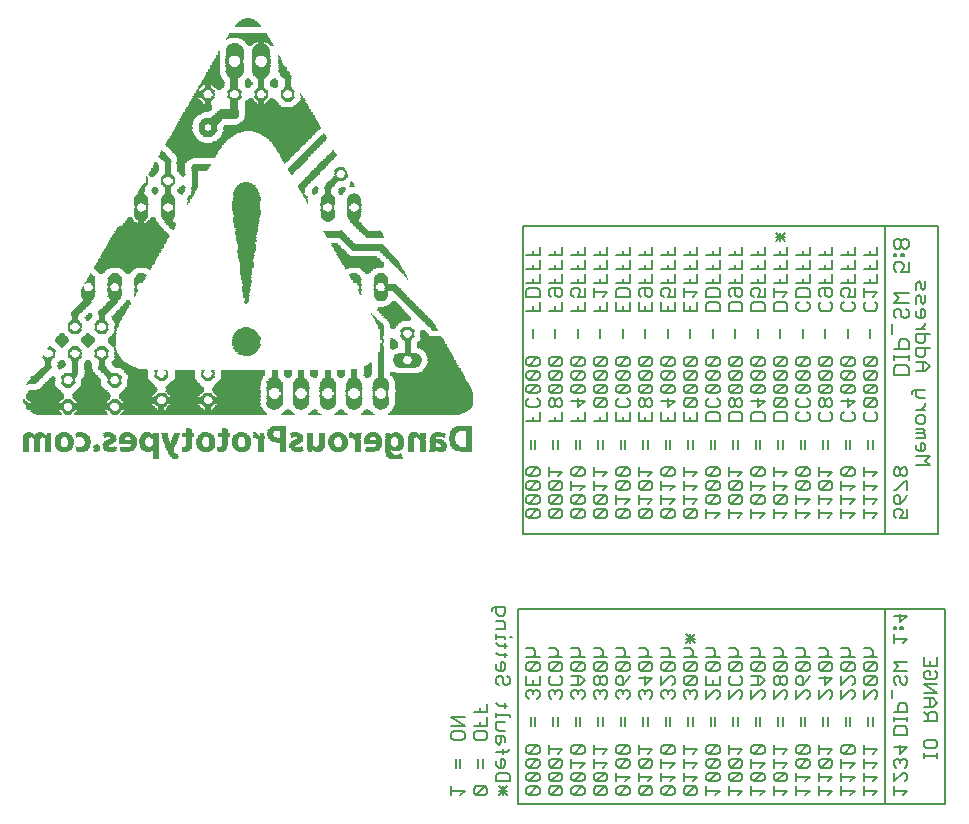
<source format=gbo>
G75*
G70*
%OFA0B0*%
%FSLAX24Y24*%
%IPPOS*%
%LPD*%
%AMOC8*
5,1,8,0,0,1.08239X$1,22.5*
%
%ADD10C,0.0060*%
%ADD11C,0.0070*%
%ADD12C,0.0050*%
%ADD13R,0.0440X0.0010*%
%ADD14R,0.0180X0.0010*%
%ADD15R,0.0210X0.0010*%
%ADD16R,0.0470X0.0010*%
%ADD17R,0.0220X0.0010*%
%ADD18R,0.0240X0.0010*%
%ADD19R,0.0480X0.0010*%
%ADD20R,0.0260X0.0010*%
%ADD21R,0.0490X0.0010*%
%ADD22R,0.0270X0.0010*%
%ADD23R,0.0500X0.0010*%
%ADD24R,0.0510X0.0010*%
%ADD25R,0.0280X0.0010*%
%ADD26R,0.0120X0.0010*%
%ADD27R,0.0250X0.0010*%
%ADD28R,0.0060X0.0010*%
%ADD29R,0.0230X0.0010*%
%ADD30R,0.0030X0.0010*%
%ADD31R,0.0200X0.0010*%
%ADD32R,0.0190X0.0010*%
%ADD33R,0.0130X0.0010*%
%ADD34R,0.0140X0.0010*%
%ADD35R,0.0170X0.0010*%
%ADD36R,0.0150X0.0010*%
%ADD37R,0.0160X0.0010*%
%ADD38R,0.0090X0.0010*%
%ADD39R,0.0100X0.0010*%
%ADD40R,0.0410X0.0010*%
%ADD41R,0.0300X0.0010*%
%ADD42R,0.0290X0.0010*%
%ADD43R,0.0380X0.0010*%
%ADD44R,0.0340X0.0010*%
%ADD45R,0.0310X0.0010*%
%ADD46R,0.0350X0.0010*%
%ADD47R,0.0320X0.0010*%
%ADD48R,0.0400X0.0010*%
%ADD49R,0.0360X0.0010*%
%ADD50R,0.0330X0.0010*%
%ADD51R,0.0370X0.0010*%
%ADD52R,0.0530X0.0010*%
%ADD53R,0.0390X0.0010*%
%ADD54R,0.0560X0.0010*%
%ADD55R,0.0450X0.0010*%
%ADD56R,0.0430X0.0010*%
%ADD57R,0.0540X0.0010*%
%ADD58R,0.0520X0.0010*%
%ADD59R,0.0550X0.0010*%
%ADD60R,0.0460X0.0010*%
%ADD61R,0.0590X0.0010*%
%ADD62R,0.0420X0.0010*%
%ADD63R,0.0600X0.0010*%
%ADD64R,0.0570X0.0010*%
%ADD65R,0.0610X0.0010*%
%ADD66R,0.0580X0.0010*%
%ADD67R,0.0630X0.0010*%
%ADD68R,0.0640X0.0010*%
%ADD69R,0.0650X0.0010*%
%ADD70R,0.0660X0.0010*%
%ADD71R,0.0110X0.0010*%
%ADD72R,0.0050X0.0010*%
%ADD73R,0.0070X0.0010*%
%ADD74R,0.0040X0.0010*%
%ADD75R,0.0020X0.0010*%
%ADD76R,0.0010X0.0010*%
%ADD77R,0.0910X0.0010*%
%ADD78R,0.0900X0.0010*%
%ADD79R,0.0080X0.0010*%
%ADD80R,0.0680X0.0010*%
%ADD81R,0.0620X0.0010*%
%ADD82R,0.2340X0.0010*%
%ADD83R,0.4900X0.0010*%
%ADD84R,0.1140X0.0010*%
%ADD85R,0.0800X0.0010*%
%ADD86R,0.2370X0.0010*%
%ADD87R,0.4860X0.0010*%
%ADD88R,0.1120X0.0010*%
%ADD89R,0.0840X0.0010*%
%ADD90R,0.2380X0.0010*%
%ADD91R,0.4850X0.0010*%
%ADD92R,0.1100X0.0010*%
%ADD93R,0.2400X0.0010*%
%ADD94R,0.4810X0.0010*%
%ADD95R,0.1080X0.0010*%
%ADD96R,0.0870X0.0010*%
%ADD97R,0.2430X0.0010*%
%ADD98R,0.4790X0.0010*%
%ADD99R,0.1060X0.0010*%
%ADD100R,0.4770X0.0010*%
%ADD101R,0.1040X0.0010*%
%ADD102R,0.2440X0.0010*%
%ADD103R,0.4750X0.0010*%
%ADD104R,0.1020X0.0010*%
%ADD105R,0.0930X0.0010*%
%ADD106R,0.2490X0.0010*%
%ADD107R,0.4730X0.0010*%
%ADD108R,0.1010X0.0010*%
%ADD109R,0.0960X0.0010*%
%ADD110R,0.1000X0.0010*%
%ADD111R,0.2500X0.0010*%
%ADD112R,0.0990X0.0010*%
%ADD113R,0.0980X0.0010*%
%ADD114R,0.2520X0.0010*%
%ADD115R,0.4680X0.0010*%
%ADD116R,0.0940X0.0010*%
%ADD117R,0.0950X0.0010*%
%ADD118R,0.0920X0.0010*%
%ADD119R,0.4670X0.0010*%
%ADD120R,0.2530X0.0010*%
%ADD121R,0.4650X0.0010*%
%ADD122R,0.2540X0.0010*%
%ADD123R,0.2570X0.0010*%
%ADD124R,0.1700X0.0010*%
%ADD125R,0.1290X0.0010*%
%ADD126R,0.1300X0.0010*%
%ADD127R,0.1350X0.0010*%
%ADD128R,0.1260X0.0010*%
%ADD129R,0.2550X0.0010*%
%ADD130R,0.1670X0.0010*%
%ADD131R,0.1280X0.0010*%
%ADD132R,0.1320X0.0010*%
%ADD133R,0.1250X0.0010*%
%ADD134R,0.1660X0.0010*%
%ADD135R,0.1310X0.0010*%
%ADD136R,0.1650X0.0010*%
%ADD137R,0.1230X0.0010*%
%ADD138R,0.1270X0.0010*%
%ADD139R,0.1640X0.0010*%
%ADD140R,0.1200X0.0010*%
%ADD141R,0.1240X0.0010*%
%ADD142R,0.2560X0.0010*%
%ADD143R,0.1620X0.0010*%
%ADD144R,0.1190X0.0010*%
%ADD145R,0.1600X0.0010*%
%ADD146R,0.1180X0.0010*%
%ADD147R,0.2590X0.0010*%
%ADD148R,0.1580X0.0010*%
%ADD149R,0.1160X0.0010*%
%ADD150R,0.1570X0.0010*%
%ADD151R,0.2580X0.0010*%
%ADD152R,0.1550X0.0010*%
%ADD153R,0.1540X0.0010*%
%ADD154R,0.1520X0.0010*%
%ADD155R,0.1510X0.0010*%
%ADD156R,0.1170X0.0010*%
%ADD157R,0.1500X0.0010*%
%ADD158R,0.1150X0.0010*%
%ADD159R,0.1490X0.0010*%
%ADD160R,0.1480X0.0010*%
%ADD161R,0.1460X0.0010*%
%ADD162R,0.1450X0.0010*%
%ADD163R,0.1130X0.0010*%
%ADD164R,0.1440X0.0010*%
%ADD165R,0.1430X0.0010*%
%ADD166R,0.1330X0.0010*%
%ADD167R,0.1340X0.0010*%
%ADD168R,0.1630X0.0010*%
%ADD169R,0.1610X0.0010*%
%ADD170R,0.0970X0.0010*%
%ADD171R,0.1030X0.0010*%
%ADD172R,0.1590X0.0010*%
%ADD173R,0.1050X0.0010*%
%ADD174R,0.1090X0.0010*%
%ADD175R,0.1110X0.0010*%
%ADD176R,0.1210X0.0010*%
%ADD177R,0.1220X0.0010*%
%ADD178R,0.1470X0.0010*%
%ADD179R,0.1070X0.0010*%
%ADD180R,0.1530X0.0010*%
%ADD181R,0.1560X0.0010*%
%ADD182R,0.0740X0.0010*%
%ADD183R,0.0730X0.0010*%
%ADD184R,0.0890X0.0010*%
%ADD185R,0.0850X0.0010*%
%ADD186R,0.0830X0.0010*%
%ADD187R,0.2510X0.0010*%
%ADD188R,0.0810X0.0010*%
%ADD189R,0.0790X0.0010*%
%ADD190R,0.0770X0.0010*%
%ADD191R,0.0760X0.0010*%
%ADD192R,0.0720X0.0010*%
%ADD193R,0.0690X0.0010*%
%ADD194R,0.2480X0.0010*%
%ADD195R,0.2470X0.0010*%
%ADD196R,0.0670X0.0010*%
%ADD197R,0.0880X0.0010*%
%ADD198R,0.2460X0.0010*%
%ADD199R,0.0860X0.0010*%
%ADD200R,0.2450X0.0010*%
%ADD201R,0.2420X0.0010*%
%ADD202R,0.1420X0.0010*%
%ADD203R,0.1410X0.0010*%
%ADD204R,0.0780X0.0010*%
%ADD205R,0.1400X0.0010*%
%ADD206R,0.0820X0.0010*%
%ADD207R,0.1390X0.0010*%
%ADD208R,0.0750X0.0010*%
%ADD209R,0.1380X0.0010*%
%ADD210R,0.0710X0.0010*%
%ADD211R,0.1370X0.0010*%
%ADD212R,0.0700X0.0010*%
%ADD213R,0.1360X0.0010*%
%ADD214R,0.2410X0.0010*%
%ADD215R,0.1900X0.0010*%
%ADD216R,0.1890X0.0010*%
%ADD217R,0.1910X0.0010*%
%ADD218R,0.1880X0.0010*%
%ADD219R,0.1870X0.0010*%
%ADD220R,0.1860X0.0010*%
%ADD221R,0.1840X0.0010*%
%ADD222R,0.1820X0.0010*%
%ADD223R,0.1800X0.0010*%
%ADD224R,0.1780X0.0010*%
%ADD225R,0.1770X0.0010*%
%ADD226R,0.1740X0.0010*%
%ADD227R,0.1730X0.0010*%
%ADD228R,0.1710X0.0010*%
%ADD229R,0.1690X0.0010*%
%ADD230R,0.1760X0.0010*%
%ADD231R,0.1790X0.0010*%
%ADD232R,0.1810X0.0010*%
%ADD233R,0.1830X0.0010*%
%ADD234R,0.1850X0.0010*%
%ADD235R,0.1920X0.0010*%
%ADD236R,0.1930X0.0010*%
%ADD237R,0.1950X0.0010*%
%ADD238R,0.1940X0.0010*%
%ADD239R,0.1720X0.0010*%
%ADD240R,0.2020X0.0010*%
%ADD241R,0.2080X0.0010*%
%ADD242R,0.2090X0.0010*%
%ADD243R,0.2160X0.0010*%
%ADD244R,0.3150X0.0010*%
%ADD245R,0.3160X0.0010*%
%ADD246R,0.3180X0.0010*%
%ADD247R,0.3190X0.0010*%
%ADD248R,0.3210X0.0010*%
%ADD249R,0.3220X0.0010*%
%ADD250R,0.3240X0.0010*%
%ADD251R,0.3250X0.0010*%
%ADD252R,0.3230X0.0010*%
%ADD253R,0.3200X0.0010*%
%ADD254R,0.3170X0.0010*%
%ADD255R,0.3130X0.0010*%
%ADD256R,0.3120X0.0010*%
%ADD257R,0.2760X0.0010*%
%ADD258R,0.2720X0.0010*%
%ADD259R,0.2690X0.0010*%
%ADD260R,0.2630X0.0010*%
%ADD261R,0.2620X0.0010*%
%ADD262R,0.2390X0.0010*%
%ADD263R,0.2360X0.0010*%
%ADD264R,0.2330X0.0010*%
%ADD265R,0.2320X0.0010*%
%ADD266R,0.2310X0.0010*%
%ADD267R,0.2290X0.0010*%
%ADD268R,0.2280X0.0010*%
%ADD269R,0.2270X0.0010*%
%ADD270R,0.2260X0.0010*%
%ADD271R,0.2250X0.0010*%
%ADD272R,0.2240X0.0010*%
%ADD273R,0.2230X0.0010*%
%ADD274R,0.2220X0.0010*%
%ADD275R,0.2200X0.0010*%
%ADD276R,0.2190X0.0010*%
%ADD277R,0.2180X0.0010*%
%ADD278R,0.2170X0.0010*%
%ADD279R,0.2140X0.0010*%
D10*
X023341Y013051D02*
X023341Y013344D01*
X023341Y013197D02*
X023781Y013197D01*
X023635Y013051D01*
X024091Y013124D02*
X024164Y013051D01*
X024458Y013344D01*
X024164Y013344D01*
X024091Y013271D01*
X024091Y013124D01*
X024164Y013051D02*
X024458Y013051D01*
X024531Y013124D01*
X024531Y013271D01*
X024458Y013344D01*
X024841Y013511D02*
X024841Y013731D01*
X024914Y013805D01*
X025208Y013805D01*
X025281Y013731D01*
X025281Y013511D01*
X024841Y013511D01*
X024914Y013344D02*
X025208Y013051D01*
X025208Y013197D02*
X024914Y013197D01*
X024914Y013051D02*
X025208Y013344D01*
X025061Y013344D02*
X025061Y013051D01*
X025841Y013124D02*
X025914Y013051D01*
X026208Y013344D01*
X025914Y013344D01*
X025841Y013271D01*
X025841Y013124D01*
X025914Y013051D02*
X026208Y013051D01*
X026281Y013124D01*
X026281Y013271D01*
X026208Y013344D01*
X026208Y013511D02*
X026281Y013584D01*
X026281Y013731D01*
X026208Y013805D01*
X025914Y013511D01*
X025841Y013584D01*
X025841Y013731D01*
X025914Y013805D01*
X026208Y013805D01*
X026208Y013971D02*
X026281Y014045D01*
X026281Y014192D01*
X026208Y014265D01*
X025914Y013971D01*
X025841Y014045D01*
X025841Y014192D01*
X025914Y014265D01*
X026208Y014265D01*
X026208Y014432D02*
X026281Y014505D01*
X026281Y014652D01*
X026208Y014725D01*
X025914Y014432D01*
X025841Y014505D01*
X025841Y014652D01*
X025914Y014725D01*
X026208Y014725D01*
X026208Y014432D02*
X025914Y014432D01*
X025914Y013971D02*
X026208Y013971D01*
X026591Y014045D02*
X026664Y013971D01*
X026958Y014265D01*
X026664Y014265D01*
X026591Y014192D01*
X026591Y014045D01*
X026664Y013971D02*
X026958Y013971D01*
X027031Y014045D01*
X027031Y014192D01*
X026958Y014265D01*
X026885Y014432D02*
X027031Y014579D01*
X026591Y014579D01*
X026591Y014725D02*
X026591Y014432D01*
X026664Y013805D02*
X026591Y013731D01*
X026591Y013584D01*
X026664Y013511D01*
X026958Y013805D01*
X026664Y013805D01*
X026664Y013511D02*
X026958Y013511D01*
X027031Y013584D01*
X027031Y013731D01*
X026958Y013805D01*
X027341Y013731D02*
X027341Y013584D01*
X027414Y013511D01*
X027708Y013805D01*
X027414Y013805D01*
X027341Y013731D01*
X027414Y013511D02*
X027708Y013511D01*
X027781Y013584D01*
X027781Y013731D01*
X027708Y013805D01*
X027635Y013971D02*
X027781Y014118D01*
X027341Y014118D01*
X027341Y013971D02*
X027341Y014265D01*
X027414Y014432D02*
X027708Y014725D01*
X027414Y014725D01*
X027341Y014652D01*
X027341Y014505D01*
X027414Y014432D01*
X027708Y014432D01*
X027781Y014505D01*
X027781Y014652D01*
X027708Y014725D01*
X028091Y014725D02*
X028091Y014432D01*
X028091Y014579D02*
X028531Y014579D01*
X028385Y014432D01*
X028091Y014265D02*
X028091Y013971D01*
X028091Y014118D02*
X028531Y014118D01*
X028385Y013971D01*
X028458Y013805D02*
X028164Y013511D01*
X028091Y013584D01*
X028091Y013731D01*
X028164Y013805D01*
X028458Y013805D01*
X028531Y013731D01*
X028531Y013584D01*
X028458Y013511D01*
X028164Y013511D01*
X028164Y013344D02*
X028091Y013271D01*
X028091Y013124D01*
X028164Y013051D01*
X028458Y013344D01*
X028164Y013344D01*
X028164Y013051D02*
X028458Y013051D01*
X028531Y013124D01*
X028531Y013271D01*
X028458Y013344D01*
X028841Y013271D02*
X028841Y013124D01*
X028914Y013051D01*
X029208Y013344D01*
X028914Y013344D01*
X028841Y013271D01*
X028914Y013051D02*
X029208Y013051D01*
X029281Y013124D01*
X029281Y013271D01*
X029208Y013344D01*
X029135Y013511D02*
X029281Y013658D01*
X028841Y013658D01*
X028841Y013511D02*
X028841Y013805D01*
X028914Y013971D02*
X029208Y014265D01*
X028914Y014265D01*
X028841Y014192D01*
X028841Y014045D01*
X028914Y013971D01*
X029208Y013971D01*
X029281Y014045D01*
X029281Y014192D01*
X029208Y014265D01*
X029208Y014432D02*
X029281Y014505D01*
X029281Y014652D01*
X029208Y014725D01*
X028914Y014432D01*
X028841Y014505D01*
X028841Y014652D01*
X028914Y014725D01*
X029208Y014725D01*
X029208Y014432D02*
X028914Y014432D01*
X029591Y014432D02*
X029591Y014725D01*
X029591Y014579D02*
X030031Y014579D01*
X029885Y014432D01*
X029958Y014265D02*
X029664Y013971D01*
X029591Y014045D01*
X029591Y014192D01*
X029664Y014265D01*
X029958Y014265D01*
X030031Y014192D01*
X030031Y014045D01*
X029958Y013971D01*
X029664Y013971D01*
X029591Y013805D02*
X029591Y013511D01*
X029591Y013658D02*
X030031Y013658D01*
X029885Y013511D01*
X029958Y013344D02*
X029664Y013051D01*
X029591Y013124D01*
X029591Y013271D01*
X029664Y013344D01*
X029958Y013344D01*
X030031Y013271D01*
X030031Y013124D01*
X029958Y013051D01*
X029664Y013051D01*
X030341Y013124D02*
X030414Y013051D01*
X030708Y013344D01*
X030414Y013344D01*
X030341Y013271D01*
X030341Y013124D01*
X030414Y013051D02*
X030708Y013051D01*
X030781Y013124D01*
X030781Y013271D01*
X030708Y013344D01*
X030635Y013511D02*
X030781Y013658D01*
X030341Y013658D01*
X030341Y013511D02*
X030341Y013805D01*
X030341Y013971D02*
X030341Y014265D01*
X030341Y014118D02*
X030781Y014118D01*
X030635Y013971D01*
X031091Y013971D02*
X031091Y014265D01*
X031091Y014118D02*
X031531Y014118D01*
X031385Y013971D01*
X031091Y013805D02*
X031091Y013511D01*
X031091Y013658D02*
X031531Y013658D01*
X031385Y013511D01*
X031458Y013344D02*
X031164Y013051D01*
X031091Y013124D01*
X031091Y013271D01*
X031164Y013344D01*
X031458Y013344D01*
X031531Y013271D01*
X031531Y013124D01*
X031458Y013051D01*
X031164Y013051D01*
X031841Y013051D02*
X031841Y013344D01*
X031841Y013197D02*
X032281Y013197D01*
X032135Y013051D01*
X032591Y013051D02*
X032591Y013344D01*
X032591Y013197D02*
X033031Y013197D01*
X032885Y013051D01*
X033341Y013051D02*
X033341Y013344D01*
X033341Y013197D02*
X033781Y013197D01*
X033635Y013051D01*
X034091Y013051D02*
X034091Y013344D01*
X034091Y013197D02*
X034531Y013197D01*
X034385Y013051D01*
X034841Y013051D02*
X034841Y013344D01*
X034841Y013197D02*
X035281Y013197D01*
X035135Y013051D01*
X035591Y013051D02*
X035591Y013344D01*
X035591Y013197D02*
X036031Y013197D01*
X035885Y013051D01*
X036341Y013051D02*
X036341Y013344D01*
X036341Y013197D02*
X036781Y013197D01*
X036635Y013051D01*
X037091Y013051D02*
X037091Y013344D01*
X037091Y013197D02*
X037531Y013197D01*
X037385Y013051D01*
X037385Y013511D02*
X037531Y013658D01*
X037091Y013658D01*
X037091Y013511D02*
X037091Y013805D01*
X037091Y013971D02*
X037091Y014265D01*
X037091Y014118D02*
X037531Y014118D01*
X037385Y013971D01*
X037385Y014432D02*
X037531Y014579D01*
X037091Y014579D01*
X037091Y014725D02*
X037091Y014432D01*
X036781Y014505D02*
X036708Y014432D01*
X036414Y014432D01*
X036708Y014725D01*
X036414Y014725D01*
X036341Y014652D01*
X036341Y014505D01*
X036414Y014432D01*
X036341Y014265D02*
X036341Y013971D01*
X036341Y014118D02*
X036781Y014118D01*
X036635Y013971D01*
X036341Y013805D02*
X036341Y013511D01*
X036341Y013658D02*
X036781Y013658D01*
X036635Y013511D01*
X036031Y013658D02*
X035591Y013658D01*
X035591Y013511D02*
X035591Y013805D01*
X035664Y013971D02*
X035958Y014265D01*
X035664Y014265D01*
X035591Y014192D01*
X035591Y014045D01*
X035664Y013971D01*
X035958Y013971D01*
X036031Y014045D01*
X036031Y014192D01*
X035958Y014265D01*
X035885Y014432D02*
X036031Y014579D01*
X035591Y014579D01*
X035591Y014725D02*
X035591Y014432D01*
X035281Y014505D02*
X035208Y014432D01*
X034914Y014432D01*
X035208Y014725D01*
X034914Y014725D01*
X034841Y014652D01*
X034841Y014505D01*
X034914Y014432D01*
X034914Y014265D02*
X034841Y014192D01*
X034841Y014045D01*
X034914Y013971D01*
X035208Y014265D01*
X034914Y014265D01*
X034914Y013971D02*
X035208Y013971D01*
X035281Y014045D01*
X035281Y014192D01*
X035208Y014265D01*
X035281Y014505D02*
X035281Y014652D01*
X035208Y014725D01*
X035135Y015352D02*
X035135Y015646D01*
X034988Y015646D02*
X034988Y015352D01*
X034385Y015352D02*
X034385Y015646D01*
X034238Y015646D02*
X034238Y015352D01*
X033635Y015352D02*
X033635Y015646D01*
X033488Y015646D02*
X033488Y015352D01*
X032885Y015352D02*
X032885Y015646D01*
X032738Y015646D02*
X032738Y015352D01*
X032135Y015352D02*
X032135Y015646D01*
X031988Y015646D02*
X031988Y015352D01*
X031385Y015352D02*
X031385Y015646D01*
X031238Y015646D02*
X031238Y015352D01*
X030635Y015352D02*
X030635Y015646D01*
X030488Y015646D02*
X030488Y015352D01*
X029885Y015352D02*
X029885Y015646D01*
X029738Y015646D02*
X029738Y015352D01*
X029135Y015352D02*
X029135Y015646D01*
X028988Y015646D02*
X028988Y015352D01*
X028385Y015352D02*
X028385Y015646D01*
X028238Y015646D02*
X028238Y015352D01*
X027635Y015352D02*
X027635Y015646D01*
X027488Y015646D02*
X027488Y015352D01*
X026885Y015352D02*
X026885Y015646D01*
X026738Y015646D02*
X026738Y015352D01*
X026135Y015352D02*
X026135Y015646D01*
X025988Y015646D02*
X025988Y015352D01*
X025281Y015659D02*
X025281Y015733D01*
X024841Y015733D01*
X024841Y015806D02*
X024841Y015659D01*
X024841Y015493D02*
X025135Y015493D01*
X024841Y015493D02*
X024841Y015272D01*
X024914Y015199D01*
X025135Y015199D01*
X025061Y015032D02*
X024841Y015032D01*
X024841Y014812D01*
X024914Y014739D01*
X024988Y014812D01*
X024988Y015032D01*
X025061Y015032D02*
X025135Y014959D01*
X025135Y014812D01*
X025061Y014579D02*
X025061Y014432D01*
X025208Y014505D02*
X025281Y014579D01*
X025208Y014505D02*
X024841Y014505D01*
X024988Y014265D02*
X024988Y013971D01*
X025061Y013971D02*
X025135Y014045D01*
X025135Y014192D01*
X025061Y014265D01*
X024988Y014265D01*
X024841Y014192D02*
X024841Y014045D01*
X024914Y013971D01*
X025061Y013971D01*
X024385Y013971D02*
X024385Y014265D01*
X024238Y014265D02*
X024238Y013971D01*
X023635Y013971D02*
X023635Y014265D01*
X023488Y014265D02*
X023488Y013971D01*
X023414Y014892D02*
X023341Y014966D01*
X023341Y015112D01*
X023414Y015186D01*
X023708Y015186D01*
X023781Y015112D01*
X023781Y014966D01*
X023708Y014892D01*
X023414Y014892D01*
X023341Y015352D02*
X023781Y015352D01*
X023341Y015646D01*
X023781Y015646D01*
X024091Y015813D02*
X024531Y015813D01*
X024531Y016106D01*
X024311Y015960D02*
X024311Y015813D01*
X024531Y015646D02*
X024531Y015352D01*
X024091Y015352D01*
X024164Y015186D02*
X024458Y015186D01*
X024531Y015112D01*
X024531Y014966D01*
X024458Y014892D01*
X024164Y014892D01*
X024091Y014966D01*
X024091Y015112D01*
X024164Y015186D01*
X024311Y015352D02*
X024311Y015499D01*
X024914Y016040D02*
X024841Y016113D01*
X024914Y016040D02*
X025208Y016040D01*
X025135Y015966D02*
X025135Y016113D01*
X025135Y016734D02*
X025061Y016807D01*
X025061Y016954D01*
X024988Y017027D01*
X024914Y017027D01*
X024841Y016954D01*
X024841Y016807D01*
X024914Y016734D01*
X025135Y016734D02*
X025208Y016734D01*
X025281Y016807D01*
X025281Y016954D01*
X025208Y017027D01*
X025061Y017194D02*
X025135Y017267D01*
X025135Y017414D01*
X025061Y017487D01*
X024988Y017487D01*
X024988Y017194D01*
X025061Y017194D02*
X024914Y017194D01*
X024841Y017267D01*
X024841Y017414D01*
X024914Y017728D02*
X024841Y017801D01*
X024914Y017728D02*
X025208Y017728D01*
X025135Y017654D02*
X025135Y017801D01*
X025135Y017961D02*
X025135Y018108D01*
X025208Y018034D02*
X024914Y018034D01*
X024841Y018108D01*
X024841Y018268D02*
X024841Y018415D01*
X024841Y018341D02*
X025135Y018341D01*
X025135Y018268D01*
X025281Y018341D02*
X025355Y018341D01*
X025135Y018575D02*
X025135Y018795D01*
X025061Y018868D01*
X024841Y018868D01*
X024914Y019035D02*
X024841Y019109D01*
X024841Y019329D01*
X024768Y019329D02*
X025135Y019329D01*
X025135Y019109D01*
X025061Y019035D01*
X024914Y019035D01*
X024694Y019182D02*
X024694Y019255D01*
X024768Y019329D01*
X024841Y018575D02*
X025135Y018575D01*
X025841Y017948D02*
X026061Y017948D01*
X026135Y017874D01*
X026135Y017728D01*
X026061Y017654D01*
X026281Y017654D02*
X025841Y017654D01*
X025914Y017487D02*
X025841Y017414D01*
X025841Y017267D01*
X025914Y017194D01*
X026208Y017487D01*
X025914Y017487D01*
X025914Y017194D02*
X026208Y017194D01*
X026281Y017267D01*
X026281Y017414D01*
X026208Y017487D01*
X026591Y017414D02*
X026591Y017267D01*
X026664Y017194D01*
X026958Y017487D01*
X026664Y017487D01*
X026591Y017414D01*
X026664Y017194D02*
X026958Y017194D01*
X027031Y017267D01*
X027031Y017414D01*
X026958Y017487D01*
X027031Y017654D02*
X026591Y017654D01*
X026811Y017654D02*
X026885Y017728D01*
X026885Y017874D01*
X026811Y017948D01*
X026591Y017948D01*
X027341Y017948D02*
X027561Y017948D01*
X027635Y017874D01*
X027635Y017728D01*
X027561Y017654D01*
X027781Y017654D02*
X027341Y017654D01*
X027414Y017487D02*
X027341Y017414D01*
X027341Y017267D01*
X027414Y017194D01*
X027708Y017487D01*
X027414Y017487D01*
X027414Y017194D02*
X027708Y017194D01*
X027781Y017267D01*
X027781Y017414D01*
X027708Y017487D01*
X028091Y017414D02*
X028091Y017267D01*
X028164Y017194D01*
X028458Y017487D01*
X028164Y017487D01*
X028091Y017414D01*
X028164Y017194D02*
X028458Y017194D01*
X028531Y017267D01*
X028531Y017414D01*
X028458Y017487D01*
X028531Y017654D02*
X028091Y017654D01*
X028311Y017654D02*
X028385Y017728D01*
X028385Y017874D01*
X028311Y017948D01*
X028091Y017948D01*
X028841Y017948D02*
X029061Y017948D01*
X029135Y017874D01*
X029135Y017728D01*
X029061Y017654D01*
X029281Y017654D02*
X028841Y017654D01*
X028914Y017487D02*
X028841Y017414D01*
X028841Y017267D01*
X028914Y017194D01*
X029208Y017487D01*
X028914Y017487D01*
X028914Y017194D02*
X029208Y017194D01*
X029281Y017267D01*
X029281Y017414D01*
X029208Y017487D01*
X029591Y017414D02*
X029591Y017267D01*
X029664Y017194D01*
X029958Y017487D01*
X029664Y017487D01*
X029591Y017414D01*
X029664Y017194D02*
X029958Y017194D01*
X030031Y017267D01*
X030031Y017414D01*
X029958Y017487D01*
X030031Y017654D02*
X029591Y017654D01*
X029811Y017654D02*
X029885Y017728D01*
X029885Y017874D01*
X029811Y017948D01*
X029591Y017948D01*
X030341Y017948D02*
X030561Y017948D01*
X030635Y017874D01*
X030635Y017728D01*
X030561Y017654D01*
X030781Y017654D02*
X030341Y017654D01*
X030414Y017487D02*
X030341Y017414D01*
X030341Y017267D01*
X030414Y017194D01*
X030708Y017487D01*
X030414Y017487D01*
X030414Y017194D02*
X030708Y017194D01*
X030781Y017267D01*
X030781Y017414D01*
X030708Y017487D01*
X031091Y017414D02*
X031091Y017267D01*
X031164Y017194D01*
X031458Y017487D01*
X031164Y017487D01*
X031091Y017414D01*
X031164Y017194D02*
X031458Y017194D01*
X031531Y017267D01*
X031531Y017414D01*
X031458Y017487D01*
X031531Y017654D02*
X031091Y017654D01*
X031311Y017654D02*
X031385Y017728D01*
X031385Y017874D01*
X031311Y017948D01*
X031091Y017948D01*
X031164Y018115D02*
X031458Y018408D01*
X031458Y018261D02*
X031164Y018261D01*
X031164Y018408D02*
X031458Y018115D01*
X031311Y018115D02*
X031311Y018408D01*
X031841Y017948D02*
X032061Y017948D01*
X032135Y017874D01*
X032135Y017728D01*
X032061Y017654D01*
X032281Y017654D02*
X031841Y017654D01*
X031914Y017487D02*
X031841Y017414D01*
X031841Y017267D01*
X031914Y017194D01*
X032208Y017487D01*
X031914Y017487D01*
X031914Y017194D02*
X032208Y017194D01*
X032281Y017267D01*
X032281Y017414D01*
X032208Y017487D01*
X032591Y017414D02*
X032591Y017267D01*
X032664Y017194D01*
X032958Y017487D01*
X032664Y017487D01*
X032591Y017414D01*
X032664Y017194D02*
X032958Y017194D01*
X033031Y017267D01*
X033031Y017414D01*
X032958Y017487D01*
X033031Y017654D02*
X032591Y017654D01*
X032811Y017654D02*
X032885Y017728D01*
X032885Y017874D01*
X032811Y017948D01*
X032591Y017948D01*
X033341Y017948D02*
X033561Y017948D01*
X033635Y017874D01*
X033635Y017728D01*
X033561Y017654D01*
X033781Y017654D02*
X033341Y017654D01*
X033414Y017487D02*
X033341Y017414D01*
X033341Y017267D01*
X033414Y017194D01*
X033708Y017487D01*
X033414Y017487D01*
X033414Y017194D02*
X033708Y017194D01*
X033781Y017267D01*
X033781Y017414D01*
X033708Y017487D01*
X034091Y017414D02*
X034091Y017267D01*
X034164Y017194D01*
X034458Y017487D01*
X034164Y017487D01*
X034091Y017414D01*
X034164Y017194D02*
X034458Y017194D01*
X034531Y017267D01*
X034531Y017414D01*
X034458Y017487D01*
X034531Y017654D02*
X034091Y017654D01*
X034311Y017654D02*
X034385Y017728D01*
X034385Y017874D01*
X034311Y017948D01*
X034091Y017948D01*
X034841Y017948D02*
X035061Y017948D01*
X035135Y017874D01*
X035135Y017728D01*
X035061Y017654D01*
X035281Y017654D02*
X034841Y017654D01*
X034914Y017487D02*
X034841Y017414D01*
X034841Y017267D01*
X034914Y017194D01*
X035208Y017487D01*
X034914Y017487D01*
X034914Y017194D02*
X035208Y017194D01*
X035281Y017267D01*
X035281Y017414D01*
X035208Y017487D01*
X035591Y017414D02*
X035591Y017267D01*
X035664Y017194D01*
X035958Y017487D01*
X035664Y017487D01*
X035591Y017414D01*
X035664Y017194D02*
X035958Y017194D01*
X036031Y017267D01*
X036031Y017414D01*
X035958Y017487D01*
X036031Y017654D02*
X035591Y017654D01*
X035811Y017654D02*
X035885Y017728D01*
X035885Y017874D01*
X035811Y017948D01*
X035591Y017948D01*
X036341Y017948D02*
X036561Y017948D01*
X036635Y017874D01*
X036635Y017728D01*
X036561Y017654D01*
X036781Y017654D02*
X036341Y017654D01*
X036414Y017487D02*
X036341Y017414D01*
X036341Y017267D01*
X036414Y017194D01*
X036708Y017487D01*
X036414Y017487D01*
X036414Y017194D02*
X036708Y017194D01*
X036781Y017267D01*
X036781Y017414D01*
X036708Y017487D01*
X037091Y017414D02*
X037091Y017267D01*
X037164Y017194D01*
X037458Y017487D01*
X037164Y017487D01*
X037091Y017414D01*
X037164Y017194D02*
X037458Y017194D01*
X037531Y017267D01*
X037531Y017414D01*
X037458Y017487D01*
X037531Y017654D02*
X037091Y017654D01*
X037311Y017654D02*
X037385Y017728D01*
X037385Y017874D01*
X037311Y017948D01*
X037091Y017948D01*
X037164Y017027D02*
X037091Y016954D01*
X037091Y016807D01*
X037164Y016734D01*
X037458Y017027D01*
X037164Y017027D01*
X037164Y016734D02*
X037458Y016734D01*
X037531Y016807D01*
X037531Y016954D01*
X037458Y017027D01*
X037458Y016567D02*
X037531Y016493D01*
X037531Y016347D01*
X037458Y016273D01*
X037458Y016567D02*
X037385Y016567D01*
X037091Y016273D01*
X037091Y016567D01*
X036781Y016493D02*
X036781Y016347D01*
X036708Y016273D01*
X036781Y016493D02*
X036708Y016567D01*
X036635Y016567D01*
X036341Y016273D01*
X036341Y016567D01*
X036341Y016734D02*
X036635Y017027D01*
X036708Y017027D01*
X036781Y016954D01*
X036781Y016807D01*
X036708Y016734D01*
X036341Y016734D02*
X036341Y017027D01*
X036031Y016954D02*
X035811Y016734D01*
X035811Y017027D01*
X035591Y016954D02*
X036031Y016954D01*
X035958Y016567D02*
X036031Y016493D01*
X036031Y016347D01*
X035958Y016273D01*
X035958Y016567D02*
X035885Y016567D01*
X035591Y016273D01*
X035591Y016567D01*
X035281Y016493D02*
X035281Y016347D01*
X035208Y016273D01*
X035281Y016493D02*
X035208Y016567D01*
X035135Y016567D01*
X034841Y016273D01*
X034841Y016567D01*
X034914Y016734D02*
X034841Y016807D01*
X034841Y016954D01*
X034914Y017027D01*
X034988Y017027D01*
X035061Y016954D01*
X035061Y016734D01*
X034914Y016734D01*
X035061Y016734D02*
X035208Y016880D01*
X035281Y017027D01*
X034531Y016954D02*
X034531Y016807D01*
X034458Y016734D01*
X034385Y016734D01*
X034311Y016807D01*
X034311Y016954D01*
X034238Y017027D01*
X034164Y017027D01*
X034091Y016954D01*
X034091Y016807D01*
X034164Y016734D01*
X034238Y016734D01*
X034311Y016807D01*
X034311Y016954D02*
X034385Y017027D01*
X034458Y017027D01*
X034531Y016954D01*
X034458Y016567D02*
X034531Y016493D01*
X034531Y016347D01*
X034458Y016273D01*
X034458Y016567D02*
X034385Y016567D01*
X034091Y016273D01*
X034091Y016567D01*
X033781Y016493D02*
X033781Y016347D01*
X033708Y016273D01*
X033781Y016493D02*
X033708Y016567D01*
X033635Y016567D01*
X033341Y016273D01*
X033341Y016567D01*
X033341Y016734D02*
X033635Y016734D01*
X033781Y016880D01*
X033635Y017027D01*
X033341Y017027D01*
X033561Y017027D02*
X033561Y016734D01*
X033031Y016807D02*
X033031Y016954D01*
X032958Y017027D01*
X033031Y016807D02*
X032958Y016734D01*
X032664Y016734D01*
X032591Y016807D01*
X032591Y016954D01*
X032664Y017027D01*
X032281Y017027D02*
X032281Y016734D01*
X031841Y016734D01*
X031841Y017027D01*
X032061Y016880D02*
X032061Y016734D01*
X032135Y016567D02*
X032208Y016567D01*
X032281Y016493D01*
X032281Y016347D01*
X032208Y016273D01*
X032135Y016567D02*
X031841Y016273D01*
X031841Y016567D01*
X031531Y016493D02*
X031458Y016567D01*
X031385Y016567D01*
X031311Y016493D01*
X031238Y016567D01*
X031164Y016567D01*
X031091Y016493D01*
X031091Y016347D01*
X031164Y016273D01*
X031311Y016420D02*
X031311Y016493D01*
X031531Y016493D02*
X031531Y016347D01*
X031458Y016273D01*
X031458Y016734D02*
X031164Y016734D01*
X031458Y017027D01*
X031164Y017027D01*
X031091Y016954D01*
X031091Y016807D01*
X031164Y016734D01*
X031458Y016734D02*
X031531Y016807D01*
X031531Y016954D01*
X031458Y017027D01*
X030781Y016954D02*
X030781Y016807D01*
X030708Y016734D01*
X030708Y016567D02*
X030635Y016567D01*
X030561Y016493D01*
X030488Y016567D01*
X030414Y016567D01*
X030341Y016493D01*
X030341Y016347D01*
X030414Y016273D01*
X030561Y016420D02*
X030561Y016493D01*
X030708Y016567D02*
X030781Y016493D01*
X030781Y016347D01*
X030708Y016273D01*
X030341Y016734D02*
X030635Y017027D01*
X030708Y017027D01*
X030781Y016954D01*
X030341Y017027D02*
X030341Y016734D01*
X030031Y016954D02*
X029591Y016954D01*
X029811Y017027D02*
X029811Y016734D01*
X030031Y016954D01*
X029958Y016567D02*
X029885Y016567D01*
X029811Y016493D01*
X029738Y016567D01*
X029664Y016567D01*
X029591Y016493D01*
X029591Y016347D01*
X029664Y016273D01*
X029811Y016420D02*
X029811Y016493D01*
X029958Y016567D02*
X030031Y016493D01*
X030031Y016347D01*
X029958Y016273D01*
X029281Y016347D02*
X029281Y016493D01*
X029208Y016567D01*
X029135Y016567D01*
X029061Y016493D01*
X028988Y016567D01*
X028914Y016567D01*
X028841Y016493D01*
X028841Y016347D01*
X028914Y016273D01*
X029061Y016420D02*
X029061Y016493D01*
X029061Y016734D02*
X029061Y016954D01*
X028988Y017027D01*
X028914Y017027D01*
X028841Y016954D01*
X028841Y016807D01*
X028914Y016734D01*
X029061Y016734D01*
X029208Y016880D01*
X029281Y017027D01*
X029281Y016347D02*
X029208Y016273D01*
X028531Y016347D02*
X028531Y016493D01*
X028458Y016567D01*
X028385Y016567D01*
X028311Y016493D01*
X028238Y016567D01*
X028164Y016567D01*
X028091Y016493D01*
X028091Y016347D01*
X028164Y016273D01*
X028311Y016420D02*
X028311Y016493D01*
X028238Y016734D02*
X028311Y016807D01*
X028311Y016954D01*
X028238Y017027D01*
X028164Y017027D01*
X028091Y016954D01*
X028091Y016807D01*
X028164Y016734D01*
X028238Y016734D01*
X028311Y016807D02*
X028385Y016734D01*
X028458Y016734D01*
X028531Y016807D01*
X028531Y016954D01*
X028458Y017027D01*
X028385Y017027D01*
X028311Y016954D01*
X027781Y016880D02*
X027635Y016734D01*
X027341Y016734D01*
X027414Y016567D02*
X027341Y016493D01*
X027341Y016347D01*
X027414Y016273D01*
X027561Y016420D02*
X027561Y016493D01*
X027488Y016567D01*
X027414Y016567D01*
X027561Y016493D02*
X027635Y016567D01*
X027708Y016567D01*
X027781Y016493D01*
X027781Y016347D01*
X027708Y016273D01*
X027561Y016734D02*
X027561Y017027D01*
X027635Y017027D02*
X027341Y017027D01*
X027635Y017027D02*
X027781Y016880D01*
X027031Y016807D02*
X026958Y016734D01*
X026664Y016734D01*
X026591Y016807D01*
X026591Y016954D01*
X026664Y017027D01*
X026958Y017027D02*
X027031Y016954D01*
X027031Y016807D01*
X026958Y016567D02*
X026885Y016567D01*
X026811Y016493D01*
X026738Y016567D01*
X026664Y016567D01*
X026591Y016493D01*
X026591Y016347D01*
X026664Y016273D01*
X026811Y016420D02*
X026811Y016493D01*
X026958Y016567D02*
X027031Y016493D01*
X027031Y016347D01*
X026958Y016273D01*
X026281Y016347D02*
X026281Y016493D01*
X026208Y016567D01*
X026135Y016567D01*
X026061Y016493D01*
X025988Y016567D01*
X025914Y016567D01*
X025841Y016493D01*
X025841Y016347D01*
X025914Y016273D01*
X026061Y016420D02*
X026061Y016493D01*
X026061Y016734D02*
X026061Y016880D01*
X025841Y016734D02*
X025841Y017027D01*
X025841Y016734D02*
X026281Y016734D01*
X026281Y017027D01*
X026281Y016347D02*
X026208Y016273D01*
X028458Y016273D02*
X028531Y016347D01*
X030341Y014652D02*
X030341Y014505D01*
X030414Y014432D01*
X030708Y014725D01*
X030414Y014725D01*
X030341Y014652D01*
X030414Y014432D02*
X030708Y014432D01*
X030781Y014505D01*
X030781Y014652D01*
X030708Y014725D01*
X031091Y014725D02*
X031091Y014432D01*
X031091Y014579D02*
X031531Y014579D01*
X031385Y014432D01*
X031841Y014505D02*
X031914Y014432D01*
X032208Y014725D01*
X031914Y014725D01*
X031841Y014652D01*
X031841Y014505D01*
X031914Y014432D02*
X032208Y014432D01*
X032281Y014505D01*
X032281Y014652D01*
X032208Y014725D01*
X032591Y014725D02*
X032591Y014432D01*
X032591Y014579D02*
X033031Y014579D01*
X032885Y014432D01*
X032958Y014265D02*
X032664Y013971D01*
X032591Y014045D01*
X032591Y014192D01*
X032664Y014265D01*
X032958Y014265D01*
X033031Y014192D01*
X033031Y014045D01*
X032958Y013971D01*
X032664Y013971D01*
X032664Y013805D02*
X032591Y013731D01*
X032591Y013584D01*
X032664Y013511D01*
X032958Y013805D01*
X032664Y013805D01*
X032664Y013511D02*
X032958Y013511D01*
X033031Y013584D01*
X033031Y013731D01*
X032958Y013805D01*
X033341Y013731D02*
X033341Y013584D01*
X033414Y013511D01*
X033708Y013805D01*
X033414Y013805D01*
X033341Y013731D01*
X033414Y013511D02*
X033708Y013511D01*
X033781Y013584D01*
X033781Y013731D01*
X033708Y013805D01*
X033635Y013971D02*
X033781Y014118D01*
X033341Y014118D01*
X033341Y013971D02*
X033341Y014265D01*
X033414Y014432D02*
X033708Y014725D01*
X033414Y014725D01*
X033341Y014652D01*
X033341Y014505D01*
X033414Y014432D01*
X033708Y014432D01*
X033781Y014505D01*
X033781Y014652D01*
X033708Y014725D01*
X034091Y014725D02*
X034091Y014432D01*
X034091Y014579D02*
X034531Y014579D01*
X034385Y014432D01*
X034091Y014265D02*
X034091Y013971D01*
X034091Y014118D02*
X034531Y014118D01*
X034385Y013971D01*
X034458Y013805D02*
X034164Y013511D01*
X034091Y013584D01*
X034091Y013731D01*
X034164Y013805D01*
X034458Y013805D01*
X034531Y013731D01*
X034531Y013584D01*
X034458Y013511D01*
X034164Y013511D01*
X034841Y013511D02*
X034841Y013805D01*
X034841Y013658D02*
X035281Y013658D01*
X035135Y013511D01*
X035885Y013511D02*
X036031Y013658D01*
X036781Y014505D02*
X036781Y014652D01*
X036708Y014725D01*
X036635Y015352D02*
X036635Y015646D01*
X036488Y015646D02*
X036488Y015352D01*
X035885Y015352D02*
X035885Y015646D01*
X035738Y015646D02*
X035738Y015352D01*
X037238Y015352D02*
X037238Y015646D01*
X037385Y015646D02*
X037385Y015352D01*
X038091Y015271D02*
X038164Y015344D01*
X038458Y015344D01*
X038531Y015271D01*
X038531Y015051D01*
X038091Y015051D01*
X038091Y015271D01*
X038091Y015511D02*
X038091Y015658D01*
X038091Y015584D02*
X038531Y015584D01*
X038531Y015511D02*
X038531Y015658D01*
X038531Y015818D02*
X038531Y016038D01*
X038458Y016112D01*
X038311Y016112D01*
X038238Y016038D01*
X038238Y015818D01*
X038091Y015818D02*
X038531Y015818D01*
X039091Y015822D02*
X039238Y015675D01*
X039238Y015748D02*
X039238Y015528D01*
X039091Y015528D02*
X039531Y015528D01*
X039531Y015748D01*
X039458Y015822D01*
X039311Y015822D01*
X039238Y015748D01*
X039311Y015989D02*
X039311Y016282D01*
X039385Y016282D02*
X039091Y016282D01*
X039091Y016449D02*
X039531Y016449D01*
X039091Y016743D01*
X039531Y016743D01*
X039458Y016909D02*
X039164Y016909D01*
X039091Y016983D01*
X039091Y017130D01*
X039164Y017203D01*
X039311Y017203D01*
X039311Y017056D01*
X039458Y016909D02*
X039531Y016983D01*
X039531Y017130D01*
X039458Y017203D01*
X039531Y017370D02*
X039091Y017370D01*
X039091Y017663D01*
X039311Y017516D02*
X039311Y017370D01*
X039531Y017370D02*
X039531Y017663D01*
X038531Y017493D02*
X038091Y017493D01*
X038238Y017346D01*
X038091Y017199D01*
X038531Y017199D01*
X038458Y017032D02*
X038531Y016959D01*
X038531Y016812D01*
X038458Y016739D01*
X038385Y016739D01*
X038311Y016812D01*
X038311Y016959D01*
X038238Y017032D01*
X038164Y017032D01*
X038091Y016959D01*
X038091Y016812D01*
X038164Y016739D01*
X038018Y016572D02*
X038018Y016278D01*
X039091Y015989D02*
X039385Y015989D01*
X039531Y016135D01*
X039385Y016282D01*
X039458Y014901D02*
X039531Y014828D01*
X039531Y014681D01*
X039458Y014608D01*
X039164Y014608D01*
X039091Y014681D01*
X039091Y014828D01*
X039164Y014901D01*
X039458Y014901D01*
X039531Y014447D02*
X039531Y014301D01*
X039531Y014374D02*
X039091Y014374D01*
X039091Y014301D02*
X039091Y014447D01*
X038531Y014652D02*
X038091Y014652D01*
X038311Y014725D02*
X038311Y014432D01*
X038531Y014652D01*
X038458Y014265D02*
X038385Y014265D01*
X038311Y014192D01*
X038238Y014265D01*
X038164Y014265D01*
X038091Y014192D01*
X038091Y014045D01*
X038164Y013971D01*
X038091Y013805D02*
X038091Y013511D01*
X038385Y013805D01*
X038458Y013805D01*
X038531Y013731D01*
X038531Y013584D01*
X038458Y013511D01*
X038531Y013197D02*
X038091Y013197D01*
X038091Y013051D02*
X038091Y013344D01*
X038385Y013051D02*
X038531Y013197D01*
X038458Y013971D02*
X038531Y014045D01*
X038531Y014192D01*
X038458Y014265D01*
X038311Y014192D02*
X038311Y014118D01*
X038385Y018120D02*
X038531Y018266D01*
X038091Y018266D01*
X038091Y018120D02*
X038091Y018413D01*
X038091Y018580D02*
X038164Y018580D01*
X038164Y018653D01*
X038091Y018653D01*
X038091Y018580D01*
X038311Y018580D02*
X038385Y018580D01*
X038385Y018653D01*
X038311Y018653D01*
X038311Y018580D01*
X038311Y018810D02*
X038311Y019104D01*
X038091Y019030D02*
X038531Y019030D01*
X038311Y018810D01*
X038311Y022301D02*
X038385Y022447D01*
X038385Y022521D01*
X038311Y022594D01*
X038164Y022594D01*
X038091Y022521D01*
X038091Y022374D01*
X038164Y022301D01*
X038311Y022301D02*
X038531Y022301D01*
X038531Y022594D01*
X038311Y022761D02*
X038311Y022981D01*
X038238Y023055D01*
X038164Y023055D01*
X038091Y022981D01*
X038091Y022834D01*
X038164Y022761D01*
X038311Y022761D01*
X038458Y022908D01*
X038531Y023055D01*
X038531Y023221D02*
X038531Y023515D01*
X038458Y023515D01*
X038164Y023221D01*
X038091Y023221D01*
X038164Y023682D02*
X038238Y023682D01*
X038311Y023755D01*
X038311Y023902D01*
X038238Y023975D01*
X038164Y023975D01*
X038091Y023902D01*
X038091Y023755D01*
X038164Y023682D01*
X038311Y023755D02*
X038385Y023682D01*
X038458Y023682D01*
X038531Y023755D01*
X038531Y023902D01*
X038458Y023975D01*
X038385Y023975D01*
X038311Y023902D01*
X038841Y024051D02*
X039281Y024051D01*
X039135Y024197D01*
X039281Y024344D01*
X038841Y024344D01*
X038914Y024511D02*
X039061Y024511D01*
X039135Y024584D01*
X039135Y024731D01*
X039061Y024805D01*
X038988Y024805D01*
X038988Y024511D01*
X038914Y024511D02*
X038841Y024584D01*
X038841Y024731D01*
X038841Y024971D02*
X039135Y024971D01*
X039135Y025045D01*
X039061Y025118D01*
X039135Y025192D01*
X039061Y025265D01*
X038841Y025265D01*
X038841Y025118D02*
X039061Y025118D01*
X039061Y025432D02*
X038914Y025432D01*
X038841Y025505D01*
X038841Y025652D01*
X038914Y025725D01*
X039061Y025725D01*
X039135Y025652D01*
X039135Y025505D01*
X039061Y025432D01*
X038988Y025892D02*
X039135Y026039D01*
X039135Y026112D01*
X039135Y026276D02*
X038914Y026276D01*
X038841Y026349D01*
X038841Y026569D01*
X038768Y026569D02*
X038694Y026496D01*
X038694Y026423D01*
X038768Y026569D02*
X039135Y026569D01*
X039135Y027196D02*
X039281Y027343D01*
X039135Y027490D01*
X038841Y027490D01*
X038914Y027657D02*
X039061Y027657D01*
X039135Y027730D01*
X039135Y027950D01*
X039281Y027950D02*
X038841Y027950D01*
X038841Y027730D01*
X038914Y027657D01*
X039061Y027490D02*
X039061Y027196D01*
X039135Y027196D02*
X038841Y027196D01*
X038914Y028117D02*
X039061Y028117D01*
X039135Y028191D01*
X039135Y028411D01*
X039281Y028411D02*
X038841Y028411D01*
X038841Y028191D01*
X038914Y028117D01*
X038841Y028578D02*
X039135Y028578D01*
X039135Y028724D02*
X039135Y028798D01*
X039135Y028724D02*
X038988Y028578D01*
X038988Y028961D02*
X038988Y029255D01*
X039061Y029255D01*
X039135Y029181D01*
X039135Y029035D01*
X039061Y028961D01*
X038914Y028961D01*
X038841Y029035D01*
X038841Y029181D01*
X038841Y029421D02*
X038841Y029642D01*
X038914Y029715D01*
X038988Y029642D01*
X038988Y029495D01*
X039061Y029421D01*
X039135Y029495D01*
X039135Y029715D01*
X039061Y029882D02*
X039135Y029955D01*
X039135Y030175D01*
X038988Y030102D02*
X038988Y029955D01*
X039061Y029882D01*
X038841Y029882D02*
X038841Y030102D01*
X038914Y030175D01*
X038988Y030102D01*
X037531Y030127D02*
X037531Y030420D01*
X037531Y030587D02*
X037531Y030881D01*
X037531Y031047D02*
X037531Y031341D01*
X037311Y031194D02*
X037311Y031047D01*
X037091Y031047D02*
X037531Y031047D01*
X037311Y030734D02*
X037311Y030587D01*
X037091Y030587D02*
X037531Y030587D01*
X037311Y030274D02*
X037311Y030127D01*
X037091Y030127D02*
X037531Y030127D01*
X037531Y029813D02*
X037091Y029813D01*
X037091Y029666D02*
X037091Y029960D01*
X036781Y029960D02*
X036781Y029666D01*
X036561Y029666D01*
X036635Y029813D01*
X036635Y029887D01*
X036561Y029960D01*
X036414Y029960D01*
X036341Y029887D01*
X036341Y029740D01*
X036414Y029666D01*
X036414Y029500D02*
X036341Y029426D01*
X036341Y029279D01*
X036414Y029206D01*
X036708Y029206D01*
X036781Y029279D01*
X036781Y029426D01*
X036708Y029500D01*
X037091Y029426D02*
X037164Y029500D01*
X037091Y029426D02*
X037091Y029279D01*
X037164Y029206D01*
X037458Y029206D01*
X037531Y029279D01*
X037531Y029426D01*
X037458Y029500D01*
X037385Y029666D02*
X037531Y029813D01*
X036781Y030127D02*
X036781Y030420D01*
X036781Y030587D02*
X036781Y030881D01*
X036781Y031047D02*
X036781Y031341D01*
X036561Y031194D02*
X036561Y031047D01*
X036341Y031047D02*
X036781Y031047D01*
X036561Y030734D02*
X036561Y030587D01*
X036341Y030587D02*
X036781Y030587D01*
X036561Y030274D02*
X036561Y030127D01*
X036341Y030127D02*
X036781Y030127D01*
X036031Y030127D02*
X036031Y030420D01*
X036031Y030587D02*
X036031Y030881D01*
X036031Y031047D02*
X036031Y031341D01*
X035811Y031194D02*
X035811Y031047D01*
X035591Y031047D02*
X036031Y031047D01*
X035811Y030734D02*
X035811Y030587D01*
X035591Y030587D02*
X036031Y030587D01*
X035811Y030274D02*
X035811Y030127D01*
X035811Y029960D02*
X035811Y029740D01*
X035885Y029666D01*
X035958Y029666D01*
X036031Y029740D01*
X036031Y029887D01*
X035958Y029960D01*
X035664Y029960D01*
X035591Y029887D01*
X035591Y029740D01*
X035664Y029666D01*
X035664Y029500D02*
X035591Y029426D01*
X035591Y029279D01*
X035664Y029206D01*
X035958Y029206D01*
X036031Y029279D01*
X036031Y029426D01*
X035958Y029500D01*
X036031Y030127D02*
X035591Y030127D01*
X035281Y030127D02*
X035281Y030420D01*
X035281Y030587D02*
X035281Y030881D01*
X035281Y031047D02*
X035281Y031341D01*
X035061Y031194D02*
X035061Y031047D01*
X034841Y031047D02*
X035281Y031047D01*
X035061Y030734D02*
X035061Y030587D01*
X034841Y030587D02*
X035281Y030587D01*
X035061Y030274D02*
X035061Y030127D01*
X034841Y030127D02*
X035281Y030127D01*
X035208Y029960D02*
X035281Y029887D01*
X035281Y029666D01*
X034841Y029666D01*
X034841Y029887D01*
X034914Y029960D01*
X035208Y029960D01*
X035208Y029500D02*
X035281Y029426D01*
X035281Y029279D01*
X035208Y029206D01*
X034914Y029206D01*
X034841Y029279D01*
X034841Y029426D01*
X034914Y029500D01*
X034531Y029426D02*
X034531Y029206D01*
X034091Y029206D01*
X034091Y029426D01*
X034164Y029500D01*
X034458Y029500D01*
X034531Y029426D01*
X034385Y029666D02*
X034531Y029813D01*
X034091Y029813D01*
X034091Y029666D02*
X034091Y029960D01*
X034091Y030127D02*
X034531Y030127D01*
X034531Y030420D01*
X034531Y030587D02*
X034531Y030881D01*
X034531Y031047D02*
X034531Y031341D01*
X034458Y031508D02*
X034164Y031801D01*
X034164Y031655D02*
X034458Y031655D01*
X034458Y031801D02*
X034164Y031508D01*
X034311Y031508D02*
X034311Y031801D01*
X034311Y031194D02*
X034311Y031047D01*
X034091Y031047D02*
X034531Y031047D01*
X034311Y030734D02*
X034311Y030587D01*
X034091Y030587D02*
X034531Y030587D01*
X034311Y030274D02*
X034311Y030127D01*
X033781Y030127D02*
X033781Y030420D01*
X033781Y030587D02*
X033781Y030881D01*
X033781Y031047D02*
X033781Y031341D01*
X033561Y031194D02*
X033561Y031047D01*
X033341Y031047D02*
X033781Y031047D01*
X033561Y030734D02*
X033561Y030587D01*
X033341Y030587D02*
X033781Y030587D01*
X033561Y030274D02*
X033561Y030127D01*
X033561Y029960D02*
X033414Y029960D01*
X033341Y029887D01*
X033341Y029740D01*
X033414Y029666D01*
X033561Y029666D02*
X033635Y029813D01*
X033635Y029887D01*
X033561Y029960D01*
X033781Y029960D02*
X033781Y029666D01*
X033561Y029666D01*
X033414Y029500D02*
X033708Y029500D01*
X033781Y029426D01*
X033781Y029206D01*
X033341Y029206D01*
X033341Y029426D01*
X033414Y029500D01*
X033031Y029426D02*
X033031Y029206D01*
X032591Y029206D01*
X032591Y029426D01*
X032664Y029500D01*
X032958Y029500D01*
X033031Y029426D01*
X032958Y029666D02*
X032885Y029666D01*
X032811Y029740D01*
X032811Y029960D01*
X032664Y029960D02*
X032958Y029960D01*
X033031Y029887D01*
X033031Y029740D01*
X032958Y029666D01*
X032664Y029666D02*
X032591Y029740D01*
X032591Y029887D01*
X032664Y029960D01*
X032591Y030127D02*
X033031Y030127D01*
X033031Y030420D01*
X033031Y030587D02*
X033031Y030881D01*
X033031Y031047D02*
X033031Y031341D01*
X032811Y031194D02*
X032811Y031047D01*
X032591Y031047D02*
X033031Y031047D01*
X032811Y030734D02*
X032811Y030587D01*
X032591Y030587D02*
X033031Y030587D01*
X032811Y030274D02*
X032811Y030127D01*
X032281Y030127D02*
X032281Y030420D01*
X032281Y030587D02*
X032281Y030881D01*
X032281Y031047D02*
X032281Y031341D01*
X032061Y031194D02*
X032061Y031047D01*
X031841Y031047D02*
X032281Y031047D01*
X032061Y030734D02*
X032061Y030587D01*
X031841Y030587D02*
X032281Y030587D01*
X032061Y030274D02*
X032061Y030127D01*
X031841Y030127D02*
X032281Y030127D01*
X032208Y029960D02*
X032281Y029887D01*
X032281Y029666D01*
X031841Y029666D01*
X031841Y029887D01*
X031914Y029960D01*
X032208Y029960D01*
X032208Y029500D02*
X032281Y029426D01*
X032281Y029206D01*
X031841Y029206D01*
X031841Y029426D01*
X031914Y029500D01*
X032208Y029500D01*
X031531Y029500D02*
X031531Y029206D01*
X031091Y029206D01*
X031091Y029500D01*
X031091Y029666D02*
X031091Y029960D01*
X031091Y029813D02*
X031531Y029813D01*
X031385Y029666D01*
X031311Y029353D02*
X031311Y029206D01*
X030781Y029206D02*
X030781Y029500D01*
X030781Y029666D02*
X030561Y029666D01*
X030635Y029813D01*
X030635Y029887D01*
X030561Y029960D01*
X030414Y029960D01*
X030341Y029887D01*
X030341Y029740D01*
X030414Y029666D01*
X030341Y029500D02*
X030341Y029206D01*
X030781Y029206D01*
X030561Y029206D02*
X030561Y029353D01*
X030781Y029666D02*
X030781Y029960D01*
X030781Y030127D02*
X030781Y030420D01*
X030781Y030587D02*
X030781Y030881D01*
X030781Y031047D02*
X030781Y031341D01*
X030561Y031194D02*
X030561Y031047D01*
X030341Y031047D02*
X030781Y031047D01*
X031091Y031047D02*
X031531Y031047D01*
X031531Y031341D01*
X031311Y031194D02*
X031311Y031047D01*
X031531Y030881D02*
X031531Y030587D01*
X031091Y030587D01*
X031311Y030587D02*
X031311Y030734D01*
X031531Y030420D02*
X031531Y030127D01*
X031091Y030127D01*
X031311Y030127D02*
X031311Y030274D01*
X030781Y030127D02*
X030341Y030127D01*
X030561Y030127D02*
X030561Y030274D01*
X030561Y030587D02*
X030561Y030734D01*
X030341Y030587D02*
X030781Y030587D01*
X030031Y030587D02*
X030031Y030881D01*
X030031Y031047D02*
X030031Y031341D01*
X029811Y031194D02*
X029811Y031047D01*
X029591Y031047D02*
X030031Y031047D01*
X029811Y030734D02*
X029811Y030587D01*
X029591Y030587D02*
X030031Y030587D01*
X030031Y030420D02*
X030031Y030127D01*
X029591Y030127D01*
X029664Y029960D02*
X029958Y029960D01*
X030031Y029887D01*
X030031Y029740D01*
X029958Y029666D01*
X029885Y029666D01*
X029811Y029740D01*
X029811Y029960D01*
X029664Y029960D02*
X029591Y029887D01*
X029591Y029740D01*
X029664Y029666D01*
X029591Y029500D02*
X029591Y029206D01*
X030031Y029206D01*
X030031Y029500D01*
X029811Y029353D02*
X029811Y029206D01*
X029281Y029206D02*
X028841Y029206D01*
X028841Y029500D01*
X028841Y029666D02*
X028841Y029887D01*
X028914Y029960D01*
X029208Y029960D01*
X029281Y029887D01*
X029281Y029666D01*
X028841Y029666D01*
X028531Y029813D02*
X028091Y029813D01*
X028091Y029666D02*
X028091Y029960D01*
X028091Y030127D02*
X028531Y030127D01*
X028531Y030420D01*
X028531Y030587D02*
X028531Y030881D01*
X028531Y031047D02*
X028531Y031341D01*
X028311Y031194D02*
X028311Y031047D01*
X028091Y031047D02*
X028531Y031047D01*
X028841Y031047D02*
X029281Y031047D01*
X029281Y031341D01*
X029061Y031194D02*
X029061Y031047D01*
X029281Y030881D02*
X029281Y030587D01*
X028841Y030587D01*
X029061Y030587D02*
X029061Y030734D01*
X029281Y030420D02*
X029281Y030127D01*
X028841Y030127D01*
X029061Y030127D02*
X029061Y030274D01*
X028531Y030587D02*
X028091Y030587D01*
X028311Y030587D02*
X028311Y030734D01*
X028311Y030274D02*
X028311Y030127D01*
X028531Y029813D02*
X028385Y029666D01*
X028531Y029500D02*
X028531Y029206D01*
X028091Y029206D01*
X028311Y029206D02*
X028311Y029353D01*
X027781Y029206D02*
X027781Y029500D01*
X027781Y029666D02*
X027561Y029666D01*
X027635Y029813D01*
X027635Y029887D01*
X027561Y029960D01*
X027414Y029960D01*
X027341Y029887D01*
X027341Y029740D01*
X027414Y029666D01*
X027561Y029353D02*
X027561Y029206D01*
X027341Y029206D02*
X027781Y029206D01*
X027781Y029666D02*
X027781Y029960D01*
X027781Y030127D02*
X027781Y030420D01*
X027781Y030587D02*
X027781Y030881D01*
X027781Y031047D02*
X027781Y031341D01*
X027561Y031194D02*
X027561Y031047D01*
X027341Y031047D02*
X027781Y031047D01*
X027561Y030734D02*
X027561Y030587D01*
X027341Y030587D02*
X027781Y030587D01*
X027561Y030274D02*
X027561Y030127D01*
X027341Y030127D02*
X027781Y030127D01*
X027031Y030127D02*
X027031Y030420D01*
X027031Y030587D02*
X027031Y030881D01*
X027031Y031047D02*
X027031Y031341D01*
X026811Y031194D02*
X026811Y031047D01*
X026591Y031047D02*
X027031Y031047D01*
X026811Y030734D02*
X026811Y030587D01*
X026591Y030587D02*
X027031Y030587D01*
X026811Y030274D02*
X026811Y030127D01*
X026811Y029960D02*
X026811Y029740D01*
X026885Y029666D01*
X026958Y029666D01*
X027031Y029740D01*
X027031Y029887D01*
X026958Y029960D01*
X026664Y029960D01*
X026591Y029887D01*
X026591Y029740D01*
X026664Y029666D01*
X026811Y029353D02*
X026811Y029206D01*
X026591Y029206D02*
X027031Y029206D01*
X027031Y029500D01*
X027031Y030127D02*
X026591Y030127D01*
X026281Y030127D02*
X026281Y030420D01*
X026281Y030587D02*
X026281Y030881D01*
X026281Y031047D02*
X026281Y031341D01*
X026061Y031194D02*
X026061Y031047D01*
X025841Y031047D02*
X026281Y031047D01*
X026061Y030734D02*
X026061Y030587D01*
X025841Y030587D02*
X026281Y030587D01*
X026061Y030274D02*
X026061Y030127D01*
X025841Y030127D02*
X026281Y030127D01*
X026208Y029960D02*
X026281Y029887D01*
X026281Y029666D01*
X025841Y029666D01*
X025841Y029887D01*
X025914Y029960D01*
X026208Y029960D01*
X026281Y029500D02*
X026281Y029206D01*
X025841Y029206D01*
X026061Y029206D02*
X026061Y029353D01*
X026061Y028579D02*
X026061Y028285D01*
X025914Y027658D02*
X025841Y027585D01*
X025841Y027438D01*
X025914Y027365D01*
X026208Y027658D01*
X025914Y027658D01*
X025914Y027365D02*
X026208Y027365D01*
X026281Y027438D01*
X026281Y027585D01*
X026208Y027658D01*
X026591Y027585D02*
X026591Y027438D01*
X026664Y027365D01*
X026958Y027658D01*
X026664Y027658D01*
X026591Y027585D01*
X026664Y027365D02*
X026958Y027365D01*
X027031Y027438D01*
X027031Y027585D01*
X026958Y027658D01*
X027341Y027585D02*
X027341Y027438D01*
X027414Y027365D01*
X027708Y027658D01*
X027414Y027658D01*
X027341Y027585D01*
X027414Y027365D02*
X027708Y027365D01*
X027781Y027438D01*
X027781Y027585D01*
X027708Y027658D01*
X028091Y027585D02*
X028091Y027438D01*
X028164Y027365D01*
X028458Y027658D01*
X028164Y027658D01*
X028091Y027585D01*
X028164Y027365D02*
X028458Y027365D01*
X028531Y027438D01*
X028531Y027585D01*
X028458Y027658D01*
X028841Y027585D02*
X028841Y027438D01*
X028914Y027365D01*
X029208Y027658D01*
X028914Y027658D01*
X028841Y027585D01*
X028914Y027365D02*
X029208Y027365D01*
X029281Y027438D01*
X029281Y027585D01*
X029208Y027658D01*
X029591Y027585D02*
X029591Y027438D01*
X029664Y027365D01*
X029958Y027658D01*
X029664Y027658D01*
X029591Y027585D01*
X029664Y027365D02*
X029958Y027365D01*
X030031Y027438D01*
X030031Y027585D01*
X029958Y027658D01*
X030341Y027585D02*
X030341Y027438D01*
X030414Y027365D01*
X030708Y027658D01*
X030414Y027658D01*
X030341Y027585D01*
X030414Y027365D02*
X030708Y027365D01*
X030781Y027438D01*
X030781Y027585D01*
X030708Y027658D01*
X031091Y027585D02*
X031091Y027438D01*
X031164Y027365D01*
X031458Y027658D01*
X031164Y027658D01*
X031091Y027585D01*
X031164Y027365D02*
X031458Y027365D01*
X031531Y027438D01*
X031531Y027585D01*
X031458Y027658D01*
X031841Y027585D02*
X031841Y027438D01*
X031914Y027365D01*
X032208Y027658D01*
X031914Y027658D01*
X031841Y027585D01*
X031914Y027365D02*
X032208Y027365D01*
X032281Y027438D01*
X032281Y027585D01*
X032208Y027658D01*
X032591Y027585D02*
X032591Y027438D01*
X032664Y027365D01*
X032958Y027658D01*
X032664Y027658D01*
X032591Y027585D01*
X032664Y027365D02*
X032958Y027365D01*
X033031Y027438D01*
X033031Y027585D01*
X032958Y027658D01*
X033341Y027585D02*
X033341Y027438D01*
X033414Y027365D01*
X033708Y027658D01*
X033414Y027658D01*
X033341Y027585D01*
X033414Y027365D02*
X033708Y027365D01*
X033781Y027438D01*
X033781Y027585D01*
X033708Y027658D01*
X034091Y027585D02*
X034091Y027438D01*
X034164Y027365D01*
X034458Y027658D01*
X034164Y027658D01*
X034091Y027585D01*
X034164Y027365D02*
X034458Y027365D01*
X034531Y027438D01*
X034531Y027585D01*
X034458Y027658D01*
X034841Y027585D02*
X034841Y027438D01*
X034914Y027365D01*
X035208Y027658D01*
X034914Y027658D01*
X034841Y027585D01*
X034914Y027365D02*
X035208Y027365D01*
X035281Y027438D01*
X035281Y027585D01*
X035208Y027658D01*
X035591Y027585D02*
X035591Y027438D01*
X035664Y027365D01*
X035958Y027658D01*
X035664Y027658D01*
X035591Y027585D01*
X035664Y027365D02*
X035958Y027365D01*
X036031Y027438D01*
X036031Y027585D01*
X035958Y027658D01*
X036341Y027585D02*
X036341Y027438D01*
X036414Y027365D01*
X036708Y027658D01*
X036414Y027658D01*
X036341Y027585D01*
X036414Y027365D02*
X036708Y027365D01*
X036781Y027438D01*
X036781Y027585D01*
X036708Y027658D01*
X037091Y027585D02*
X037091Y027438D01*
X037164Y027365D01*
X037458Y027658D01*
X037164Y027658D01*
X037091Y027585D01*
X037164Y027365D02*
X037458Y027365D01*
X037531Y027438D01*
X037531Y027585D01*
X037458Y027658D01*
X037458Y027198D02*
X037164Y027198D01*
X037091Y027124D01*
X037091Y026978D01*
X037164Y026904D01*
X037458Y027198D01*
X037531Y027124D01*
X037531Y026978D01*
X037458Y026904D01*
X037164Y026904D01*
X037164Y026737D02*
X037091Y026664D01*
X037091Y026517D01*
X037164Y026444D01*
X037458Y026737D01*
X037164Y026737D01*
X037164Y026444D02*
X037458Y026444D01*
X037531Y026517D01*
X037531Y026664D01*
X037458Y026737D01*
X037458Y026277D02*
X037164Y026277D01*
X037091Y026204D01*
X037091Y026057D01*
X037164Y025984D01*
X037458Y026277D01*
X037531Y026204D01*
X037531Y026057D01*
X037458Y025984D01*
X037164Y025984D01*
X037164Y025817D02*
X037091Y025743D01*
X037091Y025597D01*
X037164Y025523D01*
X037458Y025523D01*
X037531Y025597D01*
X037531Y025743D01*
X037458Y025817D01*
X036781Y025743D02*
X036781Y025597D01*
X036708Y025523D01*
X036414Y025523D01*
X036341Y025597D01*
X036341Y025743D01*
X036414Y025817D01*
X036561Y025984D02*
X036561Y026277D01*
X036414Y026444D02*
X036708Y026444D01*
X036781Y026517D01*
X036781Y026664D01*
X036708Y026737D01*
X036414Y026444D01*
X036341Y026517D01*
X036341Y026664D01*
X036414Y026737D01*
X036708Y026737D01*
X036708Y026904D02*
X036781Y026978D01*
X036781Y027124D01*
X036708Y027198D01*
X036414Y026904D01*
X036341Y026978D01*
X036341Y027124D01*
X036414Y027198D01*
X036708Y027198D01*
X036708Y026904D02*
X036414Y026904D01*
X036031Y026978D02*
X036031Y027124D01*
X035958Y027198D01*
X035664Y026904D01*
X035591Y026978D01*
X035591Y027124D01*
X035664Y027198D01*
X035958Y027198D01*
X036031Y026978D02*
X035958Y026904D01*
X035664Y026904D01*
X035664Y026737D02*
X035591Y026664D01*
X035591Y026517D01*
X035664Y026444D01*
X035958Y026737D01*
X035664Y026737D01*
X035664Y026444D02*
X035958Y026444D01*
X036031Y026517D01*
X036031Y026664D01*
X035958Y026737D01*
X035958Y026277D02*
X035885Y026277D01*
X035811Y026204D01*
X035811Y026057D01*
X035885Y025984D01*
X035958Y025984D01*
X036031Y026057D01*
X036031Y026204D01*
X035958Y026277D01*
X035811Y026204D02*
X035738Y026277D01*
X035664Y026277D01*
X035591Y026204D01*
X035591Y026057D01*
X035664Y025984D01*
X035738Y025984D01*
X035811Y026057D01*
X035664Y025817D02*
X035591Y025743D01*
X035591Y025597D01*
X035664Y025523D01*
X035958Y025523D01*
X036031Y025597D01*
X036031Y025743D01*
X035958Y025817D01*
X036341Y026204D02*
X036781Y026204D01*
X036561Y025984D01*
X036708Y025817D02*
X036781Y025743D01*
X036635Y024896D02*
X036635Y024602D01*
X036488Y024602D02*
X036488Y024896D01*
X035885Y024896D02*
X035885Y024602D01*
X035738Y024602D02*
X035738Y024896D01*
X035135Y024896D02*
X035135Y024602D01*
X034988Y024602D02*
X034988Y024896D01*
X034385Y024896D02*
X034385Y024602D01*
X034238Y024602D02*
X034238Y024896D01*
X033635Y024896D02*
X033635Y024602D01*
X033488Y024602D02*
X033488Y024896D01*
X032885Y024896D02*
X032885Y024602D01*
X032738Y024602D02*
X032738Y024896D01*
X032135Y024896D02*
X032135Y024602D01*
X031988Y024602D02*
X031988Y024896D01*
X031385Y024896D02*
X031385Y024602D01*
X031238Y024602D02*
X031238Y024896D01*
X030635Y024896D02*
X030635Y024602D01*
X030488Y024602D02*
X030488Y024896D01*
X029885Y024896D02*
X029885Y024602D01*
X029738Y024602D02*
X029738Y024896D01*
X029135Y024896D02*
X029135Y024602D01*
X028988Y024602D02*
X028988Y024896D01*
X028385Y024896D02*
X028385Y024602D01*
X028238Y024602D02*
X028238Y024896D01*
X027635Y024896D02*
X027635Y024602D01*
X027488Y024602D02*
X027488Y024896D01*
X026885Y024896D02*
X026885Y024602D01*
X026738Y024602D02*
X026738Y024896D01*
X026135Y024896D02*
X026135Y024602D01*
X025988Y024602D02*
X025988Y024896D01*
X026061Y025523D02*
X026061Y025670D01*
X025841Y025523D02*
X026281Y025523D01*
X026281Y025817D01*
X026208Y025984D02*
X025914Y025984D01*
X025841Y026057D01*
X025841Y026204D01*
X025914Y026277D01*
X025914Y026444D02*
X026208Y026737D01*
X025914Y026737D01*
X025841Y026664D01*
X025841Y026517D01*
X025914Y026444D01*
X026208Y026444D01*
X026281Y026517D01*
X026281Y026664D01*
X026208Y026737D01*
X026208Y026904D02*
X026281Y026978D01*
X026281Y027124D01*
X026208Y027198D01*
X025914Y026904D01*
X025841Y026978D01*
X025841Y027124D01*
X025914Y027198D01*
X026208Y027198D01*
X026208Y026904D02*
X025914Y026904D01*
X026591Y026978D02*
X026591Y027124D01*
X026664Y027198D01*
X026958Y027198D01*
X026664Y026904D01*
X026591Y026978D01*
X026664Y026904D02*
X026958Y026904D01*
X027031Y026978D01*
X027031Y027124D01*
X026958Y027198D01*
X027341Y027124D02*
X027341Y026978D01*
X027414Y026904D01*
X027708Y027198D01*
X027414Y027198D01*
X027341Y027124D01*
X027414Y026904D02*
X027708Y026904D01*
X027781Y026978D01*
X027781Y027124D01*
X027708Y027198D01*
X028091Y027124D02*
X028091Y026978D01*
X028164Y026904D01*
X028458Y027198D01*
X028164Y027198D01*
X028091Y027124D01*
X028164Y026904D02*
X028458Y026904D01*
X028531Y026978D01*
X028531Y027124D01*
X028458Y027198D01*
X028841Y027124D02*
X028841Y026978D01*
X028914Y026904D01*
X029208Y027198D01*
X028914Y027198D01*
X028841Y027124D01*
X028914Y026904D02*
X029208Y026904D01*
X029281Y026978D01*
X029281Y027124D01*
X029208Y027198D01*
X029591Y027124D02*
X029591Y026978D01*
X029664Y026904D01*
X029958Y027198D01*
X029664Y027198D01*
X029591Y027124D01*
X029664Y026904D02*
X029958Y026904D01*
X030031Y026978D01*
X030031Y027124D01*
X029958Y027198D01*
X030341Y027124D02*
X030341Y026978D01*
X030414Y026904D01*
X030708Y027198D01*
X030414Y027198D01*
X030341Y027124D01*
X030414Y026904D02*
X030708Y026904D01*
X030781Y026978D01*
X030781Y027124D01*
X030708Y027198D01*
X031091Y027124D02*
X031091Y026978D01*
X031164Y026904D01*
X031458Y027198D01*
X031164Y027198D01*
X031091Y027124D01*
X031164Y026904D02*
X031458Y026904D01*
X031531Y026978D01*
X031531Y027124D01*
X031458Y027198D01*
X031841Y027124D02*
X031841Y026978D01*
X031914Y026904D01*
X032208Y027198D01*
X031914Y027198D01*
X031841Y027124D01*
X031914Y026904D02*
X032208Y026904D01*
X032281Y026978D01*
X032281Y027124D01*
X032208Y027198D01*
X032591Y027124D02*
X032591Y026978D01*
X032664Y026904D01*
X032958Y027198D01*
X032664Y027198D01*
X032591Y027124D01*
X032664Y026904D02*
X032958Y026904D01*
X033031Y026978D01*
X033031Y027124D01*
X032958Y027198D01*
X033341Y027124D02*
X033341Y026978D01*
X033414Y026904D01*
X033708Y027198D01*
X033414Y027198D01*
X033341Y027124D01*
X033414Y026904D02*
X033708Y026904D01*
X033781Y026978D01*
X033781Y027124D01*
X033708Y027198D01*
X034091Y027124D02*
X034091Y026978D01*
X034164Y026904D01*
X034458Y027198D01*
X034164Y027198D01*
X034091Y027124D01*
X034164Y026904D02*
X034458Y026904D01*
X034531Y026978D01*
X034531Y027124D01*
X034458Y027198D01*
X034841Y027124D02*
X034841Y026978D01*
X034914Y026904D01*
X035208Y027198D01*
X034914Y027198D01*
X034841Y027124D01*
X034914Y026904D02*
X035208Y026904D01*
X035281Y026978D01*
X035281Y027124D01*
X035208Y027198D01*
X035208Y026737D02*
X034914Y026737D01*
X034841Y026664D01*
X034841Y026517D01*
X034914Y026444D01*
X035208Y026737D01*
X035281Y026664D01*
X035281Y026517D01*
X035208Y026444D01*
X034914Y026444D01*
X034914Y026277D02*
X034841Y026204D01*
X034841Y026057D01*
X034914Y025984D01*
X035208Y025984D01*
X035281Y026057D01*
X035281Y026204D01*
X035208Y026277D01*
X035208Y025817D02*
X035281Y025743D01*
X035281Y025597D01*
X035208Y025523D01*
X034914Y025523D01*
X034841Y025597D01*
X034841Y025743D01*
X034914Y025817D01*
X034531Y025743D02*
X034531Y025523D01*
X034091Y025523D01*
X034091Y025743D01*
X034164Y025817D01*
X034458Y025817D01*
X034531Y025743D01*
X034458Y025984D02*
X034531Y026057D01*
X034531Y026204D01*
X034458Y026277D01*
X034164Y025984D01*
X034091Y026057D01*
X034091Y026204D01*
X034164Y026277D01*
X034458Y026277D01*
X034458Y026444D02*
X034531Y026517D01*
X034531Y026664D01*
X034458Y026737D01*
X034164Y026444D01*
X034091Y026517D01*
X034091Y026664D01*
X034164Y026737D01*
X034458Y026737D01*
X034458Y026444D02*
X034164Y026444D01*
X033781Y026517D02*
X033781Y026664D01*
X033708Y026737D01*
X033414Y026444D01*
X033341Y026517D01*
X033341Y026664D01*
X033414Y026737D01*
X033708Y026737D01*
X033781Y026517D02*
X033708Y026444D01*
X033414Y026444D01*
X033561Y026277D02*
X033561Y025984D01*
X033781Y026204D01*
X033341Y026204D01*
X033031Y026204D02*
X032958Y026277D01*
X032885Y026277D01*
X032811Y026204D01*
X032811Y026057D01*
X032885Y025984D01*
X032958Y025984D01*
X033031Y026057D01*
X033031Y026204D01*
X032811Y026204D02*
X032738Y026277D01*
X032664Y026277D01*
X032591Y026204D01*
X032591Y026057D01*
X032664Y025984D01*
X032738Y025984D01*
X032811Y026057D01*
X032664Y025817D02*
X032958Y025817D01*
X033031Y025743D01*
X033031Y025523D01*
X032591Y025523D01*
X032591Y025743D01*
X032664Y025817D01*
X032281Y025743D02*
X032281Y025523D01*
X031841Y025523D01*
X031841Y025743D01*
X031914Y025817D01*
X032208Y025817D01*
X032281Y025743D01*
X032208Y025984D02*
X031914Y025984D01*
X031841Y026057D01*
X031841Y026204D01*
X031914Y026277D01*
X031914Y026444D02*
X032208Y026737D01*
X031914Y026737D01*
X031841Y026664D01*
X031841Y026517D01*
X031914Y026444D01*
X032208Y026444D01*
X032281Y026517D01*
X032281Y026664D01*
X032208Y026737D01*
X032591Y026664D02*
X032591Y026517D01*
X032664Y026444D01*
X032958Y026737D01*
X032664Y026737D01*
X032591Y026664D01*
X032664Y026444D02*
X032958Y026444D01*
X033031Y026517D01*
X033031Y026664D01*
X032958Y026737D01*
X032281Y026204D02*
X032281Y026057D01*
X032208Y025984D01*
X032281Y026204D02*
X032208Y026277D01*
X031531Y026204D02*
X031458Y026277D01*
X031164Y025984D01*
X031091Y026057D01*
X031091Y026204D01*
X031164Y026277D01*
X031458Y026277D01*
X031531Y026204D02*
X031531Y026057D01*
X031458Y025984D01*
X031164Y025984D01*
X031091Y025817D02*
X031091Y025523D01*
X031531Y025523D01*
X031531Y025817D01*
X031311Y025670D02*
X031311Y025523D01*
X030781Y025523D02*
X030781Y025817D01*
X030561Y025670D02*
X030561Y025523D01*
X030781Y025523D02*
X030341Y025523D01*
X030341Y025817D01*
X030561Y025984D02*
X030561Y026277D01*
X030414Y026444D02*
X030708Y026444D01*
X030781Y026517D01*
X030781Y026664D01*
X030708Y026737D01*
X030414Y026444D01*
X030341Y026517D01*
X030341Y026664D01*
X030414Y026737D01*
X030708Y026737D01*
X031091Y026664D02*
X031091Y026517D01*
X031164Y026444D01*
X031458Y026737D01*
X031164Y026737D01*
X031091Y026664D01*
X031164Y026444D02*
X031458Y026444D01*
X031531Y026517D01*
X031531Y026664D01*
X031458Y026737D01*
X030781Y026204D02*
X030561Y025984D01*
X030341Y026204D02*
X030781Y026204D01*
X030031Y026204D02*
X029958Y026277D01*
X029885Y026277D01*
X029811Y026204D01*
X029811Y026057D01*
X029885Y025984D01*
X029958Y025984D01*
X030031Y026057D01*
X030031Y026204D01*
X029811Y026204D02*
X029738Y026277D01*
X029664Y026277D01*
X029591Y026204D01*
X029591Y026057D01*
X029664Y025984D01*
X029738Y025984D01*
X029811Y026057D01*
X029591Y025817D02*
X029591Y025523D01*
X030031Y025523D01*
X030031Y025817D01*
X029811Y025670D02*
X029811Y025523D01*
X029281Y025523D02*
X028841Y025523D01*
X028841Y025817D01*
X028914Y025984D02*
X028841Y026057D01*
X028841Y026204D01*
X028914Y026277D01*
X028914Y026444D02*
X029208Y026737D01*
X028914Y026737D01*
X028841Y026664D01*
X028841Y026517D01*
X028914Y026444D01*
X029208Y026444D01*
X029281Y026517D01*
X029281Y026664D01*
X029208Y026737D01*
X029591Y026664D02*
X029591Y026517D01*
X029664Y026444D01*
X029958Y026737D01*
X029664Y026737D01*
X029591Y026664D01*
X029664Y026444D02*
X029958Y026444D01*
X030031Y026517D01*
X030031Y026664D01*
X029958Y026737D01*
X029281Y026204D02*
X029281Y026057D01*
X029208Y025984D01*
X028914Y025984D01*
X029061Y025670D02*
X029061Y025523D01*
X029281Y025523D02*
X029281Y025817D01*
X029281Y026204D02*
X029208Y026277D01*
X028531Y026204D02*
X028458Y026277D01*
X028164Y025984D01*
X028091Y026057D01*
X028091Y026204D01*
X028164Y026277D01*
X028458Y026277D01*
X028531Y026204D02*
X028531Y026057D01*
X028458Y025984D01*
X028164Y025984D01*
X028311Y025670D02*
X028311Y025523D01*
X028091Y025523D02*
X028531Y025523D01*
X028531Y025817D01*
X028458Y026444D02*
X028531Y026517D01*
X028531Y026664D01*
X028458Y026737D01*
X028164Y026444D01*
X028091Y026517D01*
X028091Y026664D01*
X028164Y026737D01*
X028458Y026737D01*
X028458Y026444D02*
X028164Y026444D01*
X027781Y026517D02*
X027781Y026664D01*
X027708Y026737D01*
X027414Y026444D01*
X027341Y026517D01*
X027341Y026664D01*
X027414Y026737D01*
X027708Y026737D01*
X027781Y026517D02*
X027708Y026444D01*
X027414Y026444D01*
X027561Y026277D02*
X027561Y025984D01*
X027781Y026204D01*
X027341Y026204D01*
X027031Y026204D02*
X026958Y026277D01*
X026885Y026277D01*
X026811Y026204D01*
X026811Y026057D01*
X026885Y025984D01*
X026958Y025984D01*
X027031Y026057D01*
X027031Y026204D01*
X026811Y026204D02*
X026738Y026277D01*
X026664Y026277D01*
X026591Y026204D01*
X026591Y026057D01*
X026664Y025984D01*
X026738Y025984D01*
X026811Y026057D01*
X027031Y025817D02*
X027031Y025523D01*
X026591Y025523D01*
X026811Y025523D02*
X026811Y025670D01*
X027341Y025523D02*
X027781Y025523D01*
X027781Y025817D01*
X027561Y025670D02*
X027561Y025523D01*
X026958Y026444D02*
X027031Y026517D01*
X027031Y026664D01*
X026958Y026737D01*
X026664Y026444D01*
X026591Y026517D01*
X026591Y026664D01*
X026664Y026737D01*
X026958Y026737D01*
X026958Y026444D02*
X026664Y026444D01*
X026281Y026204D02*
X026281Y026057D01*
X026208Y025984D01*
X026281Y026204D02*
X026208Y026277D01*
X026811Y028285D02*
X026811Y028579D01*
X027561Y028579D02*
X027561Y028285D01*
X028311Y028285D02*
X028311Y028579D01*
X029061Y028579D02*
X029061Y028285D01*
X029811Y028285D02*
X029811Y028579D01*
X029281Y029206D02*
X029281Y029500D01*
X029061Y029353D02*
X029061Y029206D01*
X029811Y030127D02*
X029811Y030274D01*
X030561Y028579D02*
X030561Y028285D01*
X031311Y028285D02*
X031311Y028579D01*
X032061Y028579D02*
X032061Y028285D01*
X032811Y028285D02*
X032811Y028579D01*
X033561Y028579D02*
X033561Y028285D01*
X034311Y028285D02*
X034311Y028579D01*
X035061Y028579D02*
X035061Y028285D01*
X035811Y028285D02*
X035811Y028579D01*
X036561Y028579D02*
X036561Y028285D01*
X037311Y028285D02*
X037311Y028579D01*
X038841Y025892D02*
X039135Y025892D01*
X037385Y024896D02*
X037385Y024602D01*
X037238Y024602D02*
X037238Y024896D01*
X037091Y023975D02*
X037091Y023682D01*
X037091Y023829D02*
X037531Y023829D01*
X037385Y023682D01*
X037091Y023515D02*
X037091Y023221D01*
X037091Y023368D02*
X037531Y023368D01*
X037385Y023221D01*
X037091Y023055D02*
X037091Y022761D01*
X037091Y022908D02*
X037531Y022908D01*
X037385Y022761D01*
X037091Y022594D02*
X037091Y022301D01*
X037091Y022447D02*
X037531Y022447D01*
X037385Y022301D01*
X036781Y022447D02*
X036341Y022447D01*
X036341Y022301D02*
X036341Y022594D01*
X036341Y022761D02*
X036341Y023055D01*
X036341Y022908D02*
X036781Y022908D01*
X036635Y022761D01*
X036781Y022447D02*
X036635Y022301D01*
X036031Y022447D02*
X035591Y022447D01*
X035591Y022301D02*
X035591Y022594D01*
X035591Y022761D02*
X035591Y023055D01*
X035591Y022908D02*
X036031Y022908D01*
X035885Y022761D01*
X036031Y022447D02*
X035885Y022301D01*
X035281Y022447D02*
X034841Y022447D01*
X034841Y022301D02*
X034841Y022594D01*
X034841Y022761D02*
X034841Y023055D01*
X034841Y022908D02*
X035281Y022908D01*
X035135Y022761D01*
X035281Y022447D02*
X035135Y022301D01*
X034531Y022447D02*
X034091Y022447D01*
X034091Y022301D02*
X034091Y022594D01*
X034164Y022761D02*
X034458Y023055D01*
X034164Y023055D01*
X034091Y022981D01*
X034091Y022834D01*
X034164Y022761D01*
X034458Y022761D01*
X034531Y022834D01*
X034531Y022981D01*
X034458Y023055D01*
X034385Y023221D02*
X034531Y023368D01*
X034091Y023368D01*
X034091Y023221D02*
X034091Y023515D01*
X034091Y023682D02*
X034091Y023975D01*
X034091Y023829D02*
X034531Y023829D01*
X034385Y023682D01*
X034841Y023755D02*
X034914Y023682D01*
X035208Y023975D01*
X034914Y023975D01*
X034841Y023902D01*
X034841Y023755D01*
X034914Y023682D02*
X035208Y023682D01*
X035281Y023755D01*
X035281Y023902D01*
X035208Y023975D01*
X035591Y023975D02*
X035591Y023682D01*
X035591Y023829D02*
X036031Y023829D01*
X035885Y023682D01*
X035958Y023515D02*
X035664Y023221D01*
X035591Y023295D01*
X035591Y023442D01*
X035664Y023515D01*
X035958Y023515D01*
X036031Y023442D01*
X036031Y023295D01*
X035958Y023221D01*
X035664Y023221D01*
X035281Y023295D02*
X035281Y023442D01*
X035208Y023515D01*
X034914Y023221D01*
X034841Y023295D01*
X034841Y023442D01*
X034914Y023515D01*
X035208Y023515D01*
X035281Y023295D02*
X035208Y023221D01*
X034914Y023221D01*
X034531Y022447D02*
X034385Y022301D01*
X033781Y022447D02*
X033341Y022447D01*
X033341Y022301D02*
X033341Y022594D01*
X033414Y022761D02*
X033708Y023055D01*
X033414Y023055D01*
X033341Y022981D01*
X033341Y022834D01*
X033414Y022761D01*
X033708Y022761D01*
X033781Y022834D01*
X033781Y022981D01*
X033708Y023055D01*
X033635Y023221D02*
X033781Y023368D01*
X033341Y023368D01*
X033341Y023221D02*
X033341Y023515D01*
X033414Y023682D02*
X033708Y023975D01*
X033414Y023975D01*
X033341Y023902D01*
X033341Y023755D01*
X033414Y023682D01*
X033708Y023682D01*
X033781Y023755D01*
X033781Y023902D01*
X033708Y023975D01*
X033031Y023829D02*
X032591Y023829D01*
X032591Y023975D02*
X032591Y023682D01*
X032664Y023515D02*
X032591Y023442D01*
X032591Y023295D01*
X032664Y023221D01*
X032958Y023515D01*
X032664Y023515D01*
X032885Y023682D02*
X033031Y023829D01*
X032958Y023515D02*
X033031Y023442D01*
X033031Y023295D01*
X032958Y023221D01*
X032664Y023221D01*
X032664Y023055D02*
X032591Y022981D01*
X032591Y022834D01*
X032664Y022761D01*
X032958Y023055D01*
X032664Y023055D01*
X032664Y022761D02*
X032958Y022761D01*
X033031Y022834D01*
X033031Y022981D01*
X032958Y023055D01*
X032591Y022594D02*
X032591Y022301D01*
X032591Y022447D02*
X033031Y022447D01*
X032885Y022301D01*
X032281Y022447D02*
X031841Y022447D01*
X031841Y022301D02*
X031841Y022594D01*
X031914Y022761D02*
X031841Y022834D01*
X031841Y022981D01*
X031914Y023055D01*
X032208Y023055D01*
X031914Y022761D01*
X032208Y022761D01*
X032281Y022834D01*
X032281Y022981D01*
X032208Y023055D01*
X032208Y023221D02*
X032281Y023295D01*
X032281Y023442D01*
X032208Y023515D01*
X031914Y023221D01*
X031841Y023295D01*
X031841Y023442D01*
X031914Y023515D01*
X032208Y023515D01*
X032208Y023682D02*
X032281Y023755D01*
X032281Y023902D01*
X032208Y023975D01*
X031914Y023682D01*
X031841Y023755D01*
X031841Y023902D01*
X031914Y023975D01*
X032208Y023975D01*
X032208Y023682D02*
X031914Y023682D01*
X031531Y023829D02*
X031091Y023829D01*
X031091Y023975D02*
X031091Y023682D01*
X031091Y023515D02*
X031091Y023221D01*
X031091Y023368D02*
X031531Y023368D01*
X031385Y023221D01*
X031091Y023055D02*
X031091Y022761D01*
X031091Y022908D02*
X031531Y022908D01*
X031385Y022761D01*
X031458Y022594D02*
X031164Y022301D01*
X031091Y022374D01*
X031091Y022521D01*
X031164Y022594D01*
X031458Y022594D01*
X031531Y022521D01*
X031531Y022374D01*
X031458Y022301D01*
X031164Y022301D01*
X030781Y022374D02*
X030781Y022521D01*
X030708Y022594D01*
X030414Y022301D01*
X030341Y022374D01*
X030341Y022521D01*
X030414Y022594D01*
X030708Y022594D01*
X030635Y022761D02*
X030781Y022908D01*
X030341Y022908D01*
X030341Y022761D02*
X030341Y023055D01*
X030341Y023221D02*
X030341Y023515D01*
X030341Y023368D02*
X030781Y023368D01*
X030635Y023221D01*
X030708Y023682D02*
X030414Y023682D01*
X030708Y023975D01*
X030414Y023975D01*
X030341Y023902D01*
X030341Y023755D01*
X030414Y023682D01*
X030708Y023682D02*
X030781Y023755D01*
X030781Y023902D01*
X030708Y023975D01*
X030031Y023829D02*
X029591Y023829D01*
X029591Y023975D02*
X029591Y023682D01*
X029664Y023515D02*
X029591Y023442D01*
X029591Y023295D01*
X029664Y023221D01*
X029958Y023515D01*
X029664Y023515D01*
X029885Y023682D02*
X030031Y023829D01*
X029958Y023515D02*
X030031Y023442D01*
X030031Y023295D01*
X029958Y023221D01*
X029664Y023221D01*
X029591Y023055D02*
X029591Y022761D01*
X029591Y022908D02*
X030031Y022908D01*
X029885Y022761D01*
X029958Y022594D02*
X029664Y022301D01*
X029591Y022374D01*
X029591Y022521D01*
X029664Y022594D01*
X029958Y022594D01*
X030031Y022521D01*
X030031Y022374D01*
X029958Y022301D01*
X029664Y022301D01*
X029281Y022374D02*
X029281Y022521D01*
X029208Y022594D01*
X028914Y022301D01*
X028841Y022374D01*
X028841Y022521D01*
X028914Y022594D01*
X029208Y022594D01*
X029135Y022761D02*
X029281Y022908D01*
X028841Y022908D01*
X028841Y022761D02*
X028841Y023055D01*
X028914Y023221D02*
X029208Y023515D01*
X028914Y023515D01*
X028841Y023442D01*
X028841Y023295D01*
X028914Y023221D01*
X029208Y023221D01*
X029281Y023295D01*
X029281Y023442D01*
X029208Y023515D01*
X029208Y023682D02*
X028914Y023682D01*
X029208Y023975D01*
X028914Y023975D01*
X028841Y023902D01*
X028841Y023755D01*
X028914Y023682D01*
X029208Y023682D02*
X029281Y023755D01*
X029281Y023902D01*
X029208Y023975D01*
X028531Y023829D02*
X028091Y023829D01*
X028091Y023975D02*
X028091Y023682D01*
X028091Y023515D02*
X028091Y023221D01*
X028091Y023368D02*
X028531Y023368D01*
X028385Y023221D01*
X028458Y023055D02*
X028164Y022761D01*
X028091Y022834D01*
X028091Y022981D01*
X028164Y023055D01*
X028458Y023055D01*
X028531Y022981D01*
X028531Y022834D01*
X028458Y022761D01*
X028164Y022761D01*
X028164Y022594D02*
X028091Y022521D01*
X028091Y022374D01*
X028164Y022301D01*
X028458Y022594D01*
X028164Y022594D01*
X028164Y022301D02*
X028458Y022301D01*
X028531Y022374D01*
X028531Y022521D01*
X028458Y022594D01*
X028914Y022301D02*
X029208Y022301D01*
X029281Y022374D01*
X030414Y022301D02*
X030708Y022301D01*
X030781Y022374D01*
X032135Y022301D02*
X032281Y022447D01*
X032208Y023221D02*
X031914Y023221D01*
X031385Y023682D02*
X031531Y023829D01*
X033341Y025523D02*
X033341Y025743D01*
X033414Y025817D01*
X033708Y025817D01*
X033781Y025743D01*
X033781Y025523D01*
X033341Y025523D01*
X034164Y025984D02*
X034458Y025984D01*
X036414Y023975D02*
X036341Y023902D01*
X036341Y023755D01*
X036414Y023682D01*
X036708Y023975D01*
X036414Y023975D01*
X036414Y023682D02*
X036708Y023682D01*
X036781Y023755D01*
X036781Y023902D01*
X036708Y023975D01*
X036341Y023515D02*
X036341Y023221D01*
X036341Y023368D02*
X036781Y023368D01*
X036635Y023221D01*
X033781Y022447D02*
X033635Y022301D01*
X028531Y023829D02*
X028385Y023682D01*
X027781Y023755D02*
X027781Y023902D01*
X027708Y023975D01*
X027414Y023682D01*
X027341Y023755D01*
X027341Y023902D01*
X027414Y023975D01*
X027708Y023975D01*
X027781Y023755D02*
X027708Y023682D01*
X027414Y023682D01*
X027341Y023515D02*
X027341Y023221D01*
X027341Y023368D02*
X027781Y023368D01*
X027635Y023221D01*
X027708Y023055D02*
X027414Y022761D01*
X027341Y022834D01*
X027341Y022981D01*
X027414Y023055D01*
X027708Y023055D01*
X027781Y022981D01*
X027781Y022834D01*
X027708Y022761D01*
X027414Y022761D01*
X027414Y022594D02*
X027341Y022521D01*
X027341Y022374D01*
X027414Y022301D01*
X027708Y022594D01*
X027414Y022594D01*
X027414Y022301D02*
X027708Y022301D01*
X027781Y022374D01*
X027781Y022521D01*
X027708Y022594D01*
X027031Y022521D02*
X026958Y022594D01*
X026664Y022301D01*
X026591Y022374D01*
X026591Y022521D01*
X026664Y022594D01*
X026958Y022594D01*
X027031Y022521D02*
X027031Y022374D01*
X026958Y022301D01*
X026664Y022301D01*
X026281Y022374D02*
X026281Y022521D01*
X026208Y022594D01*
X025914Y022301D01*
X025841Y022374D01*
X025841Y022521D01*
X025914Y022594D01*
X026208Y022594D01*
X026208Y022761D02*
X026281Y022834D01*
X026281Y022981D01*
X026208Y023055D01*
X025914Y022761D01*
X025841Y022834D01*
X025841Y022981D01*
X025914Y023055D01*
X026208Y023055D01*
X026208Y023221D02*
X026281Y023295D01*
X026281Y023442D01*
X026208Y023515D01*
X025914Y023221D01*
X025841Y023295D01*
X025841Y023442D01*
X025914Y023515D01*
X026208Y023515D01*
X026208Y023682D02*
X026281Y023755D01*
X026281Y023902D01*
X026208Y023975D01*
X025914Y023682D01*
X025841Y023755D01*
X025841Y023902D01*
X025914Y023975D01*
X026208Y023975D01*
X026208Y023682D02*
X025914Y023682D01*
X025914Y023221D02*
X026208Y023221D01*
X026591Y023295D02*
X026664Y023221D01*
X026958Y023515D01*
X026664Y023515D01*
X026591Y023442D01*
X026591Y023295D01*
X026664Y023221D02*
X026958Y023221D01*
X027031Y023295D01*
X027031Y023442D01*
X026958Y023515D01*
X026885Y023682D02*
X027031Y023829D01*
X026591Y023829D01*
X026591Y023975D02*
X026591Y023682D01*
X026664Y023055D02*
X026591Y022981D01*
X026591Y022834D01*
X026664Y022761D01*
X026958Y023055D01*
X026664Y023055D01*
X026664Y022761D02*
X026958Y022761D01*
X027031Y022834D01*
X027031Y022981D01*
X026958Y023055D01*
X026208Y022761D02*
X025914Y022761D01*
X025914Y022301D02*
X026208Y022301D01*
X026281Y022374D01*
X032591Y016567D02*
X032591Y016273D01*
X032885Y016567D01*
X032958Y016567D01*
X033031Y016493D01*
X033031Y016347D01*
X032958Y016273D01*
X032208Y014265D02*
X031914Y013971D01*
X031841Y014045D01*
X031841Y014192D01*
X031914Y014265D01*
X032208Y014265D01*
X032281Y014192D01*
X032281Y014045D01*
X032208Y013971D01*
X031914Y013971D01*
X031914Y013805D02*
X031841Y013731D01*
X031841Y013584D01*
X031914Y013511D01*
X032208Y013805D01*
X031914Y013805D01*
X031914Y013511D02*
X032208Y013511D01*
X032281Y013584D01*
X032281Y013731D01*
X032208Y013805D01*
X027781Y013271D02*
X027708Y013344D01*
X027414Y013051D01*
X027341Y013124D01*
X027341Y013271D01*
X027414Y013344D01*
X027708Y013344D01*
X027781Y013271D02*
X027781Y013124D01*
X027708Y013051D01*
X027414Y013051D01*
X027031Y013124D02*
X027031Y013271D01*
X026958Y013344D01*
X026664Y013051D01*
X026591Y013124D01*
X026591Y013271D01*
X026664Y013344D01*
X026958Y013344D01*
X027031Y013124D02*
X026958Y013051D01*
X026664Y013051D01*
X026208Y013511D02*
X025914Y013511D01*
X033341Y030127D02*
X033781Y030127D01*
D11*
X038096Y029789D02*
X038586Y029789D01*
X038586Y029462D02*
X038096Y029462D01*
X038259Y029625D01*
X038096Y029789D01*
X038178Y029273D02*
X038096Y029192D01*
X038096Y029028D01*
X038178Y028946D01*
X038341Y029028D02*
X038341Y029192D01*
X038259Y029273D01*
X038178Y029273D01*
X038341Y029028D02*
X038423Y028946D01*
X038505Y028946D01*
X038586Y029028D01*
X038586Y029192D01*
X038505Y029273D01*
X038014Y028758D02*
X038014Y028431D01*
X038259Y028160D02*
X038259Y027915D01*
X038096Y027915D02*
X038586Y027915D01*
X038586Y028160D01*
X038505Y028242D01*
X038341Y028242D01*
X038259Y028160D01*
X038096Y027735D02*
X038096Y027571D01*
X038096Y027653D02*
X038586Y027653D01*
X038586Y027571D02*
X038586Y027735D01*
X038505Y027383D02*
X038178Y027383D01*
X038096Y027301D01*
X038096Y027056D01*
X038586Y027056D01*
X038586Y027301D01*
X038505Y027383D01*
X038586Y030493D02*
X038341Y030493D01*
X038423Y030657D01*
X038423Y030738D01*
X038341Y030820D01*
X038178Y030820D01*
X038096Y030738D01*
X038096Y030575D01*
X038178Y030493D01*
X038586Y030493D02*
X038586Y030820D01*
X038423Y031009D02*
X038341Y031009D01*
X038341Y031091D01*
X038423Y031091D01*
X038423Y031009D01*
X038178Y031009D02*
X038096Y031009D01*
X038096Y031091D01*
X038178Y031091D01*
X038178Y031009D01*
X038178Y031267D02*
X038259Y031267D01*
X038341Y031348D01*
X038341Y031512D01*
X038259Y031594D01*
X038178Y031594D01*
X038096Y031512D01*
X038096Y031348D01*
X038178Y031267D01*
X038341Y031348D02*
X038423Y031267D01*
X038505Y031267D01*
X038586Y031348D01*
X038586Y031512D01*
X038505Y031594D01*
X038423Y031594D01*
X038341Y031512D01*
D12*
X037811Y032021D02*
X037811Y021771D01*
X039561Y021771D01*
X039561Y032021D01*
X037811Y032021D01*
X025717Y032021D01*
X025717Y021771D01*
X037811Y021771D01*
X037811Y019271D02*
X025561Y019271D01*
X025561Y012771D01*
X037811Y012771D01*
X037811Y019271D01*
X039811Y019271D01*
X039811Y012771D01*
X037811Y012771D01*
D13*
X021496Y024271D03*
X021496Y024281D03*
X020686Y024531D03*
X020726Y025031D03*
X022906Y025041D03*
X022916Y025051D03*
X020986Y026851D03*
X018336Y026011D03*
X017446Y026001D03*
X018176Y024611D03*
X015166Y024551D03*
X012526Y024531D03*
X012546Y025031D03*
X011956Y024591D03*
X011956Y024581D03*
X011056Y024611D03*
X011056Y024621D03*
X011056Y024981D03*
X011316Y027011D03*
X012246Y027461D03*
X011236Y028151D03*
X011236Y028241D03*
X011236Y028251D03*
X010356Y028151D03*
X011236Y029651D03*
X011236Y029661D03*
X012116Y030281D03*
X012566Y030581D03*
X013356Y032101D03*
X013006Y032311D03*
X013006Y032321D03*
X013006Y032331D03*
X013006Y032931D03*
X013006Y032941D03*
X013006Y032951D03*
X013896Y032311D03*
X016516Y030701D03*
X016516Y030691D03*
X016516Y030681D03*
X016516Y030671D03*
X016516Y030661D03*
X016516Y030651D03*
X016516Y030641D03*
X016516Y030631D03*
X016516Y030621D03*
X019216Y032301D03*
X019216Y032311D03*
X019216Y032941D03*
X019216Y032951D03*
X020096Y032931D03*
X019796Y031001D03*
X020986Y030291D03*
X020986Y030281D03*
X020986Y030271D03*
X020986Y029661D03*
X020986Y029651D03*
X021406Y029341D03*
X015916Y035071D03*
X014836Y036111D03*
X014836Y036121D03*
X015406Y037101D03*
X015406Y037111D03*
X015406Y037121D03*
X016116Y037011D03*
X017006Y037011D03*
X017356Y036091D03*
X017356Y036081D03*
X018346Y036021D03*
D14*
X017456Y036661D03*
X017216Y037341D03*
X017216Y037351D03*
X016796Y037341D03*
X016326Y037341D03*
X015906Y037351D03*
X015536Y037541D03*
X014816Y036281D03*
X017676Y037351D03*
X019076Y034991D03*
X017816Y034201D03*
X018036Y033821D03*
X018816Y033251D03*
X018786Y033131D03*
X019356Y032771D03*
X019356Y032491D03*
X019356Y032481D03*
X019956Y032771D03*
X020106Y033071D03*
X019886Y030621D03*
X021566Y030671D03*
X021576Y030651D03*
X021586Y030641D03*
X021596Y030631D03*
X021396Y028661D03*
X021396Y028651D03*
X021006Y028621D03*
X021006Y028611D03*
X021006Y028601D03*
X021006Y028591D03*
X020966Y028731D03*
X021396Y028191D03*
X021006Y027771D03*
X021006Y027761D03*
X021006Y027751D03*
X020586Y027351D03*
X020276Y026601D03*
X020276Y026261D03*
X020276Y026251D03*
X020546Y025851D03*
X020816Y026251D03*
X021156Y026601D03*
X019916Y026591D03*
X019916Y026581D03*
X019406Y026581D03*
X018766Y027001D03*
X018516Y026591D03*
X018156Y026591D03*
X018156Y026601D03*
X018156Y026581D03*
X017636Y026581D03*
X017276Y026601D03*
X017276Y026261D03*
X017276Y026251D03*
X017886Y025851D03*
X017886Y025841D03*
X018336Y025911D03*
X018776Y025841D03*
X019226Y025911D03*
X019656Y025841D03*
X020246Y025071D03*
X020246Y025061D03*
X020246Y025051D03*
X020246Y025041D03*
X020246Y025031D03*
X020036Y025041D03*
X020036Y025051D03*
X020526Y024901D03*
X020526Y024891D03*
X020526Y024881D03*
X020526Y024871D03*
X020546Y024921D03*
X020546Y024931D03*
X020546Y024941D03*
X020556Y024961D03*
X020906Y024951D03*
X020916Y024941D03*
X020916Y024931D03*
X020916Y024921D03*
X020936Y024891D03*
X020936Y024881D03*
X020936Y024741D03*
X020936Y024731D03*
X020936Y024721D03*
X020936Y024711D03*
X021236Y024561D03*
X021236Y024551D03*
X021236Y024541D03*
X021246Y024501D03*
X021246Y024491D03*
X021246Y024481D03*
X021246Y024471D03*
X020686Y024481D03*
X021236Y025071D03*
X021986Y024881D03*
X021986Y024871D03*
X021986Y024861D03*
X021986Y024851D03*
X021986Y024841D03*
X021986Y024831D03*
X021986Y024821D03*
X021986Y024811D03*
X021986Y024801D03*
X021986Y024791D03*
X021986Y024781D03*
X021986Y024771D03*
X021986Y024761D03*
X021986Y024751D03*
X021986Y024741D03*
X021986Y024731D03*
X021986Y024721D03*
X021986Y024711D03*
X021986Y024701D03*
X021986Y024691D03*
X021986Y024681D03*
X021986Y024671D03*
X021986Y024661D03*
X021986Y024651D03*
X021986Y024641D03*
X021986Y024631D03*
X021986Y024621D03*
X021986Y024611D03*
X021986Y024601D03*
X021986Y024591D03*
X021986Y024581D03*
X021986Y024571D03*
X021986Y024561D03*
X021986Y024551D03*
X021986Y024541D03*
X021986Y024531D03*
X021986Y024521D03*
X021986Y024511D03*
X021986Y024501D03*
X022386Y025041D03*
X022386Y025051D03*
X022386Y025061D03*
X022386Y025071D03*
X022386Y025081D03*
X022386Y025091D03*
X022386Y025101D03*
X022736Y024951D03*
X022716Y024531D03*
X022706Y024521D03*
X022706Y024511D03*
X022706Y024501D03*
X018306Y024921D03*
X018306Y024931D03*
X018306Y024941D03*
X018306Y024951D03*
X018306Y024961D03*
X018306Y024971D03*
X016826Y025041D03*
X015786Y025131D03*
X015786Y025141D03*
X015786Y025151D03*
X015786Y025161D03*
X015786Y025171D03*
X015786Y025181D03*
X015786Y025191D03*
X015786Y025201D03*
X015786Y025211D03*
X015786Y025221D03*
X015786Y024951D03*
X015786Y024941D03*
X015786Y024931D03*
X015786Y024921D03*
X015786Y024911D03*
X015786Y024901D03*
X015786Y024891D03*
X015786Y024881D03*
X015786Y024871D03*
X015786Y024861D03*
X015786Y024851D03*
X015786Y024841D03*
X015786Y024831D03*
X015786Y024821D03*
X015786Y024811D03*
X015786Y024801D03*
X015786Y024791D03*
X015786Y024781D03*
X015786Y024771D03*
X015786Y024761D03*
X015786Y024751D03*
X015786Y024741D03*
X015786Y024731D03*
X015786Y024721D03*
X015786Y024711D03*
X014106Y024841D03*
X014076Y024761D03*
X014076Y024751D03*
X014066Y024731D03*
X014066Y024721D03*
X013866Y024761D03*
X013866Y024771D03*
X013856Y024801D03*
X013856Y024811D03*
X013836Y024851D03*
X013836Y024861D03*
X013836Y024871D03*
X013836Y024881D03*
X013826Y024901D03*
X013826Y024911D03*
X013826Y024921D03*
X013806Y024951D03*
X013806Y024961D03*
X013806Y024971D03*
X013496Y025041D03*
X013496Y025051D03*
X013496Y025061D03*
X012756Y024911D03*
X012756Y024901D03*
X012756Y024891D03*
X012756Y024881D03*
X012756Y024871D03*
X012746Y024921D03*
X012746Y024931D03*
X012756Y024741D03*
X012756Y024731D03*
X012756Y024721D03*
X012756Y024711D03*
X012356Y024891D03*
X012356Y024901D03*
X012356Y024911D03*
X012366Y024921D03*
X012366Y024931D03*
X012386Y024961D03*
X012386Y024971D03*
X011986Y024491D03*
X011816Y024651D03*
X011816Y024661D03*
X011816Y024671D03*
X011816Y024681D03*
X010656Y024851D03*
X009156Y024861D03*
X009156Y024871D03*
X009156Y024881D03*
X009156Y024891D03*
X009156Y024901D03*
X009156Y024851D03*
X009156Y024841D03*
X009156Y024831D03*
X009156Y024821D03*
X009156Y024811D03*
X009156Y024801D03*
X009156Y024791D03*
X009156Y024781D03*
X009156Y024771D03*
X009156Y024761D03*
X009156Y024751D03*
X009156Y024741D03*
X009156Y024731D03*
X009156Y024721D03*
X009156Y024711D03*
X009156Y024701D03*
X009156Y024691D03*
X009156Y024681D03*
X009156Y024671D03*
X009156Y024661D03*
X009156Y024651D03*
X009156Y024641D03*
X009156Y024631D03*
X009156Y024621D03*
X009156Y024611D03*
X009156Y024601D03*
X009156Y024591D03*
X009156Y024581D03*
X009156Y024571D03*
X009156Y024561D03*
X009156Y024551D03*
X009156Y024541D03*
X009156Y024531D03*
X009156Y024521D03*
X009156Y024511D03*
X009156Y024501D03*
X010746Y026991D03*
X011236Y027491D03*
X012206Y027651D03*
X012056Y028081D03*
X012056Y028091D03*
X012056Y028311D03*
X012206Y028791D03*
X012206Y028801D03*
X012566Y029471D03*
X012266Y030111D03*
X012566Y030461D03*
X012566Y030471D03*
X011676Y030461D03*
X011346Y030301D03*
X011276Y029031D03*
X012636Y032251D03*
X013146Y032481D03*
X013146Y032491D03*
X013146Y032771D03*
X013026Y033211D03*
X013026Y033221D03*
X013766Y032771D03*
X014036Y032771D03*
X014036Y032491D03*
X014036Y032481D03*
X013766Y032481D03*
X013386Y032261D03*
X013386Y032251D03*
X014036Y031981D03*
X014766Y033241D03*
X014766Y033251D03*
X014376Y033291D03*
X014376Y033751D03*
X013496Y034011D03*
X013496Y034021D03*
X016506Y029681D03*
X016506Y029671D03*
X016506Y029661D03*
X016506Y029651D03*
X016506Y029641D03*
X016506Y029631D03*
X016506Y029621D03*
X016506Y029611D03*
X022406Y028471D03*
X022796Y028541D03*
X022796Y028551D03*
X014136Y024281D03*
X014136Y024271D03*
D15*
X014121Y024291D03*
X014021Y024441D03*
X014001Y024461D03*
X013971Y024531D03*
X013971Y024541D03*
X014141Y024921D03*
X014151Y024961D03*
X014151Y024971D03*
X014151Y024981D03*
X014171Y025011D03*
X014171Y025021D03*
X014171Y025031D03*
X014181Y025051D03*
X014181Y025061D03*
X014181Y025071D03*
X014201Y025091D03*
X014201Y025101D03*
X013791Y025031D03*
X013791Y025021D03*
X013791Y025011D03*
X013791Y025001D03*
X013781Y025041D03*
X013781Y025051D03*
X013781Y025061D03*
X013781Y025071D03*
X013781Y025081D03*
X013481Y024901D03*
X013481Y024891D03*
X013481Y024881D03*
X013481Y024871D03*
X013481Y024861D03*
X013481Y024851D03*
X013481Y024841D03*
X013481Y024831D03*
X013481Y024821D03*
X013481Y024811D03*
X013481Y024801D03*
X013481Y024791D03*
X013481Y024781D03*
X013481Y024771D03*
X013481Y024761D03*
X013481Y024751D03*
X013481Y024741D03*
X013481Y024731D03*
X013481Y024721D03*
X013481Y024711D03*
X013481Y024701D03*
X013481Y024521D03*
X013481Y024511D03*
X013481Y024501D03*
X013481Y024491D03*
X013481Y024481D03*
X013481Y024471D03*
X013481Y024461D03*
X013481Y024451D03*
X013481Y024441D03*
X013481Y024431D03*
X013481Y024421D03*
X013481Y024411D03*
X013481Y024401D03*
X013481Y024391D03*
X013481Y024381D03*
X013481Y024371D03*
X013481Y024361D03*
X013481Y024351D03*
X013481Y024341D03*
X013481Y024331D03*
X013481Y024321D03*
X013481Y024311D03*
X013481Y024301D03*
X013481Y024291D03*
X013481Y024281D03*
X013481Y024271D03*
X013061Y024681D03*
X013041Y024751D03*
X013041Y024761D03*
X013041Y024771D03*
X013041Y024781D03*
X013041Y024791D03*
X013041Y024801D03*
X013041Y024811D03*
X013041Y024821D03*
X013041Y024831D03*
X013041Y024841D03*
X013041Y024851D03*
X013041Y024861D03*
X013041Y024871D03*
X013061Y024911D03*
X013061Y024921D03*
X013071Y024931D03*
X012541Y025121D03*
X012401Y024981D03*
X012071Y024911D03*
X012051Y024981D03*
X011911Y025111D03*
X011831Y024711D03*
X011831Y024621D03*
X011511Y024641D03*
X011511Y024651D03*
X011211Y024711D03*
X011211Y024721D03*
X011211Y024731D03*
X011211Y024741D03*
X011201Y024701D03*
X011211Y024871D03*
X011211Y024881D03*
X011201Y024901D03*
X010641Y024901D03*
X010641Y024911D03*
X010641Y024921D03*
X010641Y024691D03*
X010641Y024681D03*
X010631Y024651D03*
X010251Y024651D03*
X010241Y024681D03*
X010221Y024731D03*
X010221Y024871D03*
X010221Y024881D03*
X010221Y024891D03*
X010241Y024911D03*
X010241Y024921D03*
X010251Y024931D03*
X010431Y025111D03*
X009891Y024911D03*
X009891Y024901D03*
X009641Y025101D03*
X009521Y024911D03*
X009521Y024901D03*
X009281Y025101D03*
X009171Y024951D03*
X010571Y026211D03*
X010571Y026641D03*
X010031Y026881D03*
X010031Y026891D03*
X009891Y027351D03*
X009891Y027361D03*
X009891Y027371D03*
X009891Y027381D03*
X009891Y027391D03*
X009891Y027401D03*
X009891Y027411D03*
X009891Y027421D03*
X009891Y027431D03*
X009891Y027441D03*
X009891Y027451D03*
X009891Y027461D03*
X009891Y027471D03*
X009891Y027481D03*
X009891Y027491D03*
X009891Y027501D03*
X009891Y027511D03*
X009981Y027911D03*
X010351Y028031D03*
X010351Y028361D03*
X010801Y028421D03*
X011231Y028361D03*
X011231Y028031D03*
X010791Y027981D03*
X010341Y027471D03*
X010331Y027311D03*
X011681Y027361D03*
X011681Y027371D03*
X011681Y027381D03*
X011681Y027391D03*
X011681Y027401D03*
X011681Y027411D03*
X011681Y027421D03*
X011681Y027431D03*
X011681Y027441D03*
X011681Y027451D03*
X011681Y027461D03*
X011681Y027471D03*
X011681Y027481D03*
X011681Y027491D03*
X011681Y027501D03*
X011681Y027511D03*
X011681Y027521D03*
X011681Y027531D03*
X011681Y027981D03*
X012041Y028111D03*
X012041Y028121D03*
X012041Y028281D03*
X012211Y028831D03*
X011681Y028871D03*
X011681Y028881D03*
X011681Y028891D03*
X011681Y028901D03*
X011681Y028911D03*
X011681Y028921D03*
X011681Y028931D03*
X011681Y028941D03*
X011681Y028951D03*
X011681Y028961D03*
X011681Y028971D03*
X011681Y028981D03*
X011681Y028991D03*
X011681Y029001D03*
X011681Y029011D03*
X011681Y029021D03*
X011681Y029031D03*
X011261Y029001D03*
X011241Y028921D03*
X012501Y029351D03*
X012561Y029441D03*
X012561Y029451D03*
X011351Y030271D03*
X011681Y030471D03*
X011681Y030481D03*
X012131Y030411D03*
X012561Y030481D03*
X013011Y030411D03*
X013011Y032111D03*
X013011Y032121D03*
X013011Y032131D03*
X013011Y032141D03*
X013011Y032151D03*
X013011Y032161D03*
X012641Y032211D03*
X012641Y032221D03*
X013391Y032221D03*
X014031Y032001D03*
X013901Y033071D03*
X013901Y033081D03*
X013901Y033091D03*
X013901Y033101D03*
X013901Y033111D03*
X013901Y033121D03*
X013901Y033131D03*
X013901Y033141D03*
X013901Y033151D03*
X013901Y033161D03*
X013901Y033171D03*
X013901Y033181D03*
X013901Y033191D03*
X013901Y033201D03*
X013901Y033211D03*
X013901Y033221D03*
X013901Y033231D03*
X013901Y033241D03*
X013901Y033251D03*
X013901Y033261D03*
X013901Y033271D03*
X013901Y033281D03*
X013901Y033291D03*
X013901Y033731D03*
X013901Y033741D03*
X013901Y033751D03*
X013901Y033761D03*
X013901Y033771D03*
X013901Y033781D03*
X013901Y033791D03*
X013901Y033801D03*
X013901Y033811D03*
X013901Y033821D03*
X013901Y033831D03*
X013901Y033841D03*
X013901Y033851D03*
X013901Y033861D03*
X013901Y033871D03*
X013901Y033881D03*
X013901Y033891D03*
X013901Y033901D03*
X013901Y033911D03*
X013901Y033921D03*
X013901Y033931D03*
X013901Y033941D03*
X013901Y033951D03*
X013901Y033961D03*
X013901Y033971D03*
X013901Y033981D03*
X013901Y033991D03*
X013901Y034001D03*
X013901Y034011D03*
X013901Y034021D03*
X013901Y034031D03*
X013901Y034041D03*
X013901Y034051D03*
X013901Y034061D03*
X013901Y034071D03*
X013901Y034081D03*
X013901Y034091D03*
X013901Y034101D03*
X013901Y034111D03*
X013901Y034121D03*
X013901Y034131D03*
X013731Y034391D03*
X013481Y033971D03*
X013481Y033961D03*
X013481Y033951D03*
X014361Y033781D03*
X014781Y033781D03*
X014781Y033791D03*
X014781Y033801D03*
X014781Y033811D03*
X014781Y033821D03*
X014781Y033831D03*
X014781Y033841D03*
X014781Y033851D03*
X014781Y033771D03*
X014781Y033761D03*
X014781Y033751D03*
X014781Y033741D03*
X014781Y033731D03*
X014781Y033721D03*
X014781Y033711D03*
X014781Y033701D03*
X014781Y033691D03*
X014781Y033681D03*
X014781Y033671D03*
X014781Y033661D03*
X014781Y033651D03*
X014781Y033641D03*
X014781Y033631D03*
X014781Y033621D03*
X014781Y033611D03*
X014781Y033601D03*
X014781Y033591D03*
X014781Y033581D03*
X014781Y033571D03*
X014781Y033561D03*
X014781Y033551D03*
X014781Y033541D03*
X014781Y033531D03*
X014781Y033521D03*
X014781Y033511D03*
X014781Y033501D03*
X014781Y033491D03*
X014781Y033481D03*
X014781Y033471D03*
X014781Y033461D03*
X014781Y033451D03*
X014781Y033441D03*
X014781Y033431D03*
X014781Y033421D03*
X014781Y033411D03*
X014781Y033401D03*
X014781Y033391D03*
X014781Y033381D03*
X014781Y033371D03*
X014781Y033361D03*
X014781Y033351D03*
X014781Y033341D03*
X014781Y033331D03*
X014781Y033321D03*
X014781Y033311D03*
X014781Y033301D03*
X014781Y033291D03*
X014361Y033261D03*
X013461Y033151D03*
X013451Y033231D03*
X013011Y033161D03*
X013011Y033151D03*
X013011Y033141D03*
X013011Y033131D03*
X013011Y033121D03*
X013011Y033111D03*
X013011Y033101D03*
X013011Y033091D03*
X013011Y033081D03*
X013011Y033071D03*
X015021Y035231D03*
X015021Y035241D03*
X015021Y035251D03*
X015041Y035221D03*
X015021Y035331D03*
X015021Y035341D03*
X015021Y035351D03*
X015431Y035351D03*
X015441Y035321D03*
X015441Y035311D03*
X015441Y035301D03*
X015441Y035291D03*
X015441Y035281D03*
X015441Y035271D03*
X015441Y035261D03*
X015221Y036081D03*
X015221Y036091D03*
X015221Y036101D03*
X015221Y036111D03*
X015221Y036121D03*
X015221Y036131D03*
X015221Y036141D03*
X015221Y036151D03*
X015221Y036161D03*
X015221Y036641D03*
X015221Y036651D03*
X015221Y036661D03*
X015221Y036671D03*
X015221Y036681D03*
X015221Y036691D03*
X015221Y036701D03*
X015521Y037491D03*
X015521Y037501D03*
X015521Y037511D03*
X016571Y036841D03*
X016571Y036831D03*
X016571Y036821D03*
X016571Y036691D03*
X017001Y036691D03*
X017001Y036701D03*
X017001Y036711D03*
X017001Y036721D03*
X017001Y036731D03*
X017001Y036741D03*
X017001Y036751D03*
X017001Y036761D03*
X017001Y036771D03*
X017001Y036781D03*
X017001Y036791D03*
X017001Y036801D03*
X017001Y036811D03*
X017001Y036821D03*
X017001Y036851D03*
X017001Y036861D03*
X017001Y036871D03*
X017001Y036881D03*
X017001Y036891D03*
X017001Y036901D03*
X017001Y036911D03*
X017001Y036921D03*
X017001Y036681D03*
X017001Y036671D03*
X017001Y036661D03*
X017001Y036651D03*
X017001Y036171D03*
X017001Y036161D03*
X017001Y036151D03*
X017001Y036141D03*
X017001Y036131D03*
X017001Y036121D03*
X017001Y036111D03*
X017001Y036101D03*
X017001Y036091D03*
X017001Y036081D03*
X017361Y036191D03*
X017891Y036181D03*
X017891Y036171D03*
X017891Y036621D03*
X017891Y036631D03*
X017891Y036641D03*
X017891Y036651D03*
X017891Y036661D03*
X017891Y036671D03*
X017891Y036681D03*
X017891Y036691D03*
X017891Y036701D03*
X017891Y036711D03*
X017891Y036721D03*
X017891Y036731D03*
X017891Y036741D03*
X017891Y036751D03*
X017891Y036761D03*
X017891Y036771D03*
X017891Y036781D03*
X017891Y036791D03*
X017891Y036801D03*
X017891Y036811D03*
X017891Y036821D03*
X017891Y036831D03*
X017891Y036841D03*
X017891Y036851D03*
X017891Y036861D03*
X017891Y036871D03*
X017891Y036881D03*
X017891Y036891D03*
X017891Y036901D03*
X017891Y036911D03*
X017891Y036921D03*
X017891Y036931D03*
X017691Y037331D03*
X017441Y036851D03*
X017241Y038141D03*
X017231Y038151D03*
X017001Y038151D03*
X017001Y038161D03*
X017001Y038141D03*
X017001Y038131D03*
X017001Y038121D03*
X017001Y038111D03*
X017001Y038101D03*
X017001Y038091D03*
X016121Y038081D03*
X019071Y034971D03*
X019401Y034411D03*
X019481Y033611D03*
X019221Y033251D03*
X019221Y033241D03*
X019221Y033231D03*
X019221Y033221D03*
X019221Y033211D03*
X019221Y033201D03*
X019221Y033191D03*
X019221Y033181D03*
X019221Y033171D03*
X019221Y033161D03*
X019221Y033151D03*
X019221Y033141D03*
X019221Y033131D03*
X019221Y033121D03*
X019221Y033111D03*
X019221Y033101D03*
X019221Y033091D03*
X019221Y033081D03*
X019221Y033071D03*
X018791Y033151D03*
X018791Y033161D03*
X018801Y033201D03*
X018801Y033211D03*
X018801Y033221D03*
X019671Y033161D03*
X018041Y033841D03*
X016511Y033451D03*
X019451Y031411D03*
X020091Y030411D03*
X021521Y030721D03*
X021411Y028681D03*
X020991Y028681D03*
X020991Y028671D03*
X020981Y028701D03*
X021411Y028161D03*
X021881Y028161D03*
X021881Y028171D03*
X021881Y028181D03*
X021881Y028191D03*
X021881Y028151D03*
X021881Y028141D03*
X021881Y028131D03*
X021881Y028121D03*
X021881Y028111D03*
X021881Y028101D03*
X021881Y028091D03*
X021881Y028081D03*
X021881Y028071D03*
X021881Y028061D03*
X021881Y028051D03*
X021881Y028041D03*
X021881Y028031D03*
X021881Y028021D03*
X021881Y028011D03*
X021881Y028001D03*
X021881Y027991D03*
X021881Y027981D03*
X021881Y027971D03*
X021881Y027961D03*
X021881Y027951D03*
X021881Y027941D03*
X021881Y027931D03*
X021881Y027921D03*
X021881Y027911D03*
X021881Y027901D03*
X021881Y027891D03*
X021881Y027881D03*
X021881Y027871D03*
X021881Y027861D03*
X021881Y027851D03*
X021881Y027841D03*
X021881Y027831D03*
X021881Y027821D03*
X021881Y027811D03*
X021881Y027801D03*
X021881Y027791D03*
X021881Y027781D03*
X021881Y027771D03*
X021411Y027111D03*
X020991Y027721D03*
X020551Y027011D03*
X020091Y027011D03*
X020091Y027021D03*
X020091Y027031D03*
X020091Y027041D03*
X020091Y027051D03*
X020091Y027061D03*
X020091Y027071D03*
X020091Y027081D03*
X020091Y027091D03*
X020091Y027101D03*
X020091Y027111D03*
X020091Y027121D03*
X020091Y027131D03*
X020091Y027141D03*
X020091Y027151D03*
X020091Y027161D03*
X020091Y027171D03*
X020091Y027181D03*
X020091Y027191D03*
X020091Y027201D03*
X020091Y027211D03*
X020091Y027001D03*
X020091Y026991D03*
X020091Y026981D03*
X020091Y026971D03*
X020091Y026961D03*
X020091Y026951D03*
X019931Y026601D03*
X019221Y026941D03*
X019221Y026951D03*
X019221Y026961D03*
X019221Y026971D03*
X019221Y026981D03*
X019221Y026991D03*
X019221Y027001D03*
X019221Y027011D03*
X019221Y027021D03*
X019221Y027031D03*
X019221Y027041D03*
X019221Y027051D03*
X019221Y027061D03*
X019221Y027071D03*
X019221Y027081D03*
X019221Y027091D03*
X019221Y027101D03*
X019221Y027111D03*
X019221Y027121D03*
X019221Y027131D03*
X019221Y027141D03*
X019221Y027151D03*
X019221Y027161D03*
X019221Y027171D03*
X019221Y027181D03*
X019221Y027191D03*
X019221Y027201D03*
X018341Y027201D03*
X018341Y027191D03*
X018341Y027181D03*
X018341Y027171D03*
X018341Y027161D03*
X018341Y027151D03*
X018341Y027141D03*
X018341Y027131D03*
X018341Y027121D03*
X018341Y027111D03*
X018341Y027101D03*
X018341Y027091D03*
X018341Y027081D03*
X018341Y027071D03*
X018341Y027061D03*
X018341Y027051D03*
X018341Y027041D03*
X018341Y027031D03*
X018341Y027021D03*
X018341Y027011D03*
X018341Y027001D03*
X018341Y026991D03*
X018341Y026981D03*
X018341Y026971D03*
X018341Y026961D03*
X018341Y026951D03*
X018501Y026601D03*
X017881Y027011D03*
X017451Y027011D03*
X017451Y027021D03*
X017451Y027031D03*
X017451Y027041D03*
X017451Y027051D03*
X017451Y027061D03*
X017451Y027071D03*
X017451Y027081D03*
X017451Y027091D03*
X017451Y027101D03*
X017451Y027111D03*
X017451Y027121D03*
X017451Y027131D03*
X017451Y027141D03*
X017451Y027151D03*
X017451Y027161D03*
X017451Y027171D03*
X017451Y027181D03*
X017451Y027191D03*
X017451Y027201D03*
X017451Y027001D03*
X017451Y026991D03*
X017451Y026981D03*
X017451Y026971D03*
X017451Y026961D03*
X017621Y026601D03*
X017891Y025821D03*
X018141Y025111D03*
X018051Y024691D03*
X018641Y024691D03*
X018641Y024681D03*
X019011Y024681D03*
X019011Y024691D03*
X019341Y024731D03*
X019341Y024741D03*
X019341Y024751D03*
X019341Y024761D03*
X019341Y024771D03*
X019341Y024781D03*
X019341Y024791D03*
X019341Y024801D03*
X019341Y024811D03*
X019341Y024821D03*
X019341Y024831D03*
X019341Y024841D03*
X019341Y024851D03*
X019341Y024861D03*
X019341Y024871D03*
X019361Y024911D03*
X019361Y024921D03*
X019371Y024931D03*
X019361Y024681D03*
X019371Y024671D03*
X019751Y024651D03*
X019761Y024661D03*
X019761Y024671D03*
X019761Y024681D03*
X019771Y024691D03*
X019781Y024701D03*
X019781Y024711D03*
X019781Y024721D03*
X019781Y024731D03*
X019781Y024741D03*
X019791Y024771D03*
X019791Y024781D03*
X019791Y024791D03*
X019791Y024801D03*
X019791Y024811D03*
X019791Y024821D03*
X019791Y024831D03*
X019781Y024861D03*
X019781Y024871D03*
X019781Y024881D03*
X019781Y024891D03*
X019761Y024931D03*
X019761Y024941D03*
X019751Y024951D03*
X019561Y025111D03*
X020211Y024891D03*
X020211Y024881D03*
X020231Y024511D03*
X020231Y024501D03*
X020571Y024981D03*
X021251Y024921D03*
X021251Y024911D03*
X021251Y024691D03*
X021251Y024681D03*
X021261Y024441D03*
X021651Y024691D03*
X021651Y024701D03*
X021651Y024711D03*
X021651Y024721D03*
X021661Y024731D03*
X021671Y024741D03*
X021671Y024751D03*
X021671Y024761D03*
X021671Y024771D03*
X021671Y024781D03*
X021671Y024791D03*
X021671Y024801D03*
X021671Y024811D03*
X021671Y024821D03*
X021671Y024831D03*
X021671Y024841D03*
X021671Y024851D03*
X021671Y024861D03*
X021651Y024891D03*
X021651Y024901D03*
X021651Y024911D03*
X021651Y024921D03*
X021641Y024931D03*
X022001Y024931D03*
X022001Y024941D03*
X022001Y024921D03*
X022371Y024911D03*
X022371Y024901D03*
X022371Y024891D03*
X022731Y024651D03*
X023081Y024651D03*
X023081Y024641D03*
X023081Y024721D03*
X023381Y024801D03*
X023381Y024811D03*
X023381Y024821D03*
X023381Y024831D03*
X023381Y024841D03*
X023411Y024741D03*
X023381Y025011D03*
X023381Y025021D03*
X023381Y025031D03*
X023381Y025041D03*
X023381Y025051D03*
X023381Y025061D03*
X023921Y025061D03*
X023921Y025071D03*
X023921Y025081D03*
X023921Y025091D03*
X023921Y025101D03*
X023921Y025111D03*
X023921Y025121D03*
X023921Y025131D03*
X023921Y025141D03*
X023921Y025151D03*
X023921Y025161D03*
X023921Y025171D03*
X023921Y025181D03*
X023921Y025191D03*
X023921Y025051D03*
X023921Y025041D03*
X023921Y025031D03*
X023921Y025021D03*
X023921Y025011D03*
X023921Y025001D03*
X023921Y024991D03*
X023921Y024981D03*
X023921Y024971D03*
X023921Y024961D03*
X023921Y024951D03*
X023921Y024941D03*
X023921Y024931D03*
X023921Y024921D03*
X023921Y024911D03*
X023921Y024901D03*
X023921Y024891D03*
X023921Y024881D03*
X023921Y024871D03*
X023921Y024861D03*
X023921Y024851D03*
X023921Y024841D03*
X023921Y024831D03*
X023921Y024821D03*
X023921Y024811D03*
X023921Y024801D03*
X023921Y024791D03*
X023921Y024781D03*
X023921Y024771D03*
X023921Y024761D03*
X023921Y024751D03*
X023921Y024741D03*
X023921Y024731D03*
X023921Y024721D03*
X023921Y024711D03*
X023921Y024701D03*
X023921Y024691D03*
X023921Y024681D03*
X023921Y024671D03*
X023921Y024661D03*
X023921Y024651D03*
X023921Y024641D03*
X023921Y024631D03*
X023811Y024481D03*
X020991Y025911D03*
X020541Y025821D03*
X019661Y025821D03*
X018771Y025821D03*
X017331Y025171D03*
X017321Y025161D03*
X017321Y025151D03*
X017321Y025141D03*
X017321Y025131D03*
X017321Y025021D03*
X017321Y025011D03*
X017321Y025001D03*
X017321Y024991D03*
X017331Y024981D03*
X017001Y024881D03*
X017001Y024871D03*
X017001Y024861D03*
X017001Y024851D03*
X016571Y024851D03*
X016571Y024861D03*
X016571Y024871D03*
X016571Y024841D03*
X016571Y024831D03*
X016571Y024771D03*
X016571Y024761D03*
X016571Y024751D03*
X016571Y024741D03*
X016571Y024731D03*
X016551Y024691D03*
X016551Y024681D03*
X016541Y024671D03*
X016551Y024901D03*
X016551Y024911D03*
X016551Y024921D03*
X016541Y024951D03*
X016341Y025111D03*
X016161Y024951D03*
X016151Y024941D03*
X016151Y024931D03*
X016151Y024921D03*
X016131Y024891D03*
X016131Y024711D03*
X016151Y024681D03*
X015771Y024661D03*
X015781Y024971D03*
X015371Y024911D03*
X015371Y024901D03*
X015371Y024891D03*
X015351Y024931D03*
X015351Y024941D03*
X015341Y024961D03*
X015331Y024971D03*
X015141Y025111D03*
X014981Y024951D03*
X014971Y024941D03*
X014961Y024931D03*
X014961Y024921D03*
X014951Y024911D03*
X014951Y024901D03*
X014951Y024891D03*
X014931Y024811D03*
X014951Y024711D03*
X014951Y024701D03*
X014951Y024691D03*
X014961Y024671D03*
X014971Y024661D03*
X014981Y024651D03*
X015351Y024661D03*
X015371Y024691D03*
X015371Y024701D03*
X015371Y024711D03*
X014591Y024671D03*
X014581Y024661D03*
X014571Y024651D03*
X015221Y025891D03*
X015221Y025901D03*
X015221Y025911D03*
X015221Y025921D03*
X015221Y025931D03*
X015221Y025941D03*
X015221Y025951D03*
X015221Y025961D03*
X015221Y025971D03*
X013671Y025971D03*
X013671Y025911D03*
X013671Y025901D03*
X013671Y025891D03*
X013671Y025881D03*
X012131Y026211D03*
X012221Y027601D03*
X016511Y028611D03*
X016511Y029701D03*
X016511Y029711D03*
X016511Y029721D03*
X016511Y029731D03*
X016511Y029741D03*
X016511Y029751D03*
X016511Y029761D03*
X016511Y029771D03*
X016511Y029781D03*
X022421Y028441D03*
X022721Y028631D03*
X022721Y028641D03*
X022731Y028621D03*
X022751Y028601D03*
X012511Y024491D03*
D16*
X012541Y024561D03*
X012541Y024571D03*
X012541Y024581D03*
X010441Y024571D03*
X010441Y024581D03*
X010441Y025041D03*
X009921Y026651D03*
X011331Y026981D03*
X010351Y028171D03*
X010351Y028181D03*
X010351Y028211D03*
X010351Y028221D03*
X010351Y028231D03*
X012121Y029691D03*
X012121Y029701D03*
X012121Y029711D03*
X012121Y029721D03*
X012121Y029731D03*
X012121Y029741D03*
X012121Y029751D03*
X012121Y029761D03*
X012121Y029771D03*
X012121Y029781D03*
X012121Y029791D03*
X012121Y029801D03*
X012121Y029811D03*
X012121Y030121D03*
X012121Y030131D03*
X012121Y030141D03*
X012121Y030151D03*
X012121Y030161D03*
X012121Y030171D03*
X012121Y030181D03*
X012121Y030191D03*
X012121Y030201D03*
X012121Y030211D03*
X012121Y030221D03*
X012121Y030231D03*
X012121Y030241D03*
X012121Y030251D03*
X016511Y030811D03*
X020101Y032341D03*
X020101Y032351D03*
X020101Y032361D03*
X020101Y032371D03*
X020101Y032381D03*
X020101Y032391D03*
X020101Y032401D03*
X020101Y032411D03*
X020101Y032421D03*
X020101Y032431D03*
X020101Y032441D03*
X020101Y032451D03*
X020101Y032461D03*
X020101Y032471D03*
X020101Y032781D03*
X020101Y032791D03*
X020101Y032801D03*
X020101Y032811D03*
X020101Y032821D03*
X020101Y032831D03*
X020101Y032841D03*
X020101Y032851D03*
X020101Y032861D03*
X020101Y032871D03*
X020101Y032881D03*
X020101Y032891D03*
X020101Y032901D03*
X020101Y032911D03*
X020101Y032921D03*
X019521Y033511D03*
X019531Y033521D03*
X019561Y033551D03*
X019571Y033561D03*
X019581Y033571D03*
X019591Y033581D03*
X019601Y033591D03*
X017851Y034381D03*
X015931Y035081D03*
X018341Y036001D03*
X017001Y037981D03*
X020551Y030591D03*
X021371Y029941D03*
X020111Y026831D03*
X020101Y026031D03*
X020101Y026021D03*
X020551Y025731D03*
X020731Y025011D03*
X020721Y024581D03*
X021461Y024311D03*
X021471Y024301D03*
X021481Y024291D03*
X022891Y024991D03*
X022891Y025001D03*
X023791Y024521D03*
X023791Y024511D03*
X019571Y024571D03*
X018781Y025731D03*
X018331Y026031D03*
X018331Y026821D03*
X016351Y024561D03*
X015161Y024571D03*
X015151Y025041D03*
D17*
X014986Y024961D03*
X014986Y024641D03*
X015336Y024641D03*
X015346Y024651D03*
X015356Y024671D03*
X015346Y024951D03*
X015766Y024651D03*
X016156Y024661D03*
X016156Y024671D03*
X016186Y024631D03*
X016516Y024631D03*
X016536Y024661D03*
X016556Y024701D03*
X016566Y024721D03*
X016526Y024971D03*
X016176Y024971D03*
X016166Y024961D03*
X016996Y024891D03*
X017336Y025181D03*
X018056Y024701D03*
X018286Y024981D03*
X018646Y024671D03*
X019006Y024671D03*
X019376Y024661D03*
X019396Y024631D03*
X019376Y024941D03*
X019736Y024971D03*
X019746Y024641D03*
X019736Y024631D03*
X020206Y024901D03*
X020716Y025111D03*
X020716Y025121D03*
X020896Y024651D03*
X021256Y024671D03*
X021266Y024431D03*
X021276Y024421D03*
X021286Y024411D03*
X021286Y024401D03*
X021636Y024671D03*
X021646Y024681D03*
X021636Y024941D03*
X021616Y024961D03*
X021496Y025101D03*
X021256Y024931D03*
X022006Y024951D03*
X022366Y024921D03*
X022736Y024641D03*
X023056Y024751D03*
X023076Y024631D03*
X023386Y024771D03*
X023386Y024781D03*
X023386Y024791D03*
X023396Y024761D03*
X023416Y024731D03*
X023386Y025071D03*
X023386Y025081D03*
X023386Y025091D03*
X023386Y025101D03*
X023406Y025121D03*
X022906Y025121D03*
X022906Y025111D03*
X023816Y024491D03*
X020986Y026941D03*
X020986Y026951D03*
X020986Y026961D03*
X020986Y026971D03*
X020986Y026981D03*
X020986Y026991D03*
X020986Y027001D03*
X020986Y027011D03*
X020986Y027021D03*
X020986Y027031D03*
X020986Y027041D03*
X020986Y027051D03*
X020986Y027061D03*
X020986Y027071D03*
X020986Y027081D03*
X020986Y027091D03*
X020986Y027101D03*
X020986Y027111D03*
X020986Y027121D03*
X020986Y027131D03*
X020986Y027141D03*
X020986Y027151D03*
X020986Y027161D03*
X020986Y027171D03*
X020986Y027181D03*
X020986Y027191D03*
X020986Y027201D03*
X020986Y027211D03*
X020986Y027221D03*
X020986Y027231D03*
X020986Y027241D03*
X020986Y027251D03*
X020986Y027261D03*
X020986Y027271D03*
X020986Y027281D03*
X020986Y027291D03*
X020986Y027301D03*
X020986Y027311D03*
X020986Y027321D03*
X020986Y027331D03*
X020986Y027341D03*
X020986Y027351D03*
X020986Y027361D03*
X020986Y027371D03*
X020986Y027381D03*
X020986Y027391D03*
X020986Y027401D03*
X020986Y027411D03*
X020986Y027421D03*
X020986Y027431D03*
X020986Y027441D03*
X020986Y027451D03*
X020986Y027461D03*
X020986Y027471D03*
X020986Y027481D03*
X020986Y027491D03*
X020986Y027501D03*
X020986Y027511D03*
X020986Y027521D03*
X020986Y027531D03*
X020986Y027541D03*
X020986Y027551D03*
X020986Y027561D03*
X020986Y027571D03*
X020986Y027581D03*
X020986Y027591D03*
X020986Y027601D03*
X020986Y027611D03*
X020986Y027621D03*
X020986Y027631D03*
X020986Y027641D03*
X020986Y027651D03*
X020986Y027661D03*
X020986Y027671D03*
X020986Y027681D03*
X020986Y027691D03*
X020986Y027701D03*
X020986Y027711D03*
X020566Y027341D03*
X020566Y027331D03*
X020096Y026941D03*
X019666Y027021D03*
X019216Y026931D03*
X018336Y026941D03*
X017446Y026941D03*
X017446Y026951D03*
X015226Y026871D03*
X015226Y026421D03*
X015226Y025981D03*
X015226Y025881D03*
X014196Y025081D03*
X014176Y025041D03*
X014166Y025001D03*
X014156Y024991D03*
X013976Y024551D03*
X014026Y024431D03*
X014116Y024301D03*
X014476Y024501D03*
X013476Y024691D03*
X013476Y024911D03*
X013076Y024941D03*
X013076Y024671D03*
X012066Y024901D03*
X011516Y024631D03*
X011516Y024551D03*
X011196Y024691D03*
X011196Y024911D03*
X010966Y025111D03*
X010966Y025121D03*
X010636Y024931D03*
X010636Y024671D03*
X010636Y024661D03*
X010626Y024641D03*
X010616Y024631D03*
X010266Y024631D03*
X010256Y024641D03*
X010256Y024941D03*
X009886Y024931D03*
X009886Y024921D03*
X009526Y024921D03*
X010566Y026201D03*
X010566Y026651D03*
X010786Y027111D03*
X010786Y027121D03*
X010786Y027131D03*
X010786Y027141D03*
X010786Y027151D03*
X010786Y027161D03*
X010786Y027171D03*
X010786Y027181D03*
X010786Y027191D03*
X010786Y027201D03*
X010786Y027211D03*
X010786Y027221D03*
X010786Y027231D03*
X010786Y027241D03*
X010786Y027251D03*
X010786Y027261D03*
X010786Y027271D03*
X010786Y027281D03*
X010786Y027291D03*
X010786Y027301D03*
X010786Y027311D03*
X010786Y027321D03*
X010786Y027331D03*
X010786Y027341D03*
X010786Y027351D03*
X010786Y027361D03*
X010786Y027371D03*
X010786Y027381D03*
X010786Y027391D03*
X010786Y027401D03*
X010786Y027411D03*
X010786Y027421D03*
X010786Y027431D03*
X010786Y027441D03*
X010786Y027451D03*
X010786Y027461D03*
X010786Y027471D03*
X010786Y027481D03*
X010786Y027491D03*
X010786Y027501D03*
X010786Y027511D03*
X010786Y027521D03*
X010786Y027531D03*
X011236Y027471D03*
X011236Y027461D03*
X011236Y027451D03*
X011686Y027541D03*
X011686Y027351D03*
X011686Y027341D03*
X012226Y027591D03*
X012036Y028271D03*
X011686Y028421D03*
X011686Y028431D03*
X011676Y028861D03*
X011686Y029041D03*
X011256Y028991D03*
X011236Y028941D03*
X011236Y028931D03*
X010786Y028931D03*
X010786Y028941D03*
X010786Y028951D03*
X010786Y028961D03*
X010786Y028971D03*
X010786Y028981D03*
X010786Y028991D03*
X010786Y029001D03*
X010786Y029011D03*
X010786Y029021D03*
X010786Y029031D03*
X010786Y028921D03*
X010786Y028911D03*
X010786Y028901D03*
X010786Y028891D03*
X010786Y028881D03*
X010786Y028871D03*
X010786Y028861D03*
X011236Y028351D03*
X011236Y028041D03*
X010336Y027321D03*
X009896Y027521D03*
X012126Y026651D03*
X013666Y025961D03*
X013666Y025951D03*
X013666Y025941D03*
X013666Y025931D03*
X013666Y025921D03*
X013676Y025981D03*
X012496Y029341D03*
X012526Y029411D03*
X012546Y029431D03*
X013016Y032101D03*
X013006Y032171D03*
X013006Y032181D03*
X013006Y032191D03*
X013006Y033061D03*
X013456Y033161D03*
X013456Y033171D03*
X013456Y033211D03*
X013456Y033221D03*
X013896Y033301D03*
X014356Y033251D03*
X014356Y033241D03*
X014356Y033231D03*
X014346Y033151D03*
X013366Y033721D03*
X013896Y034141D03*
X014356Y033791D03*
X015226Y034991D03*
X015046Y035201D03*
X015046Y035211D03*
X015046Y035361D03*
X015046Y035371D03*
X015436Y035341D03*
X015436Y035331D03*
X015436Y035251D03*
X015436Y035241D03*
X015436Y035231D03*
X015426Y035221D03*
X015226Y036171D03*
X015226Y036181D03*
X014806Y036251D03*
X015226Y036611D03*
X015226Y036621D03*
X015226Y036631D03*
X015586Y036601D03*
X015586Y036591D03*
X016576Y036701D03*
X016576Y036811D03*
X016996Y036831D03*
X016996Y036841D03*
X017006Y036931D03*
X016996Y036641D03*
X016996Y036631D03*
X016996Y036621D03*
X016996Y036611D03*
X017006Y036181D03*
X017446Y036681D03*
X017446Y036691D03*
X017446Y036841D03*
X016816Y037321D03*
X016816Y037691D03*
X016996Y038081D03*
X017226Y038161D03*
X016636Y038091D03*
X016306Y037691D03*
X016306Y037321D03*
X016566Y038901D03*
X018376Y036161D03*
X019066Y034961D03*
X019396Y034401D03*
X019396Y034391D03*
X019656Y033951D03*
X019486Y033601D03*
X019716Y033241D03*
X019696Y033201D03*
X019696Y033191D03*
X019216Y033061D03*
X018796Y033171D03*
X018796Y033181D03*
X018796Y033191D03*
X017826Y034221D03*
X014026Y032011D03*
X016516Y029801D03*
X016516Y029791D03*
X019436Y031421D03*
X019456Y031401D03*
X019896Y030631D03*
X020986Y030411D03*
X021496Y030751D03*
X021496Y030761D03*
X021516Y030731D03*
X021426Y029431D03*
X020986Y029531D03*
X021416Y028151D03*
X022426Y028431D03*
D18*
X022436Y028411D03*
X022686Y028681D03*
X022676Y028691D03*
X022676Y028701D03*
X022706Y028671D03*
X022706Y028661D03*
X021876Y028631D03*
X021876Y028211D03*
X021426Y028131D03*
X021426Y027981D03*
X021426Y027971D03*
X021426Y027961D03*
X021426Y028701D03*
X021426Y029421D03*
X020996Y030401D03*
X020546Y030501D03*
X020106Y030401D03*
X019496Y031351D03*
X019486Y031361D03*
X019476Y031371D03*
X019226Y032201D03*
X019706Y033211D03*
X019236Y033271D03*
X018366Y033291D03*
X018036Y033851D03*
X019066Y034951D03*
X017886Y036191D03*
X017886Y036611D03*
X017446Y036831D03*
X017006Y036601D03*
X017006Y036191D03*
X016586Y036721D03*
X016586Y036731D03*
X016586Y036741D03*
X016586Y036751D03*
X016586Y036761D03*
X016586Y036771D03*
X016586Y036781D03*
X016586Y036791D03*
X015576Y036611D03*
X015236Y036191D03*
X015066Y035391D03*
X015056Y035381D03*
X015416Y035381D03*
X015416Y035201D03*
X014346Y033811D03*
X013896Y033721D03*
X013896Y033311D03*
X013466Y033191D03*
X014346Y033191D03*
X014346Y033201D03*
X014346Y033211D03*
X014346Y033221D03*
X014346Y033181D03*
X014346Y033171D03*
X013886Y034161D03*
X013466Y033911D03*
X013376Y032201D03*
X013016Y032201D03*
X012636Y032191D03*
X013236Y030631D03*
X012566Y030501D03*
X011676Y030501D03*
X011346Y030261D03*
X011346Y030251D03*
X011346Y030241D03*
X011696Y029061D03*
X011676Y028851D03*
X011246Y028961D03*
X010796Y029041D03*
X010796Y029051D03*
X010796Y028851D03*
X011676Y027971D03*
X011676Y027961D03*
X012026Y028141D03*
X012026Y028151D03*
X012026Y028161D03*
X012026Y028251D03*
X012206Y028851D03*
X012426Y029261D03*
X012446Y029281D03*
X012456Y029291D03*
X012456Y029301D03*
X012476Y029311D03*
X012516Y029391D03*
X012236Y027571D03*
X011686Y027551D03*
X011696Y027321D03*
X011946Y027011D03*
X012126Y026661D03*
X012126Y026191D03*
X012126Y025771D03*
X012056Y024891D03*
X011846Y024731D03*
X011846Y024721D03*
X011166Y024951D03*
X011156Y024961D03*
X010276Y024971D03*
X010266Y024961D03*
X010286Y024621D03*
X009876Y024951D03*
X009646Y025091D03*
X009186Y024961D03*
X010566Y025771D03*
X010566Y026661D03*
X010746Y027011D03*
X010346Y027331D03*
X010346Y027341D03*
X010346Y027351D03*
X010346Y027451D03*
X010346Y027461D03*
X009906Y027541D03*
X009896Y027341D03*
X009896Y027331D03*
X010016Y026861D03*
X010016Y026851D03*
X011246Y027231D03*
X011246Y027241D03*
X011246Y027251D03*
X011246Y027261D03*
X011246Y027271D03*
X011246Y027281D03*
X011246Y027291D03*
X011246Y027301D03*
X011246Y027311D03*
X011246Y027321D03*
X011246Y027331D03*
X011246Y027341D03*
X011246Y027351D03*
X011246Y027361D03*
X011246Y027371D03*
X011246Y027381D03*
X011246Y027391D03*
X011246Y027401D03*
X011246Y027411D03*
X011246Y027421D03*
X011246Y027431D03*
X011246Y027441D03*
X010796Y027541D03*
X010796Y027551D03*
X012706Y024641D03*
X012696Y024631D03*
X013086Y024651D03*
X013096Y024641D03*
X013106Y024631D03*
X013216Y024511D03*
X013466Y024671D03*
X013466Y024931D03*
X013976Y024571D03*
X013976Y024561D03*
X014046Y024411D03*
X014116Y024311D03*
X015156Y024501D03*
X015746Y024641D03*
X016196Y024621D03*
X016986Y024911D03*
X017346Y025191D03*
X017886Y025801D03*
X017886Y025811D03*
X017606Y026611D03*
X017306Y026621D03*
X017456Y026931D03*
X017886Y027021D03*
X017886Y027031D03*
X018186Y026611D03*
X018776Y027021D03*
X018776Y027031D03*
X019076Y026621D03*
X019076Y026611D03*
X020096Y026931D03*
X020246Y026611D03*
X020546Y027031D03*
X020546Y027041D03*
X020846Y026621D03*
X020846Y026611D03*
X021126Y026621D03*
X021426Y027091D03*
X021426Y027101D03*
X020996Y025921D03*
X020546Y025811D03*
X020546Y025801D03*
X021266Y024951D03*
X020876Y024641D03*
X020876Y024631D03*
X019716Y024621D03*
X019566Y024501D03*
X019386Y024961D03*
X019396Y024971D03*
X018996Y024651D03*
X018656Y024651D03*
X018276Y024891D03*
X018066Y024721D03*
X015226Y025991D03*
X015226Y026411D03*
X016516Y027691D03*
X016506Y029811D03*
X016506Y029821D03*
X016506Y029831D03*
X016506Y029841D03*
X016506Y029851D03*
X016506Y029861D03*
X016506Y029871D03*
X016506Y029881D03*
X021446Y030821D03*
X021456Y030801D03*
X021466Y030791D03*
X021476Y030781D03*
X021486Y030771D03*
X023426Y025131D03*
X023426Y024711D03*
X023436Y024701D03*
X023456Y024681D03*
X022356Y024941D03*
X022026Y024961D03*
X017706Y037301D03*
X016636Y038101D03*
X015506Y037451D03*
X015506Y037441D03*
D19*
X015396Y037051D03*
X016116Y037031D03*
X017006Y037031D03*
X014846Y036091D03*
X014846Y036081D03*
X014576Y035611D03*
X014556Y035591D03*
X014546Y035581D03*
X014546Y035571D03*
X014526Y035551D03*
X014526Y035541D03*
X014496Y035481D03*
X014436Y034261D03*
X016506Y033391D03*
X017856Y034391D03*
X019536Y033531D03*
X019546Y033541D03*
X016506Y030891D03*
X016506Y030881D03*
X016506Y030871D03*
X016506Y030861D03*
X016506Y030851D03*
X016506Y030841D03*
X016506Y030831D03*
X016506Y030821D03*
X012566Y027291D03*
X012266Y027441D03*
X011336Y026971D03*
X010656Y027051D03*
X010646Y027041D03*
X010646Y027031D03*
X009926Y026641D03*
X010356Y028191D03*
X010356Y028201D03*
X011246Y028201D03*
X011246Y028211D03*
X010436Y025031D03*
X010436Y025021D03*
X012546Y025001D03*
X012566Y024611D03*
X012546Y024591D03*
X016336Y025031D03*
X017586Y025311D03*
X018336Y026041D03*
X018336Y026051D03*
X018336Y026061D03*
X018336Y026811D03*
X019226Y026811D03*
X019226Y026801D03*
X019226Y026041D03*
X020106Y026811D03*
X020106Y026821D03*
X020996Y026811D03*
X020726Y025001D03*
X020736Y024601D03*
X020726Y024591D03*
X021456Y024321D03*
X022866Y024831D03*
X019566Y025041D03*
X021396Y029331D03*
D20*
X021426Y029411D03*
X020986Y029541D03*
X020206Y030121D03*
X020106Y030391D03*
X020546Y030511D03*
X019536Y031301D03*
X019516Y031321D03*
X019506Y031331D03*
X020116Y032191D03*
X019226Y033051D03*
X019246Y033281D03*
X019246Y033291D03*
X019246Y033301D03*
X019646Y033921D03*
X019066Y034941D03*
X017826Y034251D03*
X018046Y033871D03*
X018046Y033861D03*
X017366Y036181D03*
X017446Y036701D03*
X017446Y036821D03*
X017886Y036601D03*
X017716Y037271D03*
X017716Y037281D03*
X016636Y038111D03*
X015496Y037421D03*
X015496Y037411D03*
X015496Y037401D03*
X015226Y036591D03*
X014806Y036231D03*
X013876Y034181D03*
X013896Y033711D03*
X013456Y033881D03*
X013456Y033891D03*
X013396Y033771D03*
X013366Y033731D03*
X013896Y033051D03*
X013916Y032191D03*
X013926Y032181D03*
X014026Y032031D03*
X013376Y032191D03*
X013006Y030401D03*
X012106Y029531D03*
X012436Y029271D03*
X012196Y028871D03*
X011686Y028841D03*
X011706Y029081D03*
X011686Y028441D03*
X012016Y028231D03*
X012016Y028221D03*
X012016Y028211D03*
X012016Y028201D03*
X012016Y028191D03*
X012016Y028181D03*
X012016Y028171D03*
X012226Y027561D03*
X011686Y027561D03*
X011706Y027301D03*
X011256Y027191D03*
X010006Y026841D03*
X009886Y027321D03*
X011236Y028061D03*
X011236Y028331D03*
X011236Y028341D03*
X010786Y028841D03*
X011216Y029531D03*
X011336Y030211D03*
X011676Y030511D03*
X016516Y029901D03*
X016516Y027701D03*
X017886Y027191D03*
X018476Y026621D03*
X019366Y026621D03*
X019366Y026611D03*
X019956Y026621D03*
X020986Y026931D03*
X021436Y027991D03*
X021436Y028001D03*
X021436Y028011D03*
X021436Y028021D03*
X021436Y028031D03*
X021436Y028041D03*
X021436Y028051D03*
X021436Y028061D03*
X021436Y028071D03*
X021436Y028081D03*
X021436Y028091D03*
X021436Y028101D03*
X021436Y028111D03*
X021426Y028711D03*
X021876Y028621D03*
X022446Y028391D03*
X022666Y028711D03*
X022656Y028721D03*
X022636Y028741D03*
X021436Y030831D03*
X021426Y030841D03*
X019216Y025931D03*
X019216Y025921D03*
X018266Y024881D03*
X017356Y024961D03*
X016486Y024981D03*
X015676Y024521D03*
X015316Y024621D03*
X014496Y024521D03*
X014116Y024321D03*
X014066Y024401D03*
X013456Y024651D03*
X013216Y024521D03*
X013456Y024951D03*
X013206Y025091D03*
X013676Y026401D03*
X015226Y026401D03*
X015226Y026001D03*
X015226Y026891D03*
X009866Y024971D03*
X009646Y025081D03*
X009266Y025081D03*
X021276Y024971D03*
X021486Y025091D03*
X021616Y024651D03*
X022756Y024621D03*
X023026Y024771D03*
X023436Y025151D03*
X023446Y025161D03*
D21*
X022871Y024821D03*
X021451Y024331D03*
X020741Y024611D03*
X020721Y024991D03*
X019561Y025031D03*
X019571Y024581D03*
X019221Y026051D03*
X019221Y026791D03*
X018331Y026801D03*
X017441Y026041D03*
X017581Y024841D03*
X016351Y024571D03*
X015161Y024581D03*
X015151Y025031D03*
X012551Y024991D03*
X012561Y024601D03*
X010441Y024591D03*
X012061Y027021D03*
X012051Y027031D03*
X012041Y027041D03*
X012031Y027051D03*
X012021Y027061D03*
X012011Y027071D03*
X012001Y027081D03*
X011991Y027091D03*
X011981Y027101D03*
X012271Y027421D03*
X012271Y027431D03*
X016511Y030901D03*
X016511Y033381D03*
X017861Y034401D03*
X015951Y035101D03*
X015941Y035091D03*
X015231Y035091D03*
X014521Y035511D03*
X014521Y035521D03*
X014521Y035531D03*
X014501Y035491D03*
X014491Y035471D03*
X014491Y035461D03*
X014571Y035601D03*
X014581Y035621D03*
X015401Y037041D03*
X016111Y037981D03*
X017001Y037971D03*
X016561Y038851D03*
X018341Y035991D03*
X020101Y026801D03*
X020101Y026791D03*
X020101Y026781D03*
X020101Y026061D03*
X020101Y026051D03*
X020101Y026041D03*
X020991Y026041D03*
X020991Y026801D03*
D22*
X020101Y025931D03*
X020181Y024941D03*
X020181Y024931D03*
X021491Y025081D03*
X022111Y025081D03*
X022341Y024971D03*
X022341Y024961D03*
X022981Y024521D03*
X023451Y025171D03*
X023461Y025181D03*
X022451Y028381D03*
X022631Y028751D03*
X022611Y028771D03*
X021431Y028721D03*
X020201Y030131D03*
X020201Y030141D03*
X020201Y030151D03*
X019541Y031291D03*
X019521Y031311D03*
X020121Y032181D03*
X020111Y032201D03*
X020091Y033041D03*
X019251Y033311D03*
X019221Y033041D03*
X018371Y033311D03*
X017831Y034261D03*
X019061Y034931D03*
X019391Y034381D03*
X019391Y034371D03*
X018371Y036131D03*
X017891Y036201D03*
X017891Y036211D03*
X017891Y036591D03*
X017891Y036941D03*
X017721Y037241D03*
X017721Y037251D03*
X017721Y037261D03*
X017441Y036811D03*
X017441Y036801D03*
X017441Y036791D03*
X017441Y036721D03*
X017441Y036711D03*
X017001Y036581D03*
X017001Y036941D03*
X017001Y036201D03*
X016641Y036181D03*
X016641Y036171D03*
X017361Y036171D03*
X017011Y038061D03*
X016111Y038061D03*
X015491Y037391D03*
X014981Y036491D03*
X014811Y036221D03*
X015231Y036211D03*
X015231Y036201D03*
X015231Y035011D03*
X014331Y034011D03*
X014331Y034001D03*
X014331Y033991D03*
X014331Y033981D03*
X014331Y033971D03*
X014331Y033961D03*
X014331Y033951D03*
X014331Y033941D03*
X014331Y033931D03*
X014331Y033921D03*
X014331Y033911D03*
X014331Y033901D03*
X014331Y033891D03*
X014331Y033881D03*
X014331Y033871D03*
X014331Y033861D03*
X013901Y033701D03*
X013901Y033321D03*
X013901Y033041D03*
X013011Y033041D03*
X013391Y033761D03*
X013401Y033781D03*
X013421Y033801D03*
X013451Y033851D03*
X013451Y033861D03*
X013451Y033871D03*
X013871Y034191D03*
X013731Y034361D03*
X013911Y032201D03*
X013931Y032171D03*
X013371Y032181D03*
X012641Y032171D03*
X012561Y030511D03*
X012121Y030391D03*
X011331Y030201D03*
X011331Y030191D03*
X011331Y030181D03*
X011231Y029541D03*
X011211Y029521D03*
X010811Y029071D03*
X010801Y028451D03*
X010351Y028331D03*
X010351Y028061D03*
X010791Y027951D03*
X011681Y027951D03*
X011711Y027291D03*
X011261Y027181D03*
X010571Y026671D03*
X010001Y026821D03*
X010001Y026831D03*
X009881Y027301D03*
X009881Y027311D03*
X009911Y027561D03*
X009351Y026761D03*
X010571Y025791D03*
X009641Y025071D03*
X009521Y024951D03*
X011991Y024501D03*
X013451Y024961D03*
X013971Y024611D03*
X013971Y024601D03*
X013971Y024591D03*
X014081Y024381D03*
X014111Y024351D03*
X014111Y024341D03*
X014111Y024331D03*
X014501Y024531D03*
X015161Y025101D03*
X016211Y024981D03*
X016341Y025101D03*
X017381Y024951D03*
X018141Y025101D03*
X018261Y024871D03*
X018221Y024501D03*
X018901Y024521D03*
X018771Y025791D03*
X018331Y025931D03*
X017891Y027051D03*
X017891Y027061D03*
X017891Y027071D03*
X017891Y027081D03*
X017891Y027091D03*
X017891Y027101D03*
X017891Y027111D03*
X017891Y027121D03*
X017891Y027131D03*
X017891Y027141D03*
X017891Y027151D03*
X017891Y027161D03*
X017891Y027171D03*
X017891Y027181D03*
X018771Y027181D03*
X018771Y027191D03*
X018771Y027201D03*
X018771Y027171D03*
X018771Y027161D03*
X018771Y027151D03*
X018771Y027141D03*
X018771Y027131D03*
X018771Y027121D03*
X018771Y027111D03*
X018771Y027101D03*
X018771Y027091D03*
X018771Y027081D03*
X018771Y027071D03*
X018771Y027061D03*
X018771Y027051D03*
X019661Y027051D03*
X019661Y027061D03*
X019661Y027071D03*
X019661Y027081D03*
X019661Y027091D03*
X019661Y027101D03*
X019661Y027111D03*
X019661Y027121D03*
X019661Y027131D03*
X019661Y027141D03*
X019661Y027151D03*
X019661Y027161D03*
X019661Y027171D03*
X019661Y027181D03*
X019661Y027191D03*
X019661Y027201D03*
X016511Y028601D03*
X016511Y029911D03*
X016511Y029921D03*
X016511Y029931D03*
X016511Y029941D03*
X016511Y029951D03*
X016511Y029961D03*
X016511Y029971D03*
X016511Y029981D03*
X016511Y029991D03*
X013011Y030391D03*
X012111Y029541D03*
X012101Y029521D03*
X012411Y029241D03*
X012411Y029231D03*
X012381Y029201D03*
X011711Y029091D03*
X011681Y028451D03*
X012121Y026681D03*
X012131Y026181D03*
X012131Y025791D03*
X013681Y026891D03*
X021401Y030871D03*
X021411Y030861D03*
X016571Y038891D03*
D23*
X016556Y038841D03*
X016116Y037971D03*
X016116Y037041D03*
X017006Y037041D03*
X015226Y035111D03*
X015226Y035101D03*
X014486Y035451D03*
X014476Y035441D03*
X014506Y035501D03*
X014536Y035561D03*
X014596Y035631D03*
X014596Y035641D03*
X016516Y030911D03*
X021376Y029931D03*
X021376Y029921D03*
X020986Y026791D03*
X020986Y026051D03*
X021396Y025061D03*
X021446Y024341D03*
X022876Y024811D03*
X023766Y025331D03*
X019556Y025021D03*
X019216Y026061D03*
X018336Y026791D03*
X017446Y026791D03*
X017446Y026801D03*
X017446Y026811D03*
X017446Y026061D03*
X017446Y026051D03*
X017576Y025301D03*
X017576Y024851D03*
X016336Y025021D03*
X012586Y027271D03*
X012586Y027281D03*
X010636Y027021D03*
D24*
X011331Y026961D03*
X012291Y027401D03*
X012301Y027391D03*
X009921Y026631D03*
X010431Y025011D03*
X015151Y025021D03*
X015161Y024591D03*
X016351Y024581D03*
X016341Y025011D03*
X017571Y024861D03*
X017571Y025291D03*
X017451Y026071D03*
X017451Y026081D03*
X017451Y026091D03*
X017451Y026751D03*
X017451Y026761D03*
X017451Y026771D03*
X017451Y026781D03*
X018341Y026781D03*
X018341Y026771D03*
X018341Y026761D03*
X018341Y026091D03*
X018341Y026081D03*
X018341Y026071D03*
X019221Y026071D03*
X019221Y026081D03*
X019221Y026091D03*
X019221Y026761D03*
X019221Y026771D03*
X019221Y026781D03*
X020101Y026771D03*
X020091Y026071D03*
X020991Y026061D03*
X020991Y026781D03*
X021401Y025051D03*
X021441Y024371D03*
X021441Y024361D03*
X021441Y024351D03*
X022881Y024541D03*
X022881Y024801D03*
X023771Y025321D03*
X019571Y024591D03*
X016511Y028551D03*
X016511Y030921D03*
X016511Y030931D03*
X016511Y030941D03*
X016511Y030951D03*
X016511Y030961D03*
X016511Y030971D03*
X016511Y030981D03*
X016511Y030991D03*
X016511Y031001D03*
X017861Y034411D03*
X015971Y035111D03*
X014601Y035651D03*
X014471Y035431D03*
X014471Y035421D03*
X014451Y035401D03*
X014451Y035391D03*
X014451Y035381D03*
X014451Y034271D03*
X015401Y037021D03*
X015401Y037031D03*
X016121Y037051D03*
X016121Y037061D03*
X017001Y037061D03*
X017001Y037051D03*
X017001Y037961D03*
X016121Y037961D03*
X018341Y035981D03*
X011691Y030611D03*
X011691Y030601D03*
X021381Y029911D03*
D25*
X021426Y029401D03*
X021436Y028731D03*
X021876Y028231D03*
X022456Y028371D03*
X022606Y028781D03*
X022606Y028791D03*
X020986Y030381D03*
X020546Y030521D03*
X020196Y030161D03*
X019556Y031271D03*
X019546Y031281D03*
X019216Y032211D03*
X020106Y032211D03*
X021376Y030911D03*
X021396Y030881D03*
X019306Y033381D03*
X018376Y033321D03*
X018046Y033881D03*
X018366Y036121D03*
X017006Y036211D03*
X015586Y036621D03*
X015586Y036631D03*
X015226Y036581D03*
X014956Y036481D03*
X014956Y036471D03*
X014956Y036461D03*
X015486Y037381D03*
X016636Y038121D03*
X015406Y035401D03*
X015406Y035391D03*
X013866Y034201D03*
X013736Y034351D03*
X013426Y033811D03*
X013896Y033331D03*
X013936Y032161D03*
X014026Y032041D03*
X012646Y032161D03*
X012556Y030521D03*
X012916Y030131D03*
X012916Y030121D03*
X012406Y029221D03*
X012376Y029191D03*
X012196Y028881D03*
X011676Y028831D03*
X011716Y029101D03*
X011686Y028461D03*
X011236Y028321D03*
X011236Y028071D03*
X011676Y027941D03*
X011686Y027571D03*
X011716Y027281D03*
X011266Y027171D03*
X011266Y027161D03*
X011266Y027151D03*
X010566Y026681D03*
X009856Y027271D03*
X009356Y026771D03*
X010966Y025101D03*
X011136Y024641D03*
X011866Y024741D03*
X012026Y024871D03*
X012036Y024881D03*
X012676Y024621D03*
X013206Y025081D03*
X013446Y024971D03*
X013446Y024641D03*
X013966Y024621D03*
X014096Y024371D03*
X014106Y024361D03*
X014506Y024541D03*
X014506Y024551D03*
X014506Y024561D03*
X015226Y026011D03*
X015226Y026391D03*
X015226Y026901D03*
X013676Y026011D03*
X012226Y027541D03*
X012226Y027551D03*
X010796Y028831D03*
X010816Y029081D03*
X010816Y029091D03*
X011206Y029511D03*
X011326Y030171D03*
X011676Y030521D03*
X016516Y030091D03*
X016516Y030081D03*
X016516Y030071D03*
X016516Y030061D03*
X016516Y030051D03*
X016516Y030041D03*
X016516Y030031D03*
X016516Y030021D03*
X016516Y030011D03*
X016516Y030001D03*
X017446Y025941D03*
X016966Y024931D03*
X019666Y025791D03*
X020716Y025101D03*
X020986Y025941D03*
X023476Y025191D03*
X023476Y024671D03*
X023476Y024661D03*
D26*
X021636Y024381D03*
X020006Y025101D03*
X019226Y025901D03*
X019016Y026301D03*
X019016Y026311D03*
X019016Y026531D03*
X019016Y026541D03*
X019436Y026541D03*
X019436Y026531D03*
X019436Y026521D03*
X019436Y026331D03*
X019436Y026321D03*
X019886Y026321D03*
X019886Y026331D03*
X019886Y026311D03*
X019886Y026521D03*
X019886Y026531D03*
X020306Y026541D03*
X020306Y026301D03*
X020786Y026311D03*
X020786Y026541D03*
X020786Y026551D03*
X020786Y026561D03*
X020546Y026971D03*
X020616Y027381D03*
X021036Y027931D03*
X021036Y027941D03*
X021036Y027951D03*
X021036Y027961D03*
X021036Y027971D03*
X021036Y027981D03*
X021386Y027921D03*
X021386Y028231D03*
X021696Y028331D03*
X021716Y028311D03*
X021726Y028301D03*
X021696Y028501D03*
X021696Y028511D03*
X021716Y028531D03*
X021726Y028541D03*
X021726Y028551D03*
X022016Y028551D03*
X022016Y028291D03*
X021386Y028601D03*
X021386Y028611D03*
X021036Y028411D03*
X021036Y028401D03*
X021036Y028391D03*
X021036Y028381D03*
X021036Y028371D03*
X021036Y028361D03*
X021036Y028351D03*
X020886Y028821D03*
X020876Y028841D03*
X020876Y028851D03*
X020856Y028861D03*
X021426Y029481D03*
X020816Y029861D03*
X020816Y029871D03*
X020816Y029881D03*
X020816Y030051D03*
X020816Y030061D03*
X020816Y030071D03*
X020546Y030441D03*
X020276Y030061D03*
X021686Y030511D03*
X021686Y030521D03*
X021696Y030501D03*
X021716Y030481D03*
X020276Y032531D03*
X020276Y032541D03*
X020276Y032721D03*
X019926Y032731D03*
X019926Y032521D03*
X019386Y032521D03*
X019046Y032531D03*
X019046Y032721D03*
X019046Y032731D03*
X018776Y033091D03*
X018386Y033151D03*
X018386Y033161D03*
X018386Y033171D03*
X018386Y033181D03*
X018026Y033771D03*
X018026Y033781D03*
X017816Y034161D03*
X019086Y035031D03*
X019406Y034461D03*
X019526Y033871D03*
X019736Y033891D03*
X019836Y033661D03*
X019836Y033651D03*
X019796Y033611D03*
X020016Y033411D03*
X020016Y033401D03*
X019656Y033091D03*
X019656Y033081D03*
X019476Y033641D03*
X019476Y033651D03*
X018386Y036231D03*
X018386Y036241D03*
X018386Y036251D03*
X018026Y036261D03*
X018026Y036271D03*
X018036Y036521D03*
X017736Y036521D03*
X017726Y036491D03*
X017726Y036291D03*
X017736Y036281D03*
X017756Y036271D03*
X017756Y036261D03*
X017136Y036261D03*
X017136Y036271D03*
X017126Y036531D03*
X017126Y036541D03*
X016886Y036541D03*
X016836Y036301D03*
X016866Y036271D03*
X016286Y036301D03*
X016256Y036271D03*
X016246Y036261D03*
X015986Y036261D03*
X016236Y036541D03*
X015396Y036491D03*
X015386Y036501D03*
X015386Y036511D03*
X015356Y036531D03*
X015396Y036291D03*
X015386Y036281D03*
X015366Y036271D03*
X015366Y036261D03*
X015096Y036261D03*
X015096Y036271D03*
X015086Y036521D03*
X015006Y036701D03*
X015876Y037411D03*
X015876Y037601D03*
X015566Y037651D03*
X015566Y037661D03*
X016356Y037601D03*
X016356Y037591D03*
X016356Y037581D03*
X016356Y037571D03*
X016356Y037441D03*
X016356Y037431D03*
X016356Y037421D03*
X016766Y037421D03*
X016766Y037431D03*
X016766Y037441D03*
X016766Y037411D03*
X016766Y037401D03*
X016766Y037571D03*
X016766Y037581D03*
X016766Y037591D03*
X016766Y037601D03*
X017246Y037601D03*
X017246Y037591D03*
X017246Y037581D03*
X017246Y037411D03*
X017646Y037421D03*
X017646Y037431D03*
X017646Y037441D03*
X017446Y036891D03*
X017316Y038081D03*
X017306Y038091D03*
X013716Y034451D03*
X013506Y034081D03*
X013766Y033651D03*
X013766Y033641D03*
X013736Y033621D03*
X014036Y033641D03*
X014066Y033411D03*
X014046Y033401D03*
X014036Y033391D03*
X014396Y033701D03*
X014736Y033161D03*
X014736Y033151D03*
X014736Y033141D03*
X014736Y033131D03*
X014666Y033011D03*
X014646Y032991D03*
X014646Y032981D03*
X014636Y032961D03*
X014636Y032951D03*
X014066Y032521D03*
X013736Y032521D03*
X013386Y032281D03*
X013176Y032521D03*
X013176Y032731D03*
X012836Y032731D03*
X012836Y032721D03*
X012836Y032711D03*
X012836Y032541D03*
X012836Y032531D03*
X012636Y032281D03*
X014046Y031941D03*
X013056Y033301D03*
X013136Y033381D03*
X013166Y033401D03*
X012566Y030431D03*
X012296Y030071D03*
X012296Y030061D03*
X012296Y029871D03*
X011946Y029871D03*
X011946Y029881D03*
X011946Y030061D03*
X011676Y030431D03*
X011676Y030441D03*
X011346Y030351D03*
X011406Y030071D03*
X011406Y030061D03*
X011406Y029871D03*
X011406Y029861D03*
X011066Y029861D03*
X011286Y029081D03*
X011286Y029071D03*
X011526Y028761D03*
X011516Y028751D03*
X011516Y028741D03*
X011546Y028771D03*
X011516Y028541D03*
X011826Y028521D03*
X011846Y028541D03*
X011846Y028751D03*
X011816Y028771D03*
X012176Y028651D03*
X012176Y028641D03*
X012096Y028381D03*
X012086Y028031D03*
X012086Y028021D03*
X012176Y027761D03*
X012176Y027751D03*
X012176Y027741D03*
X011846Y027651D03*
X011836Y027641D03*
X011826Y027631D03*
X011816Y027891D03*
X011546Y027891D03*
X011516Y027861D03*
X011556Y027621D03*
X011236Y027521D03*
X010956Y027651D03*
X010956Y027861D03*
X010946Y027871D03*
X010926Y027891D03*
X010656Y027891D03*
X010646Y027641D03*
X010296Y027271D03*
X010416Y026991D03*
X010406Y026981D03*
X010406Y026971D03*
X010406Y026761D03*
X010416Y026751D03*
X010706Y026741D03*
X010716Y026751D03*
X010736Y026761D03*
X010736Y026771D03*
X010746Y026781D03*
X010686Y026121D03*
X010726Y025871D03*
X010716Y025861D03*
X011976Y025871D03*
X011976Y025861D03*
X011976Y026101D03*
X011986Y026111D03*
X011996Y026731D03*
X011986Y026741D03*
X011976Y026751D03*
X011946Y026781D03*
X012266Y026751D03*
X012296Y026971D03*
X012286Y026981D03*
X012276Y026991D03*
X013506Y026991D03*
X013516Y026981D03*
X013526Y026971D03*
X013536Y026961D03*
X013506Y027201D03*
X013836Y026991D03*
X013826Y026331D03*
X013836Y026321D03*
X013836Y026311D03*
X013536Y026331D03*
X013526Y026091D03*
X013536Y026081D03*
X014556Y025251D03*
X015366Y026071D03*
X015376Y026081D03*
X015386Y026091D03*
X015386Y026311D03*
X015376Y026321D03*
X015366Y026331D03*
X015086Y026331D03*
X015076Y026321D03*
X015066Y026311D03*
X015366Y026961D03*
X015386Y026981D03*
X015396Y026991D03*
X015396Y027191D03*
X015396Y027201D03*
X015066Y026991D03*
X017246Y026311D03*
X017446Y025901D03*
X018126Y026301D03*
X018126Y026311D03*
X018126Y026321D03*
X018126Y026541D03*
X018546Y026541D03*
X018546Y026531D03*
X018546Y026521D03*
X018546Y026331D03*
X018546Y026321D03*
X018546Y026311D03*
X018336Y025901D03*
X017666Y026521D03*
X017666Y026531D03*
X017666Y026541D03*
X017886Y026971D03*
X019656Y026971D03*
X021186Y026301D03*
X018906Y024481D03*
X018336Y024621D03*
X016796Y025101D03*
X013216Y024481D03*
X012386Y024621D03*
X012116Y024621D03*
X011516Y024701D03*
X010056Y026961D03*
X010056Y027631D03*
X010056Y027641D03*
X010076Y027661D03*
X010076Y027861D03*
X010046Y027891D03*
X009966Y027961D03*
X010676Y028501D03*
X010626Y028751D03*
X010646Y028761D03*
X010656Y028771D03*
X010926Y028771D03*
X010956Y028751D03*
X010956Y028551D03*
X010956Y028541D03*
X010956Y028531D03*
X010946Y028521D03*
X012566Y029501D03*
X012566Y029511D03*
X012836Y029841D03*
X012836Y029871D03*
X012836Y029881D03*
X012836Y030061D03*
X016506Y029481D03*
X016506Y029471D03*
X016506Y029461D03*
X009156Y026111D03*
X009126Y026141D03*
D27*
X009271Y025091D03*
X009191Y024971D03*
X009521Y024941D03*
X009871Y024961D03*
X010441Y024501D03*
X010591Y024621D03*
X011161Y024651D03*
X011151Y024971D03*
X010571Y025781D03*
X010561Y026181D03*
X010351Y027361D03*
X010351Y027371D03*
X010351Y027381D03*
X010351Y027391D03*
X010351Y027401D03*
X010351Y027411D03*
X010351Y027421D03*
X010351Y027431D03*
X010351Y027441D03*
X009911Y027551D03*
X010351Y028051D03*
X010351Y028341D03*
X010801Y028441D03*
X010791Y027961D03*
X010801Y027561D03*
X011251Y027221D03*
X011251Y027211D03*
X011251Y027201D03*
X011701Y027311D03*
X012121Y026671D03*
X012131Y025781D03*
X013091Y024961D03*
X013101Y024971D03*
X013461Y024941D03*
X013461Y024661D03*
X013971Y024581D03*
X014071Y024391D03*
X014491Y024511D03*
X014551Y024641D03*
X015001Y024621D03*
X015671Y024511D03*
X015741Y024631D03*
X016351Y024501D03*
X016501Y024621D03*
X016981Y024921D03*
X017351Y024971D03*
X018071Y024731D03*
X018901Y024511D03*
X020191Y024921D03*
X020101Y025921D03*
X019661Y025801D03*
X018771Y025801D03*
X018331Y025921D03*
X017451Y025931D03*
X017601Y026621D03*
X017891Y027041D03*
X017881Y027201D03*
X018191Y026621D03*
X018481Y026611D03*
X018771Y027041D03*
X019661Y027041D03*
X019951Y026611D03*
X020241Y026621D03*
X020551Y027051D03*
X020551Y027061D03*
X020551Y027071D03*
X020551Y027081D03*
X020551Y027091D03*
X020551Y027101D03*
X020551Y027111D03*
X020551Y027121D03*
X020551Y027131D03*
X020551Y027141D03*
X020551Y027151D03*
X020551Y027161D03*
X020551Y027171D03*
X020551Y027181D03*
X020551Y027191D03*
X020551Y027201D03*
X020551Y027211D03*
X020551Y027221D03*
X020551Y027231D03*
X020551Y027241D03*
X020551Y027251D03*
X020551Y027261D03*
X020551Y027271D03*
X020551Y027281D03*
X020551Y027291D03*
X020551Y027301D03*
X020551Y027311D03*
X020551Y027321D03*
X021431Y028121D03*
X021871Y028221D03*
X022441Y028401D03*
X022651Y028731D03*
X022621Y028761D03*
X020991Y030391D03*
X021451Y030811D03*
X021421Y030851D03*
X019501Y031341D03*
X020101Y033051D03*
X019651Y033931D03*
X018371Y033301D03*
X017821Y034241D03*
X018371Y036141D03*
X017001Y036591D03*
X017711Y037291D03*
X017011Y038071D03*
X016111Y038071D03*
X015501Y037431D03*
X015231Y036601D03*
X014811Y036241D03*
X015071Y035401D03*
X015061Y035191D03*
X015061Y035181D03*
X015241Y035001D03*
X015391Y035181D03*
X015391Y035191D03*
X014341Y033851D03*
X014341Y033841D03*
X014341Y033831D03*
X014341Y033821D03*
X013881Y034171D03*
X013731Y034371D03*
X013461Y033901D03*
X013381Y033751D03*
X013371Y033741D03*
X013011Y033051D03*
X012641Y032181D03*
X014031Y032021D03*
X012121Y030401D03*
X011341Y030231D03*
X011341Y030221D03*
X011701Y029071D03*
X012201Y028861D03*
X012421Y029251D03*
X012021Y028241D03*
X011231Y028051D03*
X010801Y029061D03*
X013681Y026881D03*
X013681Y026411D03*
X013681Y026001D03*
X015231Y026881D03*
X016511Y029891D03*
X020991Y025931D03*
X021271Y024961D03*
X021271Y024651D03*
X021511Y024531D03*
X021301Y024381D03*
X022031Y024971D03*
X022111Y025091D03*
X022351Y024951D03*
X022981Y024511D03*
X023441Y024691D03*
X023431Y025141D03*
D28*
X023086Y024971D03*
X021656Y024401D03*
X021656Y024391D03*
X020646Y027421D03*
X020646Y027431D03*
X020166Y027231D03*
X020786Y028951D03*
X020786Y028961D03*
X020766Y028971D03*
X020766Y028981D03*
X020756Y029001D03*
X020306Y029771D03*
X020306Y029781D03*
X020306Y029791D03*
X020546Y030411D03*
X021426Y030071D03*
X021786Y030381D03*
X021806Y030371D03*
X021806Y030361D03*
X021816Y030351D03*
X019656Y031841D03*
X018536Y032851D03*
X018536Y032861D03*
X018416Y033061D03*
X018416Y033071D03*
X017796Y034121D03*
X019796Y033841D03*
X019806Y033821D03*
X019826Y033791D03*
X019836Y033781D03*
X019836Y033771D03*
X020016Y033461D03*
X018356Y036341D03*
X017456Y036911D03*
X017616Y037601D03*
X017616Y037611D03*
X017616Y037621D03*
X017616Y037631D03*
X016646Y038021D03*
X015596Y037771D03*
X015596Y037761D03*
X015596Y037751D03*
X016556Y036911D03*
X014916Y036581D03*
X014906Y036551D03*
X014876Y036511D03*
X014876Y036501D03*
X013706Y034491D03*
X014396Y033671D03*
X014586Y032831D03*
X014586Y032821D03*
X013286Y030571D03*
X012576Y030411D03*
X012806Y029741D03*
X012806Y029731D03*
X012806Y029721D03*
X012566Y029531D03*
X012146Y028511D03*
X012146Y028501D03*
X012146Y028491D03*
X012146Y028481D03*
X012146Y028471D03*
X012146Y028461D03*
X012126Y027951D03*
X012146Y027931D03*
X012146Y027921D03*
X012146Y027911D03*
X012146Y027901D03*
X012146Y027891D03*
X012146Y027881D03*
X012146Y027871D03*
X012146Y027861D03*
X010346Y028421D03*
X009756Y027661D03*
X009096Y026201D03*
X010866Y024641D03*
X010866Y024631D03*
X011516Y024711D03*
X014536Y025271D03*
X015726Y025271D03*
X015576Y024631D03*
X016506Y029421D03*
X011066Y029911D03*
D29*
X011671Y030491D03*
X012561Y030491D03*
X012541Y029421D03*
X012521Y029401D03*
X012511Y029381D03*
X012511Y029371D03*
X012511Y029361D03*
X012481Y029331D03*
X012481Y029321D03*
X012211Y028841D03*
X011691Y029051D03*
X011251Y028981D03*
X011251Y028971D03*
X011241Y028951D03*
X010801Y028431D03*
X010351Y028351D03*
X010351Y028041D03*
X010791Y027971D03*
X010751Y027001D03*
X010021Y026871D03*
X010561Y026191D03*
X010561Y025761D03*
X010561Y025751D03*
X010561Y025741D03*
X010561Y025731D03*
X010601Y024971D03*
X010611Y024961D03*
X010621Y024951D03*
X010631Y024941D03*
X010261Y024951D03*
X009881Y024941D03*
X009521Y024931D03*
X011171Y024941D03*
X011181Y024931D03*
X011191Y024921D03*
X011191Y024681D03*
X011181Y024671D03*
X011171Y024661D03*
X011521Y024621D03*
X011521Y024611D03*
X011521Y024601D03*
X011521Y024591D03*
X011521Y024581D03*
X011521Y024571D03*
X011521Y024561D03*
X012541Y025111D03*
X012721Y024651D03*
X013081Y024661D03*
X013081Y024951D03*
X013201Y025101D03*
X013471Y024921D03*
X013471Y024681D03*
X014031Y024421D03*
X014991Y024631D03*
X014991Y024971D03*
X015361Y024921D03*
X015361Y024681D03*
X015331Y024631D03*
X015661Y024501D03*
X016171Y024651D03*
X016181Y024641D03*
X016521Y024641D03*
X016531Y024651D03*
X016561Y024711D03*
X016531Y024961D03*
X016991Y024901D03*
X018061Y024711D03*
X018061Y024621D03*
X018651Y024661D03*
X019001Y024661D03*
X019381Y024651D03*
X019391Y024641D03*
X019411Y024621D03*
X019381Y024951D03*
X019741Y024961D03*
X020201Y024911D03*
X019661Y025811D03*
X018771Y025811D03*
X018331Y026931D03*
X017301Y026611D03*
X017451Y025921D03*
X019661Y027031D03*
X020551Y027021D03*
X021131Y026611D03*
X021421Y028141D03*
X021871Y028201D03*
X021871Y028641D03*
X021421Y028691D03*
X022431Y028421D03*
X022711Y028651D03*
X021511Y030741D03*
X020551Y030491D03*
X019471Y031381D03*
X019461Y031391D03*
X020101Y033061D03*
X019711Y033221D03*
X019711Y033231D03*
X019681Y033181D03*
X019681Y033171D03*
X019231Y033261D03*
X019651Y033941D03*
X018361Y033281D03*
X017821Y034231D03*
X015421Y035211D03*
X015421Y035361D03*
X015421Y035371D03*
X016651Y036191D03*
X016581Y036711D03*
X016581Y036801D03*
X016821Y037311D03*
X017191Y037311D03*
X017191Y037321D03*
X017191Y037691D03*
X017701Y037321D03*
X017701Y037311D03*
X018371Y036151D03*
X016301Y037311D03*
X015931Y037311D03*
X015931Y037321D03*
X015931Y037691D03*
X015511Y037481D03*
X015511Y037471D03*
X015511Y037461D03*
X013731Y034381D03*
X013891Y034151D03*
X013471Y033941D03*
X013471Y033931D03*
X013471Y033921D03*
X014351Y033801D03*
X014341Y033161D03*
X013891Y033061D03*
X013461Y033181D03*
X013461Y033201D03*
X013381Y032211D03*
X012631Y032201D03*
X012031Y028261D03*
X012031Y028131D03*
X012231Y027581D03*
X011691Y027331D03*
X011951Y027001D03*
X012131Y026201D03*
X012121Y025761D03*
X012121Y025751D03*
X012121Y025741D03*
X012121Y025731D03*
X013681Y025991D03*
X013681Y026421D03*
X013681Y026871D03*
X009901Y027531D03*
X021261Y024941D03*
X021261Y024661D03*
X021291Y024391D03*
X021631Y024661D03*
X021631Y024951D03*
X021611Y024971D03*
X022111Y025101D03*
X022361Y024931D03*
X022771Y024981D03*
X022741Y024631D03*
X023071Y024621D03*
X023051Y024761D03*
X023401Y024751D03*
X023421Y024721D03*
X023401Y025111D03*
D30*
X021671Y024411D03*
X020521Y024641D03*
X018371Y024651D03*
X018021Y024961D03*
X020721Y029031D03*
X020711Y029051D03*
X020711Y029061D03*
X020741Y029021D03*
X020321Y029721D03*
X020321Y029731D03*
X019841Y030571D03*
X021831Y030321D03*
X021851Y030311D03*
X021851Y030301D03*
X021861Y030291D03*
X021871Y030281D03*
X021881Y030271D03*
X018551Y032791D03*
X018551Y032801D03*
X020031Y033471D03*
X019421Y034521D03*
X019421Y034531D03*
X019091Y035081D03*
X018341Y036381D03*
X018341Y036391D03*
X018341Y036401D03*
X017601Y037661D03*
X017601Y037671D03*
X017601Y037681D03*
X015861Y038241D03*
X015611Y037811D03*
X015611Y037801D03*
X013701Y034511D03*
X013481Y034131D03*
X014571Y032781D03*
X014571Y032771D03*
X014061Y031881D03*
X013391Y032291D03*
X011331Y030411D03*
X011151Y030101D03*
X011151Y030091D03*
X011081Y029971D03*
X011081Y029961D03*
X012791Y029691D03*
X010301Y027241D03*
X009761Y027681D03*
X009221Y026751D03*
X010861Y024971D03*
X012141Y024651D03*
D31*
X012076Y024921D03*
X012076Y024931D03*
X012076Y024941D03*
X012076Y024951D03*
X012076Y024961D03*
X012376Y024951D03*
X012706Y024981D03*
X012716Y024971D03*
X012736Y024951D03*
X012736Y024661D03*
X013056Y024691D03*
X013046Y024881D03*
X013056Y024901D03*
X013216Y024501D03*
X013846Y024831D03*
X013816Y024931D03*
X013796Y024991D03*
X013776Y025091D03*
X014146Y024951D03*
X014146Y024941D03*
X014146Y024931D03*
X014136Y024911D03*
X014116Y024871D03*
X014116Y024861D03*
X014086Y024781D03*
X014086Y024771D03*
X013976Y024521D03*
X013996Y024481D03*
X013996Y024471D03*
X014006Y024451D03*
X014596Y024681D03*
X014596Y024691D03*
X014596Y024701D03*
X014596Y024711D03*
X014596Y024721D03*
X014596Y024731D03*
X014596Y024741D03*
X014596Y024751D03*
X014596Y024761D03*
X014596Y024771D03*
X014596Y024781D03*
X014596Y024791D03*
X014596Y024801D03*
X014596Y024811D03*
X014596Y024821D03*
X014596Y024831D03*
X014596Y024841D03*
X014596Y024851D03*
X014596Y024861D03*
X014596Y024871D03*
X014596Y024881D03*
X014596Y024891D03*
X014596Y024901D03*
X014596Y024911D03*
X014596Y024921D03*
X014596Y024931D03*
X014596Y024941D03*
X014596Y024951D03*
X014596Y024961D03*
X014596Y024971D03*
X014596Y025111D03*
X014596Y025121D03*
X014596Y025131D03*
X014596Y025141D03*
X014596Y025151D03*
X014596Y025161D03*
X014596Y025171D03*
X014596Y025181D03*
X014596Y025191D03*
X014596Y025201D03*
X014596Y025211D03*
X014596Y025221D03*
X014946Y024881D03*
X014936Y024821D03*
X014926Y024801D03*
X014926Y024791D03*
X014946Y024721D03*
X014956Y024681D03*
X015376Y024721D03*
X015376Y024731D03*
X015376Y024741D03*
X015376Y024751D03*
X015376Y024761D03*
X015376Y024771D03*
X015376Y024781D03*
X015376Y024791D03*
X015376Y024801D03*
X015376Y024811D03*
X015376Y024821D03*
X015376Y024831D03*
X015376Y024841D03*
X015376Y024851D03*
X015376Y024861D03*
X015376Y024871D03*
X015376Y024881D03*
X015146Y025121D03*
X015776Y024671D03*
X016126Y024721D03*
X016126Y024731D03*
X016126Y024741D03*
X016126Y024751D03*
X016126Y024761D03*
X016126Y024771D03*
X016126Y024781D03*
X016126Y024791D03*
X016126Y024801D03*
X016126Y024811D03*
X016126Y024821D03*
X016126Y024831D03*
X016126Y024841D03*
X016126Y024851D03*
X016126Y024861D03*
X016126Y024871D03*
X016126Y024881D03*
X016136Y024901D03*
X016146Y024911D03*
X016136Y024701D03*
X016146Y024691D03*
X016576Y024781D03*
X016576Y024791D03*
X016576Y024801D03*
X016576Y024811D03*
X016576Y024821D03*
X016566Y024881D03*
X016546Y024931D03*
X016546Y024941D03*
X016346Y025121D03*
X017006Y024841D03*
X017316Y025031D03*
X017316Y025121D03*
X017726Y024791D03*
X018046Y024681D03*
X018046Y024651D03*
X018046Y024641D03*
X018046Y024631D03*
X018296Y024901D03*
X018146Y025121D03*
X018636Y024701D03*
X019016Y024701D03*
X019346Y024721D03*
X019356Y024691D03*
X019346Y024881D03*
X019356Y024901D03*
X019776Y024901D03*
X019786Y024851D03*
X019786Y024841D03*
X019786Y024761D03*
X019786Y024751D03*
X020216Y024871D03*
X020226Y024521D03*
X020686Y024491D03*
X020906Y024661D03*
X020916Y024671D03*
X020926Y024681D03*
X020926Y024691D03*
X020896Y024961D03*
X021246Y024901D03*
X021246Y024701D03*
X021256Y024451D03*
X021656Y024881D03*
X021996Y024911D03*
X022376Y024881D03*
X022726Y024901D03*
X022726Y024911D03*
X022726Y024921D03*
X022726Y024931D03*
X022746Y024971D03*
X022726Y024771D03*
X022726Y024761D03*
X022726Y024751D03*
X022726Y024741D03*
X022726Y024731D03*
X022726Y024721D03*
X022726Y024711D03*
X022726Y024701D03*
X022726Y024691D03*
X022726Y024681D03*
X022726Y024671D03*
X022726Y024661D03*
X023076Y024731D03*
X023086Y024711D03*
X023086Y024701D03*
X023086Y024691D03*
X023086Y024681D03*
X023086Y024671D03*
X023086Y024661D03*
X023376Y024851D03*
X023376Y025001D03*
X019926Y026251D03*
X019396Y026251D03*
X019396Y026601D03*
X019666Y027011D03*
X020096Y027221D03*
X020996Y027731D03*
X021406Y027951D03*
X021406Y028171D03*
X021406Y028671D03*
X020986Y028691D03*
X020976Y028711D03*
X020986Y029521D03*
X020856Y029821D03*
X020236Y030111D03*
X020546Y030481D03*
X021526Y030711D03*
X021546Y030691D03*
X021556Y030681D03*
X021426Y029441D03*
X022416Y028451D03*
X022756Y028591D03*
X018766Y027011D03*
X018166Y026251D03*
X017626Y026251D03*
X017446Y025911D03*
X016516Y029691D03*
X014036Y031991D03*
X013396Y032231D03*
X013456Y033131D03*
X013456Y033141D03*
X013456Y033241D03*
X013456Y033251D03*
X013016Y033171D03*
X013366Y033701D03*
X013366Y033711D03*
X013486Y033981D03*
X013486Y033991D03*
X013486Y034001D03*
X013726Y034401D03*
X014366Y033771D03*
X014366Y033271D03*
X014346Y033141D03*
X014776Y033261D03*
X014776Y033271D03*
X014776Y033281D03*
X015016Y035261D03*
X015016Y035271D03*
X015016Y035281D03*
X015016Y035291D03*
X015016Y035301D03*
X015016Y035311D03*
X015016Y035321D03*
X014806Y036261D03*
X014806Y036271D03*
X015586Y036581D03*
X016566Y036681D03*
X017206Y037331D03*
X017206Y037681D03*
X016636Y038081D03*
X016566Y038911D03*
X015916Y037681D03*
X015916Y037331D03*
X015526Y037521D03*
X015526Y037531D03*
X017446Y036671D03*
X017356Y036201D03*
X018376Y036171D03*
X019076Y034981D03*
X019396Y034421D03*
X018046Y033831D03*
X018366Y033271D03*
X018786Y033141D03*
X019666Y033141D03*
X019666Y033151D03*
X020236Y032771D03*
X020236Y032481D03*
X019966Y032481D03*
X019966Y032491D03*
X019216Y032191D03*
X019216Y032181D03*
X013246Y030621D03*
X011986Y030111D03*
X011986Y029821D03*
X012256Y029821D03*
X012566Y029461D03*
X011366Y029821D03*
X011106Y029821D03*
X011356Y030281D03*
X011356Y030291D03*
X011266Y029011D03*
X011236Y028911D03*
X011236Y028371D03*
X011236Y028021D03*
X011236Y027481D03*
X010326Y027301D03*
X010036Y026911D03*
X010036Y026901D03*
X009986Y027901D03*
X009976Y027921D03*
X012046Y028101D03*
X012046Y028291D03*
X012216Y027611D03*
X012126Y026641D03*
X010436Y025121D03*
X010236Y024901D03*
X010216Y024861D03*
X010216Y024851D03*
X010216Y024841D03*
X010216Y024831D03*
X010216Y024821D03*
X010216Y024811D03*
X010216Y024801D03*
X010216Y024791D03*
X010216Y024781D03*
X010216Y024771D03*
X010216Y024761D03*
X010216Y024751D03*
X010216Y024741D03*
X010226Y024721D03*
X010236Y024691D03*
X010246Y024671D03*
X010246Y024661D03*
X010646Y024701D03*
X010666Y024761D03*
X010666Y024771D03*
X010666Y024781D03*
X010666Y024791D03*
X010666Y024801D03*
X010666Y024811D03*
X010666Y024821D03*
X010666Y024831D03*
X011206Y024891D03*
X011516Y024661D03*
X011516Y024541D03*
X011826Y024631D03*
X011826Y024701D03*
X009526Y024711D03*
X009526Y024721D03*
X009526Y024731D03*
X009526Y024741D03*
X009526Y024751D03*
X009526Y024761D03*
X009526Y024771D03*
X009526Y024781D03*
X009526Y024791D03*
X009526Y024801D03*
X009526Y024811D03*
X009526Y024821D03*
X009526Y024831D03*
X009526Y024841D03*
X009526Y024851D03*
X009526Y024861D03*
X009526Y024871D03*
X009526Y024881D03*
X009526Y024891D03*
X009526Y024701D03*
X009526Y024691D03*
X009526Y024681D03*
X009526Y024671D03*
X009526Y024661D03*
X009526Y024651D03*
X009526Y024641D03*
X009526Y024631D03*
X009526Y024621D03*
X009526Y024611D03*
X009526Y024601D03*
X009526Y024591D03*
X009526Y024581D03*
X009526Y024571D03*
X009526Y024561D03*
X009526Y024551D03*
X009526Y024541D03*
X009526Y024531D03*
X009526Y024521D03*
X009526Y024511D03*
X009526Y024501D03*
X009166Y024921D03*
X009166Y024931D03*
X009166Y024941D03*
D32*
X009161Y024911D03*
X009901Y024891D03*
X009901Y024881D03*
X009901Y024871D03*
X009901Y024861D03*
X009901Y024851D03*
X009901Y024841D03*
X009901Y024831D03*
X009901Y024821D03*
X009901Y024811D03*
X009901Y024801D03*
X009901Y024791D03*
X009901Y024781D03*
X009901Y024771D03*
X009901Y024761D03*
X009901Y024751D03*
X009901Y024741D03*
X009901Y024731D03*
X009901Y024721D03*
X009901Y024711D03*
X009901Y024701D03*
X009901Y024691D03*
X009901Y024681D03*
X009901Y024671D03*
X009901Y024661D03*
X009901Y024651D03*
X009901Y024641D03*
X009901Y024631D03*
X009901Y024621D03*
X009901Y024611D03*
X009901Y024601D03*
X009901Y024591D03*
X009901Y024581D03*
X009901Y024571D03*
X009901Y024561D03*
X009901Y024551D03*
X009901Y024541D03*
X009901Y024531D03*
X009901Y024521D03*
X009901Y024511D03*
X009901Y024501D03*
X010231Y024701D03*
X010231Y024711D03*
X010651Y024711D03*
X010651Y024721D03*
X010651Y024731D03*
X010651Y024741D03*
X010661Y024751D03*
X010661Y024841D03*
X010651Y024861D03*
X010651Y024871D03*
X010651Y024881D03*
X010651Y024891D03*
X011221Y024861D03*
X011221Y024851D03*
X011221Y024841D03*
X011221Y024831D03*
X011221Y024821D03*
X011221Y024811D03*
X011221Y024801D03*
X011221Y024791D03*
X011221Y024781D03*
X011221Y024771D03*
X011221Y024761D03*
X011221Y024751D03*
X011521Y024671D03*
X011521Y024531D03*
X011821Y024641D03*
X011821Y024691D03*
X012071Y024971D03*
X011911Y025121D03*
X012371Y024941D03*
X012361Y024881D03*
X012361Y024871D03*
X012721Y024961D03*
X012741Y024941D03*
X012751Y024701D03*
X012751Y024691D03*
X012751Y024681D03*
X012741Y024671D03*
X012511Y024481D03*
X013051Y024701D03*
X013051Y024711D03*
X013051Y024721D03*
X013051Y024731D03*
X013051Y024741D03*
X013051Y024891D03*
X013771Y025101D03*
X013801Y024981D03*
X013811Y024941D03*
X013831Y024891D03*
X013841Y024841D03*
X013851Y024821D03*
X013861Y024791D03*
X013861Y024781D03*
X014091Y024791D03*
X014101Y024801D03*
X014101Y024811D03*
X014101Y024821D03*
X014101Y024831D03*
X014111Y024851D03*
X014121Y024881D03*
X014131Y024891D03*
X014131Y024901D03*
X013981Y024511D03*
X013981Y024501D03*
X013991Y024491D03*
X014941Y024731D03*
X014941Y024741D03*
X014941Y024751D03*
X014941Y024761D03*
X014941Y024771D03*
X014931Y024781D03*
X014941Y024831D03*
X014941Y024841D03*
X014941Y024851D03*
X014941Y024861D03*
X014941Y024871D03*
X015781Y024961D03*
X015781Y025111D03*
X015781Y025121D03*
X015781Y024701D03*
X015781Y024691D03*
X015781Y024681D03*
X016561Y024891D03*
X016831Y025011D03*
X016831Y025021D03*
X016831Y025031D03*
X017011Y024831D03*
X017011Y024821D03*
X017011Y024811D03*
X017011Y024801D03*
X017011Y024791D03*
X017011Y024781D03*
X017011Y024771D03*
X017011Y024761D03*
X017011Y024751D03*
X017011Y024741D03*
X017011Y024731D03*
X017011Y024721D03*
X017011Y024711D03*
X017011Y024701D03*
X017011Y024691D03*
X017011Y024681D03*
X017011Y024671D03*
X017011Y024661D03*
X017011Y024651D03*
X017011Y024641D03*
X017011Y024631D03*
X017011Y024621D03*
X017011Y024611D03*
X017011Y024601D03*
X017011Y024591D03*
X017011Y024581D03*
X017011Y024571D03*
X017011Y024561D03*
X017011Y024551D03*
X017011Y024541D03*
X017011Y024531D03*
X017011Y024521D03*
X017011Y024511D03*
X017011Y024501D03*
X017311Y025041D03*
X017311Y025051D03*
X017311Y025061D03*
X017311Y025071D03*
X017311Y025081D03*
X017311Y025091D03*
X017311Y025101D03*
X017311Y025111D03*
X017731Y025111D03*
X017731Y025121D03*
X017731Y025131D03*
X017731Y025141D03*
X017731Y025151D03*
X017731Y025161D03*
X017731Y025171D03*
X017731Y025181D03*
X017731Y025191D03*
X017731Y025101D03*
X017731Y025091D03*
X017731Y025081D03*
X017731Y025071D03*
X017731Y025061D03*
X017731Y025051D03*
X017731Y025041D03*
X017731Y025031D03*
X017731Y025021D03*
X017731Y025011D03*
X017731Y025001D03*
X017731Y024991D03*
X017731Y024981D03*
X017731Y024971D03*
X017731Y024961D03*
X017731Y024951D03*
X017731Y024781D03*
X017731Y024771D03*
X017731Y024761D03*
X017731Y024751D03*
X017731Y024741D03*
X017731Y024731D03*
X017731Y024721D03*
X017731Y024711D03*
X017731Y024701D03*
X017731Y024691D03*
X017731Y024681D03*
X017731Y024671D03*
X017731Y024661D03*
X017731Y024651D03*
X017731Y024641D03*
X017731Y024631D03*
X017731Y024621D03*
X017731Y024611D03*
X017731Y024601D03*
X017731Y024591D03*
X017731Y024581D03*
X017731Y024571D03*
X017731Y024561D03*
X017731Y024551D03*
X017731Y024541D03*
X017731Y024531D03*
X017731Y024521D03*
X017731Y024511D03*
X017731Y024501D03*
X018041Y024661D03*
X018041Y024671D03*
X018221Y024491D03*
X018301Y024911D03*
X018631Y024911D03*
X018631Y024921D03*
X018631Y024931D03*
X018631Y024941D03*
X018631Y024951D03*
X018631Y024961D03*
X018631Y024971D03*
X018631Y024981D03*
X018631Y024991D03*
X018631Y025001D03*
X018631Y025011D03*
X018631Y025021D03*
X018631Y025031D03*
X018631Y025041D03*
X018631Y025051D03*
X018631Y025061D03*
X018631Y025071D03*
X018631Y025081D03*
X018631Y025091D03*
X018631Y025101D03*
X018631Y024901D03*
X018631Y024891D03*
X018631Y024881D03*
X018631Y024871D03*
X018631Y024861D03*
X018631Y024851D03*
X018631Y024841D03*
X018631Y024831D03*
X018631Y024821D03*
X018631Y024811D03*
X018631Y024801D03*
X018631Y024791D03*
X018631Y024781D03*
X018631Y024771D03*
X018631Y024761D03*
X018631Y024751D03*
X018631Y024741D03*
X018631Y024731D03*
X018631Y024721D03*
X018631Y024711D03*
X018901Y024501D03*
X019021Y024711D03*
X019021Y024721D03*
X019021Y024731D03*
X019021Y024741D03*
X019021Y024751D03*
X019021Y024761D03*
X019021Y024771D03*
X019021Y024781D03*
X019021Y024791D03*
X019021Y024801D03*
X019021Y024811D03*
X019021Y024821D03*
X019021Y024831D03*
X019021Y024841D03*
X019021Y024851D03*
X019021Y024861D03*
X019021Y024871D03*
X019021Y024881D03*
X019021Y024891D03*
X019021Y024901D03*
X019021Y024911D03*
X019021Y024921D03*
X019021Y024931D03*
X019021Y024941D03*
X019021Y024951D03*
X019021Y024961D03*
X019021Y024971D03*
X019021Y024981D03*
X019021Y024991D03*
X019021Y025001D03*
X019021Y025011D03*
X019021Y025021D03*
X019021Y025031D03*
X019021Y025041D03*
X019021Y025051D03*
X019021Y025061D03*
X019021Y025071D03*
X019021Y025081D03*
X019021Y025091D03*
X019021Y025101D03*
X019351Y024891D03*
X019351Y024711D03*
X019351Y024701D03*
X019561Y025121D03*
X019771Y024921D03*
X019771Y024911D03*
X020041Y025011D03*
X020041Y025021D03*
X020041Y025031D03*
X020221Y024861D03*
X020221Y024851D03*
X020221Y024841D03*
X020221Y024831D03*
X020221Y024821D03*
X020221Y024811D03*
X020221Y024801D03*
X020221Y024791D03*
X020221Y024781D03*
X020221Y024771D03*
X020221Y024761D03*
X020221Y024751D03*
X020221Y024741D03*
X020221Y024731D03*
X020221Y024721D03*
X020221Y024711D03*
X020221Y024701D03*
X020221Y024691D03*
X020221Y024681D03*
X020221Y024671D03*
X020221Y024661D03*
X020221Y024651D03*
X020221Y024641D03*
X020221Y024631D03*
X020221Y024621D03*
X020221Y024611D03*
X020221Y024601D03*
X020221Y024591D03*
X020221Y024581D03*
X020221Y024571D03*
X020221Y024561D03*
X020221Y024551D03*
X020221Y024541D03*
X020221Y024531D03*
X020551Y024951D03*
X020561Y024971D03*
X020881Y024981D03*
X020891Y024971D03*
X020921Y024911D03*
X020931Y024901D03*
X020931Y024871D03*
X020931Y024701D03*
X021241Y024711D03*
X021241Y024721D03*
X021241Y024731D03*
X021241Y024741D03*
X021241Y024751D03*
X021241Y024761D03*
X021241Y024771D03*
X021241Y024781D03*
X021241Y024791D03*
X021241Y024801D03*
X021241Y024811D03*
X021241Y024821D03*
X021241Y024831D03*
X021241Y024841D03*
X021241Y024851D03*
X021241Y024861D03*
X021241Y024871D03*
X021241Y024881D03*
X021241Y024891D03*
X021241Y024531D03*
X021241Y024521D03*
X021241Y024511D03*
X021251Y024461D03*
X021661Y024871D03*
X021991Y024891D03*
X021991Y024901D03*
X022381Y024871D03*
X022381Y024861D03*
X022381Y024851D03*
X022381Y024841D03*
X022381Y024831D03*
X022381Y024821D03*
X022381Y024811D03*
X022381Y024801D03*
X022381Y024791D03*
X022381Y024781D03*
X022381Y024771D03*
X022381Y024761D03*
X022381Y024751D03*
X022381Y024741D03*
X022381Y024731D03*
X022381Y024721D03*
X022381Y024711D03*
X022381Y024701D03*
X022381Y024691D03*
X022381Y024681D03*
X022381Y024671D03*
X022381Y024661D03*
X022381Y024651D03*
X022381Y024641D03*
X022381Y024631D03*
X022381Y024621D03*
X022381Y024611D03*
X022381Y024601D03*
X022381Y024591D03*
X022381Y024581D03*
X022381Y024571D03*
X022381Y024561D03*
X022381Y024551D03*
X022381Y024541D03*
X022381Y024531D03*
X022381Y024521D03*
X022381Y024511D03*
X022381Y024501D03*
X022731Y024941D03*
X022741Y024961D03*
X023071Y024741D03*
X022981Y024501D03*
X023371Y024861D03*
X023371Y024871D03*
X023371Y024881D03*
X023371Y024891D03*
X023371Y024901D03*
X023371Y024911D03*
X023371Y024921D03*
X023371Y024931D03*
X023371Y024941D03*
X023371Y024951D03*
X023371Y024961D03*
X023371Y024971D03*
X023371Y024981D03*
X023371Y024991D03*
X020821Y026601D03*
X020551Y027001D03*
X021001Y027741D03*
X021401Y027941D03*
X021401Y028181D03*
X021001Y028631D03*
X021001Y028641D03*
X021001Y028651D03*
X021001Y028661D03*
X020971Y028721D03*
X021421Y029451D03*
X021121Y029821D03*
X021121Y030111D03*
X020851Y030111D03*
X020551Y030471D03*
X021541Y030701D03*
X021571Y030661D03*
X020241Y032491D03*
X019711Y033251D03*
X019081Y032771D03*
X019081Y032491D03*
X019081Y032481D03*
X018811Y033231D03*
X018811Y033241D03*
X018361Y033261D03*
X017821Y034211D03*
X019651Y033961D03*
X018381Y036181D03*
X017361Y036211D03*
X016651Y036211D03*
X016651Y036201D03*
X016561Y036671D03*
X016561Y036851D03*
X016321Y037331D03*
X016321Y037671D03*
X016321Y037681D03*
X015911Y037671D03*
X015911Y037341D03*
X016801Y037331D03*
X016801Y037671D03*
X016801Y037681D03*
X017211Y037671D03*
X017681Y037341D03*
X016641Y038071D03*
X013721Y034411D03*
X014371Y033761D03*
X014371Y033281D03*
X014341Y033131D03*
X013391Y032241D03*
X012871Y032481D03*
X012871Y032491D03*
X012871Y032771D03*
X013021Y033181D03*
X013021Y033191D03*
X013021Y033201D03*
X012631Y032241D03*
X012631Y032231D03*
X012871Y030111D03*
X011371Y030111D03*
X011271Y029021D03*
X012211Y028821D03*
X012211Y028811D03*
X012051Y028301D03*
X012211Y027641D03*
X012211Y027631D03*
X012211Y027621D03*
X011941Y026991D03*
X010351Y027481D03*
X010351Y027491D03*
X010351Y028021D03*
X010351Y028371D03*
X010041Y026921D03*
X017631Y026591D03*
X017631Y026261D03*
X017891Y025831D03*
X018161Y026261D03*
X018511Y026261D03*
X018511Y026251D03*
X018771Y025831D03*
X019051Y026251D03*
X019051Y026261D03*
X019051Y026601D03*
X019401Y026591D03*
X019401Y026261D03*
X019661Y025831D03*
X020101Y025911D03*
X019921Y026261D03*
X020551Y025841D03*
X020551Y025831D03*
X019671Y027001D03*
X017881Y027001D03*
X022411Y028461D03*
X022741Y028611D03*
X022771Y028581D03*
X022771Y028571D03*
X022781Y028561D03*
D33*
X022391Y028511D03*
X022021Y028541D03*
X022021Y028301D03*
X021991Y028281D03*
X021751Y028281D03*
X021731Y028291D03*
X021751Y028561D03*
X021031Y028461D03*
X021031Y028451D03*
X021031Y028441D03*
X021031Y028431D03*
X021031Y028421D03*
X020901Y028801D03*
X020881Y028831D03*
X021031Y027921D03*
X021031Y027911D03*
X021031Y027901D03*
X021031Y027891D03*
X021391Y027141D03*
X021181Y026561D03*
X021181Y026551D03*
X021181Y026291D03*
X021181Y026281D03*
X020791Y026301D03*
X020301Y026291D03*
X020301Y026551D03*
X019891Y026551D03*
X019891Y026541D03*
X019891Y026301D03*
X019431Y026311D03*
X019021Y026551D03*
X018541Y026551D03*
X018541Y026301D03*
X018131Y026551D03*
X017891Y026981D03*
X017661Y026321D03*
X017251Y026301D03*
X017251Y026551D03*
X017251Y026561D03*
X015381Y026971D03*
X015091Y026961D03*
X015081Y026971D03*
X015071Y026981D03*
X015091Y026071D03*
X013831Y026091D03*
X013821Y026081D03*
X013811Y026071D03*
X013541Y026071D03*
X013831Y026971D03*
X013831Y026981D03*
X012251Y027011D03*
X012261Y026741D03*
X012251Y026731D03*
X011941Y026961D03*
X012001Y026121D03*
X012001Y025851D03*
X012271Y025861D03*
X012271Y026101D03*
X010701Y026731D03*
X010441Y026731D03*
X010441Y027001D03*
X010301Y027281D03*
X010351Y027511D03*
X010351Y027521D03*
X010641Y027871D03*
X010651Y027881D03*
X010351Y027991D03*
X010051Y027881D03*
X009781Y027621D03*
X010351Y028401D03*
X010671Y028511D03*
X010681Y028791D03*
X010911Y028781D03*
X011281Y029061D03*
X011791Y028791D03*
X011841Y028531D03*
X011811Y028511D03*
X011561Y028501D03*
X011551Y028511D03*
X012091Y028371D03*
X012181Y028661D03*
X012181Y028671D03*
X012181Y028681D03*
X012181Y028691D03*
X012181Y028701D03*
X012561Y029491D03*
X012841Y029851D03*
X012841Y029861D03*
X012841Y030071D03*
X012841Y030081D03*
X012571Y030441D03*
X011951Y030071D03*
X011951Y029861D03*
X012291Y029861D03*
X011401Y029851D03*
X011401Y030081D03*
X011071Y029851D03*
X011231Y027991D03*
X011531Y027881D03*
X010951Y027641D03*
X010941Y027631D03*
X010921Y027621D03*
X010051Y026951D03*
X010051Y026941D03*
X010431Y026111D03*
X010421Y026101D03*
X010421Y025871D03*
X010431Y025861D03*
X010441Y025851D03*
X009161Y026101D03*
X009131Y026131D03*
X011511Y024691D03*
X012181Y027701D03*
X012181Y027711D03*
X012181Y027721D03*
X012181Y027731D03*
X014041Y031951D03*
X014061Y032511D03*
X013741Y032511D03*
X013741Y032741D03*
X013741Y032751D03*
X013451Y033081D03*
X013141Y033391D03*
X013051Y033291D03*
X013051Y033281D03*
X013051Y033271D03*
X013761Y033391D03*
X013771Y033381D03*
X014011Y033371D03*
X014031Y033381D03*
X014021Y033651D03*
X014011Y033661D03*
X013501Y034061D03*
X013501Y034071D03*
X014341Y033101D03*
X014341Y033091D03*
X014641Y032971D03*
X014661Y033001D03*
X013171Y032741D03*
X013171Y032511D03*
X012841Y032521D03*
X012841Y032741D03*
X015101Y036531D03*
X015111Y036541D03*
X015351Y036541D03*
X015991Y036541D03*
X015991Y036531D03*
X016241Y036531D03*
X015981Y036271D03*
X016651Y036241D03*
X016871Y036261D03*
X016881Y036531D03*
X017361Y036241D03*
X017451Y036631D03*
X017731Y036511D03*
X017731Y036501D03*
X017761Y036531D03*
X018011Y036541D03*
X018021Y036531D03*
X018391Y036221D03*
X017651Y037411D03*
X017241Y037401D03*
X017241Y037611D03*
X016771Y037611D03*
X016771Y037621D03*
X016771Y037631D03*
X016771Y037391D03*
X016351Y037391D03*
X016351Y037401D03*
X016351Y037411D03*
X016351Y037611D03*
X016351Y037621D03*
X016351Y037631D03*
X015881Y037611D03*
X015881Y037401D03*
X015561Y037641D03*
X017301Y038101D03*
X019081Y035021D03*
X019741Y033881D03*
X020021Y033391D03*
X019721Y033291D03*
X018781Y033101D03*
X019051Y032521D03*
X019381Y032511D03*
X019381Y032741D03*
X019381Y032751D03*
X020271Y032731D03*
X018031Y033791D03*
X021661Y030551D03*
X021151Y030081D03*
X020821Y030081D03*
X020821Y029851D03*
X020271Y030071D03*
X020541Y026981D03*
X019661Y026981D03*
X018781Y026971D03*
X018781Y025871D03*
X019661Y025861D03*
X018911Y024491D03*
X022981Y024481D03*
D34*
X023056Y024981D03*
X021486Y025121D03*
X020546Y025871D03*
X020296Y026281D03*
X020296Y026561D03*
X019896Y026561D03*
X019896Y026291D03*
X019426Y026301D03*
X019426Y026551D03*
X019426Y026561D03*
X019026Y026561D03*
X019026Y026291D03*
X018536Y026291D03*
X018536Y026561D03*
X018136Y026561D03*
X017656Y026561D03*
X017656Y026551D03*
X017656Y026311D03*
X017256Y026291D03*
X017886Y025871D03*
X016806Y025091D03*
X016356Y024481D03*
X015666Y024481D03*
X015086Y026081D03*
X015076Y026091D03*
X013816Y026961D03*
X013566Y026351D03*
X013556Y026341D03*
X012266Y026111D03*
X012276Y025871D03*
X012256Y025851D03*
X010696Y025851D03*
X010436Y026741D03*
X010446Y027011D03*
X010756Y026961D03*
X010666Y027621D03*
X011236Y027511D03*
X011236Y028001D03*
X011236Y028391D03*
X011236Y028401D03*
X010926Y028511D03*
X010916Y028501D03*
X010906Y028791D03*
X011236Y028881D03*
X011556Y028781D03*
X011566Y028791D03*
X011806Y028501D03*
X012086Y028361D03*
X012076Y028041D03*
X012186Y027691D03*
X011806Y027621D03*
X012256Y027001D03*
X012186Y028711D03*
X012286Y029851D03*
X012286Y030081D03*
X011956Y030081D03*
X011956Y029851D03*
X011356Y030341D03*
X012626Y032271D03*
X012846Y032511D03*
X013166Y032751D03*
X013456Y033091D03*
X013456Y033101D03*
X013456Y033281D03*
X013126Y033371D03*
X013066Y033321D03*
X013066Y033311D03*
X013366Y033671D03*
X013786Y033661D03*
X013786Y033371D03*
X014396Y033331D03*
X014396Y033711D03*
X014746Y033171D03*
X014056Y032751D03*
X014056Y032741D03*
X013716Y034441D03*
X016646Y036231D03*
X017356Y036231D03*
X017766Y036541D03*
X017446Y036881D03*
X017236Y037391D03*
X017236Y037621D03*
X017236Y037631D03*
X016776Y037641D03*
X016776Y037381D03*
X016346Y037381D03*
X016346Y037641D03*
X015886Y037631D03*
X015886Y037621D03*
X015886Y037391D03*
X015556Y037611D03*
X015556Y037621D03*
X015556Y037631D03*
X015946Y038291D03*
X017296Y038111D03*
X017656Y037401D03*
X017656Y037391D03*
X018386Y036211D03*
X019076Y035011D03*
X017806Y034171D03*
X018376Y033201D03*
X018376Y033191D03*
X018826Y033281D03*
X019726Y033281D03*
X020026Y033371D03*
X020026Y033381D03*
X020056Y033311D03*
X019776Y033601D03*
X019936Y032751D03*
X019936Y032741D03*
X020266Y032741D03*
X020266Y032521D03*
X020266Y032511D03*
X019056Y032511D03*
X019866Y030601D03*
X020266Y030081D03*
X020546Y030451D03*
X021166Y030071D03*
X020986Y029511D03*
X021426Y029471D03*
X020896Y028811D03*
X021026Y028471D03*
X021706Y028521D03*
X021706Y028321D03*
X021996Y028561D03*
X022396Y028501D03*
X021396Y027931D03*
X021026Y027881D03*
X020606Y027371D03*
X021396Y027131D03*
X020796Y026291D03*
X020016Y025091D03*
X019566Y024481D03*
X018776Y025861D03*
X018776Y026981D03*
X016516Y027681D03*
X016516Y029491D03*
X016516Y029501D03*
X016516Y029511D03*
X021646Y030561D03*
X021666Y030541D03*
X021676Y030531D03*
X013216Y024491D03*
X011506Y024501D03*
X010446Y024481D03*
X009636Y025121D03*
X009266Y025121D03*
X009136Y026121D03*
X010036Y027621D03*
X010066Y027651D03*
X009976Y027951D03*
D35*
X009971Y027931D03*
X010011Y027611D03*
X010351Y027501D03*
X010351Y028011D03*
X010351Y028381D03*
X010891Y027601D03*
X010471Y026721D03*
X010051Y026931D03*
X011941Y026981D03*
X012231Y025841D03*
X012221Y025831D03*
X013201Y025111D03*
X013501Y025101D03*
X013501Y025091D03*
X013501Y025081D03*
X013501Y025071D03*
X013871Y024751D03*
X013881Y024721D03*
X014071Y024741D03*
X014581Y025231D03*
X011511Y024521D03*
X010981Y024491D03*
X012061Y028071D03*
X012061Y028321D03*
X012071Y028331D03*
X012201Y028781D03*
X011281Y029041D03*
X011381Y029831D03*
X011351Y030311D03*
X011681Y030451D03*
X011971Y030101D03*
X011971Y030091D03*
X011971Y029841D03*
X011971Y029831D03*
X012271Y029831D03*
X012271Y029841D03*
X012271Y030101D03*
X013261Y030611D03*
X014041Y031971D03*
X013761Y032491D03*
X013451Y033121D03*
X013371Y033691D03*
X013501Y034031D03*
X013501Y034041D03*
X014381Y033741D03*
X014381Y033301D03*
X014341Y033121D03*
X014761Y033211D03*
X014761Y033221D03*
X014761Y033231D03*
X012631Y032261D03*
X017811Y034191D03*
X018031Y033811D03*
X018361Y033251D03*
X018361Y033241D03*
X018361Y033231D03*
X018781Y033121D03*
X019071Y032761D03*
X019721Y033261D03*
X020041Y033341D03*
X019481Y033621D03*
X019951Y032761D03*
X020251Y032501D03*
X021601Y030621D03*
X021421Y029461D03*
X021391Y028641D03*
X021391Y028631D03*
X021391Y028201D03*
X021011Y027781D03*
X020591Y027361D03*
X020811Y026591D03*
X020811Y026261D03*
X021161Y026251D03*
X020281Y026271D03*
X020281Y026591D03*
X019411Y026271D03*
X019651Y025851D03*
X018781Y025851D03*
X018151Y026271D03*
X018521Y026581D03*
X019041Y026591D03*
X017641Y026271D03*
X017271Y026591D03*
X020031Y025061D03*
X020241Y025021D03*
X020251Y025081D03*
X020251Y025091D03*
X020251Y025101D03*
X020531Y024911D03*
X021511Y024521D03*
X022111Y025111D03*
X018221Y024481D03*
X020961Y028741D03*
X020951Y028751D03*
X020941Y028761D03*
X020941Y028771D03*
X022401Y028481D03*
X018391Y036191D03*
X017451Y036651D03*
X017451Y036861D03*
X017671Y037361D03*
X017221Y037361D03*
X017221Y037661D03*
X016791Y037351D03*
X016331Y037351D03*
X015901Y037361D03*
X015901Y037661D03*
X015541Y037571D03*
X015541Y037561D03*
X015541Y037551D03*
X016561Y036661D03*
X016651Y036221D03*
X016641Y038061D03*
D36*
X016641Y038051D03*
X016781Y037651D03*
X016781Y037371D03*
X016341Y037371D03*
X016341Y037651D03*
X015891Y037651D03*
X015891Y037641D03*
X015891Y037381D03*
X015891Y037371D03*
X015551Y037591D03*
X015551Y037601D03*
X016551Y036881D03*
X016551Y036871D03*
X016551Y036641D03*
X017231Y037371D03*
X017231Y037381D03*
X017231Y037641D03*
X017231Y037651D03*
X017281Y038121D03*
X017271Y038131D03*
X017661Y037381D03*
X017451Y036641D03*
X018381Y036201D03*
X019071Y035001D03*
X019401Y034451D03*
X019561Y033891D03*
X019551Y033881D03*
X020031Y033361D03*
X020051Y033331D03*
X020051Y033321D03*
X019661Y033121D03*
X019661Y033111D03*
X019661Y033101D03*
X019371Y032761D03*
X019371Y032501D03*
X019221Y032171D03*
X019061Y032741D03*
X019061Y032751D03*
X018371Y033211D03*
X018371Y033221D03*
X018831Y033271D03*
X019941Y032511D03*
X019941Y032501D03*
X020261Y032751D03*
X020261Y032761D03*
X019871Y030611D03*
X020111Y030421D03*
X020261Y030091D03*
X020991Y030421D03*
X021141Y030101D03*
X021141Y030091D03*
X021631Y030581D03*
X021621Y030591D03*
X021611Y030611D03*
X021641Y030571D03*
X020921Y028791D03*
X021021Y028541D03*
X021021Y028531D03*
X021021Y028521D03*
X021021Y028511D03*
X021021Y028501D03*
X021021Y028491D03*
X021021Y028481D03*
X021381Y028621D03*
X021381Y028221D03*
X021021Y027871D03*
X021021Y027861D03*
X021021Y027851D03*
X021021Y027841D03*
X021021Y027831D03*
X020541Y026991D03*
X020291Y026571D03*
X019901Y026571D03*
X019901Y026281D03*
X019421Y026291D03*
X019421Y026571D03*
X019031Y026571D03*
X019031Y026281D03*
X018531Y026281D03*
X018531Y026571D03*
X018141Y026571D03*
X018141Y026291D03*
X018141Y026281D03*
X017891Y025861D03*
X017651Y026291D03*
X017651Y026301D03*
X017651Y026571D03*
X017261Y026571D03*
X017261Y026281D03*
X017891Y026991D03*
X018771Y026991D03*
X019661Y026991D03*
X020801Y026571D03*
X020801Y026281D03*
X020801Y026271D03*
X021171Y026271D03*
X021171Y026571D03*
X021171Y026581D03*
X021171Y026591D03*
X020541Y025861D03*
X020021Y025081D03*
X021511Y024511D03*
X022111Y025121D03*
X022981Y024491D03*
X022821Y028531D03*
X016811Y025081D03*
X015771Y025241D03*
X015341Y026061D03*
X015111Y026061D03*
X015111Y026341D03*
X015121Y026351D03*
X015331Y026351D03*
X015341Y026341D03*
X015341Y026941D03*
X015341Y026951D03*
X015121Y026941D03*
X015111Y026951D03*
X013801Y026951D03*
X013791Y026941D03*
X013571Y026941D03*
X013561Y026951D03*
X013791Y026351D03*
X013791Y026341D03*
X013791Y026061D03*
X013571Y026061D03*
X013201Y025121D03*
X012021Y025841D03*
X012251Y026121D03*
X012021Y026721D03*
X011941Y026971D03*
X010751Y026971D03*
X010671Y026721D03*
X010451Y026121D03*
X010681Y025841D03*
X010671Y025831D03*
X010301Y027291D03*
X010691Y027601D03*
X010691Y027611D03*
X010351Y028001D03*
X009971Y027941D03*
X009801Y027611D03*
X009811Y027601D03*
X010351Y028391D03*
X010671Y028781D03*
X011801Y028781D03*
X012191Y028731D03*
X012191Y028721D03*
X012081Y028351D03*
X012071Y028061D03*
X012071Y028051D03*
X012191Y027681D03*
X011781Y027601D03*
X011591Y027601D03*
X011581Y027611D03*
X012561Y029481D03*
X011351Y030321D03*
X011351Y030331D03*
X012131Y030421D03*
X013011Y030421D03*
X013261Y030601D03*
X014041Y031961D03*
X014051Y032501D03*
X013751Y032501D03*
X013751Y032761D03*
X013451Y033111D03*
X013091Y033341D03*
X013091Y033351D03*
X013101Y033361D03*
X013071Y033331D03*
X013041Y033261D03*
X012851Y032751D03*
X013161Y032501D03*
X013391Y032271D03*
X014751Y033181D03*
X014751Y033191D03*
X014391Y033321D03*
X014391Y033721D03*
X013721Y034431D03*
X009261Y025111D03*
X014481Y024481D03*
X015171Y024481D03*
D37*
X015176Y024491D03*
X015666Y024491D03*
X016356Y024491D03*
X016816Y025051D03*
X016816Y025061D03*
X016816Y025071D03*
X017026Y025071D03*
X017026Y025081D03*
X017026Y025091D03*
X017026Y025101D03*
X017026Y025061D03*
X017026Y025051D03*
X017026Y025041D03*
X017026Y025031D03*
X017026Y025021D03*
X017026Y025011D03*
X015776Y025231D03*
X014576Y025241D03*
X013876Y024741D03*
X013876Y024731D03*
X014486Y024491D03*
X011986Y024481D03*
X011506Y024511D03*
X011506Y024681D03*
X010986Y024481D03*
X010446Y024491D03*
X009916Y025041D03*
X009916Y025051D03*
X009916Y025061D03*
X009916Y025071D03*
X009916Y025081D03*
X009916Y025091D03*
X009916Y025101D03*
X009636Y025111D03*
X010466Y025841D03*
X010476Y025831D03*
X010746Y026981D03*
X010896Y027611D03*
X011236Y027501D03*
X011236Y028011D03*
X011236Y028381D03*
X011236Y028891D03*
X011236Y028901D03*
X011286Y029051D03*
X011386Y029841D03*
X011386Y030091D03*
X011386Y030101D03*
X011086Y029841D03*
X011086Y029831D03*
X012276Y030091D03*
X012566Y030451D03*
X012856Y030101D03*
X012856Y030091D03*
X012196Y028771D03*
X012196Y028761D03*
X012196Y028751D03*
X012196Y028741D03*
X012076Y028341D03*
X012196Y027671D03*
X012196Y027661D03*
X011786Y027611D03*
X012226Y026721D03*
X012026Y025831D03*
X010006Y027601D03*
X016516Y029521D03*
X016516Y029531D03*
X016516Y029541D03*
X016516Y029551D03*
X016516Y029561D03*
X016516Y029571D03*
X016516Y029581D03*
X016516Y029591D03*
X016516Y029601D03*
X017266Y026581D03*
X017266Y026271D03*
X017646Y026281D03*
X018526Y026271D03*
X019036Y026271D03*
X019036Y026581D03*
X019416Y026281D03*
X019906Y026271D03*
X020286Y026581D03*
X020806Y026581D03*
X021166Y026261D03*
X021396Y027121D03*
X021016Y027791D03*
X021016Y027801D03*
X021016Y027811D03*
X021016Y027821D03*
X021386Y028211D03*
X021016Y028551D03*
X021016Y028561D03*
X021016Y028571D03*
X021016Y028581D03*
X020926Y028781D03*
X020836Y029831D03*
X020836Y029841D03*
X020836Y030091D03*
X020836Y030101D03*
X021136Y029841D03*
X021136Y029831D03*
X020256Y030101D03*
X020546Y030461D03*
X021616Y030601D03*
X022396Y028491D03*
X021486Y025111D03*
X021226Y025101D03*
X021226Y025091D03*
X021226Y025081D03*
X020236Y025011D03*
X020026Y025071D03*
X019566Y024491D03*
X018616Y024501D03*
X018616Y024511D03*
X018616Y024521D03*
X018616Y024531D03*
X018616Y024541D03*
X018616Y024551D03*
X018616Y024561D03*
X019066Y032501D03*
X018776Y033111D03*
X018826Y033261D03*
X019486Y033631D03*
X019726Y033271D03*
X019666Y033131D03*
X020036Y033351D03*
X019396Y034431D03*
X019396Y034441D03*
X018026Y033801D03*
X017806Y034181D03*
X014756Y033201D03*
X014386Y033311D03*
X014346Y033111D03*
X014046Y032761D03*
X013456Y033261D03*
X013456Y033271D03*
X013366Y033681D03*
X013496Y034051D03*
X013726Y034421D03*
X014386Y033731D03*
X013036Y033251D03*
X013036Y033241D03*
X013036Y033231D03*
X013156Y032761D03*
X012856Y032761D03*
X012856Y032501D03*
X015586Y036561D03*
X015586Y036571D03*
X016556Y036651D03*
X016556Y036861D03*
X016336Y037361D03*
X016336Y037661D03*
X016786Y037661D03*
X016786Y037361D03*
X017446Y036871D03*
X017666Y037371D03*
X017356Y036221D03*
X015546Y037581D03*
D38*
X015581Y037691D03*
X015581Y037701D03*
X015581Y037711D03*
X016121Y038101D03*
X017631Y037561D03*
X017711Y036461D03*
X017711Y036451D03*
X017711Y036441D03*
X017711Y036341D03*
X018071Y036341D03*
X018071Y036351D03*
X018071Y036361D03*
X018071Y036331D03*
X018071Y036321D03*
X018071Y036311D03*
X018071Y036441D03*
X018071Y036451D03*
X018071Y036461D03*
X018071Y036471D03*
X018071Y036481D03*
X018371Y036281D03*
X017181Y036321D03*
X017181Y036331D03*
X017181Y036341D03*
X017181Y036351D03*
X017181Y036361D03*
X017181Y036451D03*
X017181Y036461D03*
X016821Y036461D03*
X016821Y036451D03*
X016821Y036441D03*
X016821Y036341D03*
X016821Y036331D03*
X016561Y036621D03*
X016301Y036461D03*
X016301Y036451D03*
X016301Y036441D03*
X016301Y036341D03*
X015941Y036341D03*
X015941Y036331D03*
X015941Y036321D03*
X015941Y036451D03*
X015941Y036461D03*
X015411Y036461D03*
X015411Y036451D03*
X015411Y036441D03*
X015411Y036341D03*
X014991Y036671D03*
X014981Y036661D03*
X014961Y036641D03*
X014951Y036631D03*
X014951Y036621D03*
X013711Y034471D03*
X013491Y034101D03*
X013491Y034091D03*
X013721Y033591D03*
X013721Y033581D03*
X013721Y033451D03*
X014081Y033451D03*
X014081Y033441D03*
X014081Y033431D03*
X014081Y033581D03*
X014081Y033591D03*
X014391Y033681D03*
X014391Y033351D03*
X014351Y033071D03*
X014601Y032891D03*
X014601Y032881D03*
X014601Y032871D03*
X014601Y032861D03*
X014691Y033041D03*
X014701Y033051D03*
X014711Y033061D03*
X014721Y033081D03*
X014721Y033091D03*
X014081Y032711D03*
X014081Y032701D03*
X014081Y032691D03*
X014081Y032571D03*
X014081Y032561D03*
X014081Y032551D03*
X013721Y032561D03*
X013721Y032691D03*
X013721Y032701D03*
X013461Y033071D03*
X013191Y033441D03*
X013191Y033451D03*
X013191Y033461D03*
X013191Y033471D03*
X013191Y033481D03*
X013191Y033491D03*
X013191Y033501D03*
X013191Y033511D03*
X013191Y033521D03*
X013191Y033531D03*
X013191Y033541D03*
X013191Y033551D03*
X013191Y033561D03*
X013191Y033571D03*
X013191Y033581D03*
X013191Y032701D03*
X013191Y032691D03*
X013191Y032681D03*
X013191Y032671D03*
X013191Y032661D03*
X013191Y032651D03*
X013191Y032641D03*
X013191Y032631D03*
X013191Y032621D03*
X013191Y032611D03*
X013191Y032601D03*
X013191Y032591D03*
X013191Y032581D03*
X013191Y032571D03*
X013191Y032561D03*
X013191Y032551D03*
X012821Y032591D03*
X012821Y032601D03*
X012821Y032611D03*
X012821Y032621D03*
X012821Y032631D03*
X012821Y032641D03*
X012821Y032651D03*
X012821Y032661D03*
X012821Y032671D03*
X012821Y032681D03*
X012821Y032691D03*
X014051Y031921D03*
X013271Y030591D03*
X013271Y030581D03*
X012821Y030021D03*
X012821Y030011D03*
X012821Y030001D03*
X012821Y029991D03*
X012821Y029981D03*
X012821Y029971D03*
X012821Y029961D03*
X012821Y029951D03*
X012821Y029941D03*
X012821Y029931D03*
X012821Y029921D03*
X012821Y029801D03*
X012821Y029791D03*
X012821Y029781D03*
X012311Y029911D03*
X012311Y029921D03*
X012311Y029931D03*
X012311Y029941D03*
X012311Y029951D03*
X012311Y029961D03*
X012311Y029971D03*
X012311Y029981D03*
X012311Y029991D03*
X012311Y030001D03*
X012311Y030011D03*
X012311Y030021D03*
X011931Y030021D03*
X011931Y030011D03*
X011931Y030001D03*
X011931Y029991D03*
X011931Y029981D03*
X011931Y029971D03*
X011931Y029961D03*
X011931Y029951D03*
X011931Y029941D03*
X011931Y029931D03*
X011421Y029931D03*
X011421Y029941D03*
X011421Y029951D03*
X011421Y029961D03*
X011421Y029971D03*
X011421Y029981D03*
X011421Y029991D03*
X011421Y030001D03*
X011421Y030011D03*
X011421Y030021D03*
X011421Y029921D03*
X011421Y029911D03*
X011351Y030371D03*
X011681Y030421D03*
X011241Y028861D03*
X011501Y028711D03*
X011501Y028701D03*
X011501Y028691D03*
X011501Y028601D03*
X011501Y028591D03*
X011501Y028581D03*
X011861Y028581D03*
X011861Y028591D03*
X011861Y028601D03*
X011861Y028571D03*
X011861Y028691D03*
X011861Y028701D03*
X011861Y028711D03*
X012161Y028581D03*
X012161Y028571D03*
X012161Y028561D03*
X012131Y028431D03*
X012101Y028001D03*
X012111Y027981D03*
X012161Y027811D03*
X012161Y027801D03*
X011861Y027811D03*
X011861Y027821D03*
X011861Y027831D03*
X011861Y027711D03*
X011861Y027701D03*
X011861Y027691D03*
X011861Y027681D03*
X011501Y027691D03*
X011501Y027701D03*
X011501Y027711D03*
X011501Y027801D03*
X011501Y027811D03*
X011501Y027821D03*
X011501Y027831D03*
X010971Y027821D03*
X010971Y027811D03*
X010971Y027711D03*
X010971Y027701D03*
X010971Y027691D03*
X010971Y027681D03*
X010611Y027691D03*
X010611Y027701D03*
X010611Y027711D03*
X010611Y027721D03*
X010611Y027731D03*
X010611Y027791D03*
X010611Y027801D03*
X010611Y027811D03*
X010611Y027821D03*
X010611Y027831D03*
X010091Y027821D03*
X010091Y027811D03*
X010091Y027701D03*
X010091Y027691D03*
X010091Y027681D03*
X009971Y027981D03*
X010611Y028581D03*
X010611Y028591D03*
X010611Y028601D03*
X010611Y028611D03*
X010611Y028681D03*
X010611Y028691D03*
X010611Y028701D03*
X010611Y028711D03*
X010971Y028711D03*
X010971Y028701D03*
X010971Y028591D03*
X010971Y028581D03*
X010971Y028571D03*
X010301Y027261D03*
X010391Y026931D03*
X010391Y026921D03*
X010391Y026911D03*
X010391Y026901D03*
X010391Y026891D03*
X010391Y026881D03*
X010391Y026871D03*
X010391Y026861D03*
X010391Y026851D03*
X010391Y026841D03*
X010391Y026831D03*
X010391Y026821D03*
X010391Y026811D03*
X010761Y026821D03*
X010761Y026831D03*
X010761Y026841D03*
X010761Y026851D03*
X010761Y026861D03*
X010761Y026871D03*
X010761Y026881D03*
X010761Y026891D03*
X010761Y026901D03*
X010761Y026911D03*
X010761Y026921D03*
X011931Y026911D03*
X011931Y026901D03*
X011931Y026891D03*
X011931Y026881D03*
X011931Y026871D03*
X011931Y026861D03*
X011931Y026851D03*
X011931Y026841D03*
X011931Y026831D03*
X011931Y026821D03*
X012311Y026821D03*
X012311Y026831D03*
X012311Y026841D03*
X012311Y026851D03*
X012311Y026861D03*
X012311Y026871D03*
X012311Y026881D03*
X012311Y026891D03*
X012311Y026901D03*
X012311Y026911D03*
X012311Y026921D03*
X012311Y026931D03*
X012311Y026811D03*
X013491Y027021D03*
X013491Y027031D03*
X013491Y027041D03*
X013491Y027141D03*
X013491Y027151D03*
X013851Y027151D03*
X013851Y027161D03*
X013851Y027171D03*
X013851Y027021D03*
X015051Y027021D03*
X015051Y027031D03*
X015051Y027041D03*
X015051Y027141D03*
X015051Y027151D03*
X015051Y027161D03*
X015051Y027171D03*
X015411Y027161D03*
X015411Y027151D03*
X015411Y027141D03*
X015411Y027051D03*
X015411Y027041D03*
X015411Y027031D03*
X015411Y027021D03*
X017231Y026511D03*
X017231Y026501D03*
X017231Y026491D03*
X017231Y026481D03*
X017231Y026471D03*
X017231Y026461D03*
X017231Y026451D03*
X017231Y026441D03*
X017231Y026431D03*
X017231Y026421D03*
X017231Y026411D03*
X017231Y026401D03*
X017231Y026391D03*
X017231Y026381D03*
X017231Y026371D03*
X017231Y026361D03*
X017231Y026351D03*
X017231Y026341D03*
X017681Y026381D03*
X017681Y026391D03*
X017681Y026401D03*
X017681Y026411D03*
X017681Y026421D03*
X017681Y026431D03*
X017681Y026441D03*
X017681Y026451D03*
X017681Y026461D03*
X017681Y026471D03*
X017681Y026481D03*
X018111Y026481D03*
X018111Y026491D03*
X018111Y026471D03*
X018111Y026461D03*
X018111Y026451D03*
X018111Y026441D03*
X018111Y026431D03*
X018111Y026421D03*
X018111Y026411D03*
X018111Y026401D03*
X018111Y026391D03*
X018111Y026381D03*
X018111Y026371D03*
X018111Y026361D03*
X018561Y026371D03*
X018561Y026381D03*
X018561Y026391D03*
X018561Y026401D03*
X018561Y026411D03*
X018561Y026421D03*
X018561Y026431D03*
X018561Y026441D03*
X018561Y026451D03*
X018561Y026461D03*
X018561Y026471D03*
X018561Y026481D03*
X019001Y026481D03*
X019001Y026471D03*
X019001Y026461D03*
X019001Y026451D03*
X019001Y026441D03*
X019001Y026431D03*
X019001Y026421D03*
X019001Y026411D03*
X019001Y026401D03*
X019001Y026391D03*
X019001Y026381D03*
X019001Y026371D03*
X019001Y026361D03*
X019451Y026371D03*
X019451Y026381D03*
X019451Y026391D03*
X019451Y026401D03*
X019451Y026411D03*
X019451Y026421D03*
X019451Y026431D03*
X019451Y026441D03*
X019451Y026451D03*
X019451Y026461D03*
X019451Y026471D03*
X019451Y026481D03*
X019871Y026471D03*
X019871Y026461D03*
X019871Y026451D03*
X019871Y026441D03*
X019871Y026431D03*
X019871Y026421D03*
X019871Y026411D03*
X019871Y026401D03*
X019871Y026391D03*
X019871Y026381D03*
X019871Y026371D03*
X020321Y026371D03*
X020321Y026381D03*
X020321Y026391D03*
X020321Y026361D03*
X020321Y026351D03*
X020321Y026341D03*
X020321Y026461D03*
X020321Y026471D03*
X020321Y026481D03*
X020321Y026491D03*
X020321Y026501D03*
X020321Y026511D03*
X020321Y026521D03*
X020771Y026511D03*
X020771Y026501D03*
X020771Y026491D03*
X020771Y026481D03*
X020771Y026361D03*
X020771Y026351D03*
X020771Y026341D03*
X021201Y026341D03*
X021201Y026351D03*
X021201Y026511D03*
X021201Y026521D03*
X021201Y026531D03*
X020541Y026961D03*
X020631Y027411D03*
X021051Y028111D03*
X021051Y028121D03*
X021051Y028131D03*
X021051Y028141D03*
X021051Y028151D03*
X021051Y028161D03*
X021051Y028171D03*
X021051Y028181D03*
X021051Y028191D03*
X021051Y028201D03*
X021051Y028211D03*
X021681Y028371D03*
X021681Y028381D03*
X021681Y028391D03*
X021681Y028401D03*
X021681Y028411D03*
X021681Y028421D03*
X021681Y028431D03*
X021681Y028441D03*
X021681Y028451D03*
X021681Y028461D03*
X021681Y028471D03*
X022061Y028471D03*
X022061Y028481D03*
X022061Y028491D03*
X022061Y028461D03*
X022061Y028451D03*
X022061Y028441D03*
X022061Y028401D03*
X022061Y028391D03*
X022061Y028381D03*
X022061Y028371D03*
X022061Y028361D03*
X022401Y028521D03*
X020841Y028881D03*
X020831Y028901D03*
X020831Y028911D03*
X020811Y028921D03*
X020291Y029831D03*
X020291Y029841D03*
X020291Y029911D03*
X020291Y029921D03*
X020291Y029931D03*
X020291Y029991D03*
X020291Y030001D03*
X020291Y030011D03*
X020291Y030021D03*
X020801Y030011D03*
X020801Y030001D03*
X020801Y029991D03*
X020801Y029981D03*
X020801Y029971D03*
X020801Y029961D03*
X020801Y029951D03*
X020801Y029941D03*
X020801Y029931D03*
X020801Y029921D03*
X020801Y029911D03*
X021741Y030441D03*
X021751Y030431D03*
X021761Y030421D03*
X021731Y030461D03*
X019851Y030591D03*
X019911Y032581D03*
X019911Y032591D03*
X019911Y032601D03*
X019911Y032611D03*
X019911Y032621D03*
X019911Y032631D03*
X019911Y032641D03*
X019911Y032651D03*
X019911Y032661D03*
X019911Y032671D03*
X020291Y032671D03*
X020291Y032681D03*
X020291Y032661D03*
X020291Y032651D03*
X020291Y032601D03*
X020291Y032591D03*
X020291Y032581D03*
X020291Y032571D03*
X019401Y032571D03*
X019401Y032561D03*
X019401Y032681D03*
X019401Y032691D03*
X019401Y032701D03*
X019031Y032681D03*
X019031Y032671D03*
X019031Y032661D03*
X019031Y032651D03*
X019031Y032641D03*
X019031Y032631D03*
X019031Y032621D03*
X019031Y032611D03*
X019031Y032601D03*
X019031Y032591D03*
X019031Y032581D03*
X019031Y032571D03*
X018771Y033071D03*
X018501Y032941D03*
X018501Y032931D03*
X018521Y032901D03*
X018521Y032891D03*
X018471Y032991D03*
X018461Y033011D03*
X018441Y033021D03*
X018441Y033031D03*
X018401Y033111D03*
X018021Y033761D03*
X019481Y033771D03*
X019481Y033781D03*
X019481Y033791D03*
X019481Y033801D03*
X019481Y033811D03*
X019481Y033821D03*
X019481Y033761D03*
X019481Y033701D03*
X019481Y033691D03*
X019481Y033681D03*
X019481Y033671D03*
X019481Y033661D03*
X019761Y033871D03*
X019851Y033731D03*
X019851Y033721D03*
X019851Y033711D03*
X019851Y033701D03*
X020021Y033431D03*
X019721Y033301D03*
X019091Y035051D03*
X016511Y029451D03*
X016511Y029441D03*
X016511Y029431D03*
X018771Y026961D03*
X019661Y026961D03*
X020541Y025881D03*
X020991Y025891D03*
X019991Y025111D03*
X018051Y024981D03*
X016781Y025111D03*
X011511Y024481D03*
X009111Y026171D03*
D39*
X009116Y026161D03*
X010396Y026781D03*
X010396Y026791D03*
X010396Y026801D03*
X010396Y026941D03*
X010396Y026951D03*
X010396Y026961D03*
X010756Y026941D03*
X010756Y026931D03*
X010756Y026811D03*
X010756Y026801D03*
X011936Y026921D03*
X012286Y026761D03*
X012306Y026801D03*
X011856Y027671D03*
X011836Y027871D03*
X012106Y027991D03*
X012166Y027791D03*
X012166Y027781D03*
X012166Y027771D03*
X012106Y028401D03*
X012126Y028421D03*
X012166Y028591D03*
X012166Y028601D03*
X012166Y028611D03*
X012166Y028621D03*
X011856Y028561D03*
X011856Y028721D03*
X011836Y028761D03*
X011506Y028731D03*
X011506Y028721D03*
X011506Y028571D03*
X011506Y028561D03*
X011506Y028551D03*
X011536Y028521D03*
X011236Y028411D03*
X010966Y028561D03*
X010966Y028721D03*
X010966Y028731D03*
X011236Y028871D03*
X010616Y028721D03*
X011236Y027981D03*
X010966Y027851D03*
X010966Y027841D03*
X010966Y027831D03*
X010966Y027671D03*
X010636Y027651D03*
X010086Y027671D03*
X009766Y027641D03*
X009766Y027631D03*
X011506Y027671D03*
X011506Y027681D03*
X011506Y027841D03*
X013496Y027161D03*
X013496Y027011D03*
X013846Y027011D03*
X013846Y027001D03*
X013846Y027181D03*
X013846Y027191D03*
X013846Y027201D03*
X015056Y027011D03*
X015406Y027011D03*
X015406Y027171D03*
X017236Y026541D03*
X017236Y026531D03*
X017236Y026521D03*
X017236Y026331D03*
X017676Y026371D03*
X018116Y026351D03*
X018116Y026501D03*
X018556Y026501D03*
X018556Y026511D03*
X018556Y026491D03*
X018556Y026361D03*
X018556Y026351D03*
X019006Y026351D03*
X019006Y026341D03*
X019006Y026331D03*
X019006Y026491D03*
X019006Y026501D03*
X019006Y026511D03*
X019446Y026491D03*
X019876Y026491D03*
X019876Y026501D03*
X019876Y026511D03*
X019876Y026481D03*
X019876Y026361D03*
X019876Y026351D03*
X020316Y026531D03*
X020776Y026521D03*
X020776Y026331D03*
X021196Y026331D03*
X021196Y026321D03*
X021196Y026311D03*
X021196Y026541D03*
X020626Y027391D03*
X020626Y027401D03*
X021046Y028001D03*
X021046Y028011D03*
X021046Y028021D03*
X021046Y028031D03*
X021046Y028041D03*
X021046Y028051D03*
X021046Y028061D03*
X021046Y028071D03*
X021046Y028081D03*
X021046Y028091D03*
X021046Y028101D03*
X021046Y028221D03*
X021046Y028231D03*
X021046Y028241D03*
X021046Y028251D03*
X021046Y028261D03*
X021046Y028271D03*
X021046Y028281D03*
X021046Y028291D03*
X021046Y028301D03*
X021046Y028311D03*
X021046Y028321D03*
X021046Y028331D03*
X021046Y028341D03*
X021376Y028251D03*
X021686Y028481D03*
X022036Y028311D03*
X022056Y028351D03*
X020286Y029851D03*
X020286Y030031D03*
X020536Y030421D03*
X020806Y030041D03*
X020806Y030031D03*
X020806Y030021D03*
X020806Y029901D03*
X020806Y029891D03*
X021736Y030451D03*
X020286Y032691D03*
X019916Y032571D03*
X019396Y032551D03*
X019396Y032541D03*
X019396Y032531D03*
X019396Y032711D03*
X019396Y032721D03*
X019036Y032711D03*
X019036Y032701D03*
X019036Y032691D03*
X019036Y032561D03*
X019036Y032551D03*
X018496Y032951D03*
X018466Y033001D03*
X018826Y033301D03*
X019486Y033831D03*
X019846Y033691D03*
X019846Y033681D03*
X019846Y033671D03*
X020016Y033421D03*
X019086Y035041D03*
X017806Y034151D03*
X015226Y035591D03*
X015076Y036281D03*
X015076Y036511D03*
X014976Y036651D03*
X015376Y036521D03*
X015406Y036481D03*
X015406Y036471D03*
X015406Y036331D03*
X015406Y036321D03*
X015406Y036311D03*
X015586Y036551D03*
X015946Y036491D03*
X015946Y036481D03*
X015946Y036471D03*
X015976Y036521D03*
X015946Y036311D03*
X015946Y036301D03*
X016276Y036281D03*
X016296Y036331D03*
X016826Y036321D03*
X016846Y036281D03*
X017176Y036301D03*
X017176Y036311D03*
X017176Y036471D03*
X017176Y036481D03*
X017176Y036491D03*
X017146Y036521D03*
X017356Y036251D03*
X017716Y036311D03*
X017716Y036321D03*
X017716Y036331D03*
X017716Y036471D03*
X017716Y036481D03*
X018046Y036511D03*
X018046Y036281D03*
X018376Y036271D03*
X018376Y036261D03*
X017446Y036901D03*
X017636Y037551D03*
X017356Y038031D03*
X016636Y038031D03*
X016756Y037561D03*
X016756Y037551D03*
X016756Y037541D03*
X016756Y037531D03*
X016756Y037521D03*
X016756Y037511D03*
X016756Y037501D03*
X016756Y037491D03*
X016756Y037481D03*
X016756Y037471D03*
X016756Y037461D03*
X016756Y037451D03*
X016366Y037451D03*
X016366Y037461D03*
X016366Y037471D03*
X016366Y037481D03*
X016366Y037491D03*
X016366Y037501D03*
X016366Y037511D03*
X016366Y037521D03*
X016366Y037531D03*
X016366Y037541D03*
X016366Y037551D03*
X016366Y037561D03*
X016116Y038091D03*
X014076Y033601D03*
X013726Y033601D03*
X013726Y033611D03*
X013726Y033441D03*
X013726Y033431D03*
X013726Y033421D03*
X013366Y033661D03*
X013186Y033431D03*
X013186Y033421D03*
X013186Y032711D03*
X013186Y032541D03*
X013186Y032531D03*
X012826Y032561D03*
X012826Y032571D03*
X012826Y032581D03*
X013726Y032551D03*
X013726Y032541D03*
X013726Y032531D03*
X013726Y032711D03*
X013726Y032721D03*
X014076Y032541D03*
X014606Y032901D03*
X014386Y033341D03*
X012566Y030421D03*
X012826Y030051D03*
X012826Y030041D03*
X012826Y030031D03*
X012826Y029911D03*
X012826Y029901D03*
X012826Y029821D03*
X012826Y029811D03*
X012566Y029521D03*
X012306Y030031D03*
X011936Y030031D03*
X011936Y029921D03*
X011416Y029901D03*
X011416Y029891D03*
X011416Y029881D03*
X011416Y030031D03*
X011416Y030041D03*
X011416Y030051D03*
X017896Y026961D03*
X017446Y025891D03*
X020106Y025891D03*
X020996Y025901D03*
X011516Y024491D03*
D40*
X011971Y024541D03*
X011971Y024551D03*
X011031Y024571D03*
X011041Y025011D03*
X011031Y025031D03*
X010431Y025061D03*
X010441Y024531D03*
X009931Y026691D03*
X011311Y027031D03*
X012231Y027491D03*
X010351Y028131D03*
X010351Y028261D03*
X012121Y029621D03*
X012121Y029631D03*
X012121Y030301D03*
X012121Y030311D03*
X012121Y030321D03*
X012661Y032111D03*
X013901Y032281D03*
X013011Y032971D03*
X014401Y034221D03*
X014401Y034231D03*
X015601Y034801D03*
X016511Y033411D03*
X017851Y034351D03*
X020101Y032971D03*
X020101Y032961D03*
X020101Y032301D03*
X020101Y032291D03*
X020101Y032281D03*
X021331Y030021D03*
X021331Y030011D03*
X020101Y026871D03*
X019221Y026861D03*
X018331Y026871D03*
X017451Y026861D03*
X018341Y025981D03*
X019221Y025981D03*
X020101Y025981D03*
X020101Y025991D03*
X020991Y025991D03*
X019571Y024541D03*
X018191Y024571D03*
X017621Y024821D03*
X017611Y025341D03*
X016341Y025061D03*
X015751Y025061D03*
X015751Y025071D03*
X015751Y025081D03*
X015751Y025091D03*
X015751Y025101D03*
X015751Y025051D03*
X015751Y025041D03*
X015751Y025031D03*
X015751Y025021D03*
X015751Y025011D03*
X015751Y025001D03*
X015751Y024991D03*
X015751Y024981D03*
X015161Y025061D03*
X016521Y027731D03*
X022831Y024871D03*
X022921Y025071D03*
X023821Y024501D03*
X015571Y036701D03*
X015421Y037151D03*
X015421Y037161D03*
X016671Y038151D03*
X017001Y038011D03*
D41*
X016636Y038131D03*
X015476Y037361D03*
X015476Y037351D03*
X015476Y037341D03*
X015476Y037331D03*
X015236Y036571D03*
X014946Y036441D03*
X014936Y036401D03*
X014816Y036211D03*
X014816Y036201D03*
X015236Y036221D03*
X016116Y036221D03*
X016116Y036571D03*
X016646Y036161D03*
X017006Y036221D03*
X017006Y036571D03*
X016996Y036951D03*
X017736Y037181D03*
X017736Y037191D03*
X017736Y037201D03*
X017846Y037001D03*
X017856Y036991D03*
X017876Y036971D03*
X017876Y036961D03*
X017876Y036951D03*
X017886Y036221D03*
X017366Y036161D03*
X018846Y034701D03*
X018856Y034711D03*
X018866Y034721D03*
X018876Y034731D03*
X018886Y034741D03*
X018896Y034751D03*
X018906Y034761D03*
X018916Y034771D03*
X018926Y034781D03*
X018936Y034791D03*
X018946Y034801D03*
X018956Y034811D03*
X018966Y034821D03*
X018976Y034831D03*
X018986Y034841D03*
X018996Y034851D03*
X019006Y034861D03*
X019016Y034871D03*
X019026Y034881D03*
X019036Y034891D03*
X019046Y034901D03*
X019056Y034911D03*
X018836Y034691D03*
X018826Y034681D03*
X018816Y034671D03*
X018806Y034661D03*
X018796Y034651D03*
X018786Y034641D03*
X018776Y034631D03*
X018766Y034621D03*
X018756Y034611D03*
X018746Y034601D03*
X018736Y034591D03*
X018726Y034581D03*
X018716Y034571D03*
X018706Y034561D03*
X018696Y034551D03*
X018686Y034541D03*
X018676Y034531D03*
X018666Y034521D03*
X018656Y034511D03*
X018646Y034501D03*
X018636Y034491D03*
X018626Y034481D03*
X018616Y034471D03*
X018606Y034461D03*
X018596Y034451D03*
X018586Y034441D03*
X018576Y034431D03*
X018566Y034421D03*
X018556Y034411D03*
X018546Y034401D03*
X018536Y034391D03*
X018526Y034381D03*
X018516Y034371D03*
X018506Y034361D03*
X018496Y034351D03*
X018486Y034341D03*
X018476Y034331D03*
X018466Y034321D03*
X018456Y034311D03*
X018446Y034301D03*
X018436Y034291D03*
X018426Y034281D03*
X018416Y034271D03*
X018406Y034261D03*
X018396Y034251D03*
X018386Y034241D03*
X018056Y033901D03*
X018056Y033891D03*
X017826Y034271D03*
X018576Y033531D03*
X018586Y033541D03*
X018596Y033551D03*
X018606Y033561D03*
X018566Y033521D03*
X018556Y033511D03*
X018546Y033501D03*
X018536Y033491D03*
X018526Y033481D03*
X018516Y033471D03*
X018506Y033461D03*
X018496Y033451D03*
X018486Y033441D03*
X018476Y033431D03*
X018466Y033421D03*
X018456Y033411D03*
X018446Y033401D03*
X018436Y033391D03*
X018426Y033381D03*
X018396Y033351D03*
X018386Y033341D03*
X018686Y033641D03*
X018806Y033771D03*
X018806Y033781D03*
X018816Y033791D03*
X018836Y033801D03*
X018846Y033821D03*
X018866Y033831D03*
X018866Y033841D03*
X018876Y033851D03*
X018896Y033861D03*
X018896Y033871D03*
X018926Y033891D03*
X018926Y033901D03*
X018936Y033911D03*
X018956Y033921D03*
X018956Y033931D03*
X018986Y033941D03*
X018986Y033951D03*
X018996Y033971D03*
X019016Y033981D03*
X019016Y033991D03*
X019026Y034001D03*
X019046Y034011D03*
X019056Y034021D03*
X019076Y034041D03*
X019076Y034051D03*
X019086Y034061D03*
X019106Y034071D03*
X019106Y034081D03*
X019136Y034091D03*
X019136Y034101D03*
X019146Y034111D03*
X019146Y034121D03*
X019166Y034131D03*
X019166Y034141D03*
X019176Y034151D03*
X019196Y034161D03*
X019206Y034171D03*
X019226Y034181D03*
X019226Y034191D03*
X019226Y034201D03*
X019236Y034211D03*
X019256Y034221D03*
X019256Y034231D03*
X019286Y034241D03*
X019286Y034251D03*
X019296Y034261D03*
X019296Y034271D03*
X019316Y034281D03*
X019316Y034291D03*
X019326Y034301D03*
X019346Y034311D03*
X019356Y034321D03*
X019376Y034331D03*
X019376Y034341D03*
X019376Y034351D03*
X019646Y033901D03*
X019416Y033501D03*
X019416Y033491D03*
X019406Y033481D03*
X019396Y033471D03*
X019376Y033461D03*
X019376Y033451D03*
X019366Y033441D03*
X019356Y033431D03*
X019346Y033421D03*
X019326Y033401D03*
X019296Y033371D03*
X019286Y033351D03*
X019286Y033341D03*
X020136Y032151D03*
X020136Y032141D03*
X020156Y032131D03*
X020196Y032091D03*
X020196Y032081D03*
X020216Y032071D03*
X020226Y032061D03*
X020246Y032051D03*
X020246Y032041D03*
X020256Y032031D03*
X020276Y032021D03*
X020276Y032011D03*
X020286Y032001D03*
X020286Y031991D03*
X020306Y031981D03*
X020316Y031971D03*
X020336Y031961D03*
X020336Y031951D03*
X020346Y031941D03*
X020346Y031931D03*
X020366Y031921D03*
X020376Y031911D03*
X020396Y031901D03*
X020396Y031891D03*
X020406Y031881D03*
X020426Y031871D03*
X020426Y031861D03*
X020436Y031851D03*
X020436Y031841D03*
X019986Y031411D03*
X019976Y031421D03*
X019966Y031431D03*
X019956Y031441D03*
X019946Y031451D03*
X019936Y031461D03*
X019926Y031471D03*
X019916Y031481D03*
X019906Y031491D03*
X019896Y031501D03*
X019886Y031511D03*
X019876Y031521D03*
X019866Y031531D03*
X019856Y031541D03*
X019846Y031551D03*
X019836Y031561D03*
X019826Y031571D03*
X019816Y031581D03*
X019806Y031591D03*
X019796Y031601D03*
X019786Y031611D03*
X019776Y031621D03*
X019596Y031221D03*
X020096Y030381D03*
X020546Y030531D03*
X021146Y031141D03*
X021146Y031151D03*
X021126Y031161D03*
X021116Y031171D03*
X021156Y031131D03*
X021176Y031121D03*
X021176Y031111D03*
X021186Y031101D03*
X021196Y031091D03*
X021206Y031081D03*
X021216Y031071D03*
X021236Y031061D03*
X021236Y031051D03*
X021246Y031041D03*
X021256Y031031D03*
X021266Y031021D03*
X021276Y031011D03*
X021296Y031001D03*
X021296Y030991D03*
X021306Y030981D03*
X021326Y030971D03*
X021326Y030961D03*
X021336Y030951D03*
X021346Y030941D03*
X021356Y030931D03*
X021366Y030921D03*
X021566Y029841D03*
X021566Y029831D03*
X021576Y029821D03*
X021596Y029811D03*
X021596Y029801D03*
X021606Y029791D03*
X021626Y029781D03*
X021626Y029771D03*
X021636Y029761D03*
X021656Y029751D03*
X021656Y029741D03*
X021666Y029731D03*
X021686Y029721D03*
X021686Y029711D03*
X021696Y029701D03*
X021716Y029691D03*
X021716Y029681D03*
X021726Y029671D03*
X021746Y029661D03*
X021746Y029651D03*
X021756Y029641D03*
X021776Y029631D03*
X021776Y029621D03*
X021786Y029611D03*
X021806Y029601D03*
X021806Y029591D03*
X021816Y029581D03*
X021836Y029571D03*
X021836Y029561D03*
X021846Y029551D03*
X021866Y029541D03*
X021866Y029531D03*
X021876Y029521D03*
X021896Y029511D03*
X021896Y029501D03*
X021906Y029491D03*
X021926Y029481D03*
X021926Y029471D03*
X021936Y029461D03*
X021956Y029451D03*
X021956Y029441D03*
X021966Y029431D03*
X021986Y029421D03*
X021986Y029411D03*
X021996Y029401D03*
X022016Y029391D03*
X022016Y029381D03*
X022026Y029371D03*
X022046Y029361D03*
X022046Y029351D03*
X022056Y029341D03*
X022076Y029331D03*
X022076Y029321D03*
X022086Y029311D03*
X022106Y029301D03*
X022106Y029291D03*
X022116Y029281D03*
X022136Y029271D03*
X022136Y029261D03*
X022146Y029251D03*
X022166Y029241D03*
X022166Y029231D03*
X022176Y029221D03*
X022196Y029211D03*
X022196Y029201D03*
X022206Y029191D03*
X022226Y029181D03*
X022226Y029171D03*
X022236Y029161D03*
X022256Y029151D03*
X022256Y029141D03*
X022266Y029131D03*
X022286Y029121D03*
X022286Y029111D03*
X022296Y029101D03*
X022316Y029091D03*
X022316Y029081D03*
X022326Y029071D03*
X022346Y029061D03*
X022346Y029051D03*
X022356Y029041D03*
X022376Y029031D03*
X022376Y029021D03*
X022386Y029011D03*
X022406Y029001D03*
X022406Y028991D03*
X022416Y028981D03*
X022436Y028971D03*
X022436Y028961D03*
X022446Y028951D03*
X022466Y028941D03*
X022466Y028931D03*
X022476Y028921D03*
X022496Y028911D03*
X022496Y028901D03*
X022506Y028891D03*
X022526Y028881D03*
X022526Y028871D03*
X022536Y028861D03*
X022556Y028851D03*
X022556Y028841D03*
X022566Y028831D03*
X022586Y028821D03
... [93850 chars truncated]
</source>
